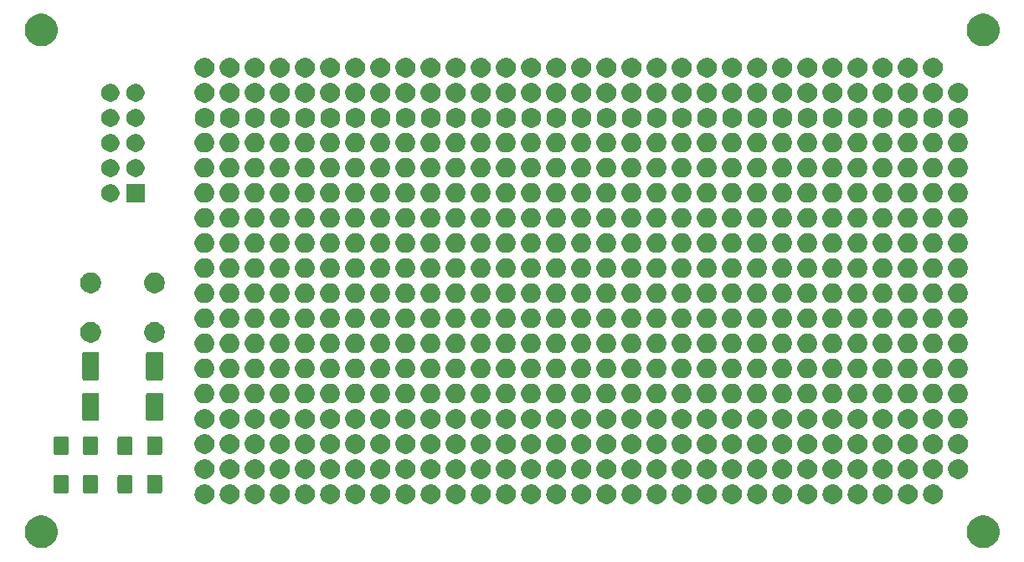
<source format=gbr>
G04 #@! TF.GenerationSoftware,KiCad,Pcbnew,5.1.5-52549c5~84~ubuntu18.04.1*
G04 #@! TF.CreationDate,2020-07-04T19:59:31-04:00*
G04 #@! TF.ProjectId,kosmo_proto_smd,6b6f736d-6f5f-4707-926f-746f5f736d64,rev?*
G04 #@! TF.SameCoordinates,Original*
G04 #@! TF.FileFunction,Soldermask,Top*
G04 #@! TF.FilePolarity,Negative*
%FSLAX46Y46*%
G04 Gerber Fmt 4.6, Leading zero omitted, Abs format (unit mm)*
G04 Created by KiCad (PCBNEW 5.1.5-52549c5~84~ubuntu18.04.1) date 2020-07-04 19:59:31*
%MOMM*%
%LPD*%
G04 APERTURE LIST*
%ADD10C,0.100000*%
G04 APERTURE END LIST*
D10*
G36*
X143885256Y-105071298D02*
G01*
X143991579Y-105092447D01*
X144292042Y-105216903D01*
X144562451Y-105397585D01*
X144792415Y-105627549D01*
X144973097Y-105897958D01*
X145097553Y-106198421D01*
X145161000Y-106517391D01*
X145161000Y-106842609D01*
X145097553Y-107161579D01*
X144973097Y-107462042D01*
X144792415Y-107732451D01*
X144562451Y-107962415D01*
X144292042Y-108143097D01*
X143991579Y-108267553D01*
X143885256Y-108288702D01*
X143672611Y-108331000D01*
X143347389Y-108331000D01*
X143134744Y-108288702D01*
X143028421Y-108267553D01*
X142727958Y-108143097D01*
X142457549Y-107962415D01*
X142227585Y-107732451D01*
X142046903Y-107462042D01*
X141922447Y-107161579D01*
X141859000Y-106842609D01*
X141859000Y-106517391D01*
X141922447Y-106198421D01*
X142046903Y-105897958D01*
X142227585Y-105627549D01*
X142457549Y-105397585D01*
X142727958Y-105216903D01*
X143028421Y-105092447D01*
X143134744Y-105071298D01*
X143347389Y-105029000D01*
X143672611Y-105029000D01*
X143885256Y-105071298D01*
G37*
G36*
X48635256Y-105071298D02*
G01*
X48741579Y-105092447D01*
X49042042Y-105216903D01*
X49312451Y-105397585D01*
X49542415Y-105627549D01*
X49723097Y-105897958D01*
X49847553Y-106198421D01*
X49911000Y-106517391D01*
X49911000Y-106842609D01*
X49847553Y-107161579D01*
X49723097Y-107462042D01*
X49542415Y-107732451D01*
X49312451Y-107962415D01*
X49042042Y-108143097D01*
X48741579Y-108267553D01*
X48635256Y-108288702D01*
X48422611Y-108331000D01*
X48097389Y-108331000D01*
X47884744Y-108288702D01*
X47778421Y-108267553D01*
X47477958Y-108143097D01*
X47207549Y-107962415D01*
X46977585Y-107732451D01*
X46796903Y-107462042D01*
X46672447Y-107161579D01*
X46609000Y-106842609D01*
X46609000Y-106517391D01*
X46672447Y-106198421D01*
X46796903Y-105897958D01*
X46977585Y-105627549D01*
X47207549Y-105397585D01*
X47477958Y-105216903D01*
X47778421Y-105092447D01*
X47884744Y-105071298D01*
X48097389Y-105029000D01*
X48422611Y-105029000D01*
X48635256Y-105071298D01*
G37*
G36*
X138556425Y-101871988D02*
G01*
X138722710Y-101905063D01*
X138905336Y-101980709D01*
X139069694Y-102090530D01*
X139209470Y-102230306D01*
X139319291Y-102394664D01*
X139394937Y-102577290D01*
X139418681Y-102696663D01*
X139431202Y-102759608D01*
X139433500Y-102771164D01*
X139433500Y-102968836D01*
X139394937Y-103162710D01*
X139319291Y-103345336D01*
X139209470Y-103509694D01*
X139069694Y-103649470D01*
X138905336Y-103759291D01*
X138722710Y-103834937D01*
X138556425Y-103868012D01*
X138528837Y-103873500D01*
X138331163Y-103873500D01*
X138303575Y-103868012D01*
X138137290Y-103834937D01*
X137954664Y-103759291D01*
X137790306Y-103649470D01*
X137650530Y-103509694D01*
X137540709Y-103345336D01*
X137465063Y-103162710D01*
X137426500Y-102968836D01*
X137426500Y-102771164D01*
X137428799Y-102759608D01*
X137441319Y-102696663D01*
X137465063Y-102577290D01*
X137540709Y-102394664D01*
X137650530Y-102230306D01*
X137790306Y-102090530D01*
X137954664Y-101980709D01*
X138137290Y-101905063D01*
X138303575Y-101871988D01*
X138331163Y-101866500D01*
X138528837Y-101866500D01*
X138556425Y-101871988D01*
G37*
G36*
X110616425Y-101871988D02*
G01*
X110782710Y-101905063D01*
X110965336Y-101980709D01*
X111129694Y-102090530D01*
X111269470Y-102230306D01*
X111379291Y-102394664D01*
X111454937Y-102577290D01*
X111478681Y-102696663D01*
X111491202Y-102759608D01*
X111493500Y-102771164D01*
X111493500Y-102968836D01*
X111454937Y-103162710D01*
X111379291Y-103345336D01*
X111269470Y-103509694D01*
X111129694Y-103649470D01*
X110965336Y-103759291D01*
X110782710Y-103834937D01*
X110616425Y-103868012D01*
X110588837Y-103873500D01*
X110391163Y-103873500D01*
X110363575Y-103868012D01*
X110197290Y-103834937D01*
X110014664Y-103759291D01*
X109850306Y-103649470D01*
X109710530Y-103509694D01*
X109600709Y-103345336D01*
X109525063Y-103162710D01*
X109486500Y-102968836D01*
X109486500Y-102771164D01*
X109488799Y-102759608D01*
X109501319Y-102696663D01*
X109525063Y-102577290D01*
X109600709Y-102394664D01*
X109710530Y-102230306D01*
X109850306Y-102090530D01*
X110014664Y-101980709D01*
X110197290Y-101905063D01*
X110363575Y-101871988D01*
X110391163Y-101866500D01*
X110588837Y-101866500D01*
X110616425Y-101871988D01*
G37*
G36*
X92836425Y-101871988D02*
G01*
X93002710Y-101905063D01*
X93185336Y-101980709D01*
X93349694Y-102090530D01*
X93489470Y-102230306D01*
X93599291Y-102394664D01*
X93674937Y-102577290D01*
X93698681Y-102696663D01*
X93711202Y-102759608D01*
X93713500Y-102771164D01*
X93713500Y-102968836D01*
X93674937Y-103162710D01*
X93599291Y-103345336D01*
X93489470Y-103509694D01*
X93349694Y-103649470D01*
X93185336Y-103759291D01*
X93002710Y-103834937D01*
X92836425Y-103868012D01*
X92808837Y-103873500D01*
X92611163Y-103873500D01*
X92583575Y-103868012D01*
X92417290Y-103834937D01*
X92234664Y-103759291D01*
X92070306Y-103649470D01*
X91930530Y-103509694D01*
X91820709Y-103345336D01*
X91745063Y-103162710D01*
X91706500Y-102968836D01*
X91706500Y-102771164D01*
X91708799Y-102759608D01*
X91721319Y-102696663D01*
X91745063Y-102577290D01*
X91820709Y-102394664D01*
X91930530Y-102230306D01*
X92070306Y-102090530D01*
X92234664Y-101980709D01*
X92417290Y-101905063D01*
X92583575Y-101871988D01*
X92611163Y-101866500D01*
X92808837Y-101866500D01*
X92836425Y-101871988D01*
G37*
G36*
X87756425Y-101871988D02*
G01*
X87922710Y-101905063D01*
X88105336Y-101980709D01*
X88269694Y-102090530D01*
X88409470Y-102230306D01*
X88519291Y-102394664D01*
X88594937Y-102577290D01*
X88618681Y-102696663D01*
X88631202Y-102759608D01*
X88633500Y-102771164D01*
X88633500Y-102968836D01*
X88594937Y-103162710D01*
X88519291Y-103345336D01*
X88409470Y-103509694D01*
X88269694Y-103649470D01*
X88105336Y-103759291D01*
X87922710Y-103834937D01*
X87756425Y-103868012D01*
X87728837Y-103873500D01*
X87531163Y-103873500D01*
X87503575Y-103868012D01*
X87337290Y-103834937D01*
X87154664Y-103759291D01*
X86990306Y-103649470D01*
X86850530Y-103509694D01*
X86740709Y-103345336D01*
X86665063Y-103162710D01*
X86626500Y-102968836D01*
X86626500Y-102771164D01*
X86628799Y-102759608D01*
X86641319Y-102696663D01*
X86665063Y-102577290D01*
X86740709Y-102394664D01*
X86850530Y-102230306D01*
X86990306Y-102090530D01*
X87154664Y-101980709D01*
X87337290Y-101905063D01*
X87503575Y-101871988D01*
X87531163Y-101866500D01*
X87728837Y-101866500D01*
X87756425Y-101871988D01*
G37*
G36*
X136016425Y-101871988D02*
G01*
X136182710Y-101905063D01*
X136365336Y-101980709D01*
X136529694Y-102090530D01*
X136669470Y-102230306D01*
X136779291Y-102394664D01*
X136854937Y-102577290D01*
X136878681Y-102696663D01*
X136891202Y-102759608D01*
X136893500Y-102771164D01*
X136893500Y-102968836D01*
X136854937Y-103162710D01*
X136779291Y-103345336D01*
X136669470Y-103509694D01*
X136529694Y-103649470D01*
X136365336Y-103759291D01*
X136182710Y-103834937D01*
X136016425Y-103868012D01*
X135988837Y-103873500D01*
X135791163Y-103873500D01*
X135763575Y-103868012D01*
X135597290Y-103834937D01*
X135414664Y-103759291D01*
X135250306Y-103649470D01*
X135110530Y-103509694D01*
X135000709Y-103345336D01*
X134925063Y-103162710D01*
X134886500Y-102968836D01*
X134886500Y-102771164D01*
X134888799Y-102759608D01*
X134901319Y-102696663D01*
X134925063Y-102577290D01*
X135000709Y-102394664D01*
X135110530Y-102230306D01*
X135250306Y-102090530D01*
X135414664Y-101980709D01*
X135597290Y-101905063D01*
X135763575Y-101871988D01*
X135791163Y-101866500D01*
X135988837Y-101866500D01*
X136016425Y-101871988D01*
G37*
G36*
X97916425Y-101871988D02*
G01*
X98082710Y-101905063D01*
X98265336Y-101980709D01*
X98429694Y-102090530D01*
X98569470Y-102230306D01*
X98679291Y-102394664D01*
X98754937Y-102577290D01*
X98778681Y-102696663D01*
X98791202Y-102759608D01*
X98793500Y-102771164D01*
X98793500Y-102968836D01*
X98754937Y-103162710D01*
X98679291Y-103345336D01*
X98569470Y-103509694D01*
X98429694Y-103649470D01*
X98265336Y-103759291D01*
X98082710Y-103834937D01*
X97916425Y-103868012D01*
X97888837Y-103873500D01*
X97691163Y-103873500D01*
X97663575Y-103868012D01*
X97497290Y-103834937D01*
X97314664Y-103759291D01*
X97150306Y-103649470D01*
X97010530Y-103509694D01*
X96900709Y-103345336D01*
X96825063Y-103162710D01*
X96786500Y-102968836D01*
X96786500Y-102771164D01*
X96788799Y-102759608D01*
X96801319Y-102696663D01*
X96825063Y-102577290D01*
X96900709Y-102394664D01*
X97010530Y-102230306D01*
X97150306Y-102090530D01*
X97314664Y-101980709D01*
X97497290Y-101905063D01*
X97663575Y-101871988D01*
X97691163Y-101866500D01*
X97888837Y-101866500D01*
X97916425Y-101871988D01*
G37*
G36*
X100456425Y-101871988D02*
G01*
X100622710Y-101905063D01*
X100805336Y-101980709D01*
X100969694Y-102090530D01*
X101109470Y-102230306D01*
X101219291Y-102394664D01*
X101294937Y-102577290D01*
X101318681Y-102696663D01*
X101331202Y-102759608D01*
X101333500Y-102771164D01*
X101333500Y-102968836D01*
X101294937Y-103162710D01*
X101219291Y-103345336D01*
X101109470Y-103509694D01*
X100969694Y-103649470D01*
X100805336Y-103759291D01*
X100622710Y-103834937D01*
X100456425Y-103868012D01*
X100428837Y-103873500D01*
X100231163Y-103873500D01*
X100203575Y-103868012D01*
X100037290Y-103834937D01*
X99854664Y-103759291D01*
X99690306Y-103649470D01*
X99550530Y-103509694D01*
X99440709Y-103345336D01*
X99365063Y-103162710D01*
X99326500Y-102968836D01*
X99326500Y-102771164D01*
X99328799Y-102759608D01*
X99341319Y-102696663D01*
X99365063Y-102577290D01*
X99440709Y-102394664D01*
X99550530Y-102230306D01*
X99690306Y-102090530D01*
X99854664Y-101980709D01*
X100037290Y-101905063D01*
X100203575Y-101871988D01*
X100231163Y-101866500D01*
X100428837Y-101866500D01*
X100456425Y-101871988D01*
G37*
G36*
X130936425Y-101871988D02*
G01*
X131102710Y-101905063D01*
X131285336Y-101980709D01*
X131449694Y-102090530D01*
X131589470Y-102230306D01*
X131699291Y-102394664D01*
X131774937Y-102577290D01*
X131798681Y-102696663D01*
X131811202Y-102759608D01*
X131813500Y-102771164D01*
X131813500Y-102968836D01*
X131774937Y-103162710D01*
X131699291Y-103345336D01*
X131589470Y-103509694D01*
X131449694Y-103649470D01*
X131285336Y-103759291D01*
X131102710Y-103834937D01*
X130936425Y-103868012D01*
X130908837Y-103873500D01*
X130711163Y-103873500D01*
X130683575Y-103868012D01*
X130517290Y-103834937D01*
X130334664Y-103759291D01*
X130170306Y-103649470D01*
X130030530Y-103509694D01*
X129920709Y-103345336D01*
X129845063Y-103162710D01*
X129806500Y-102968836D01*
X129806500Y-102771164D01*
X129808799Y-102759608D01*
X129821319Y-102696663D01*
X129845063Y-102577290D01*
X129920709Y-102394664D01*
X130030530Y-102230306D01*
X130170306Y-102090530D01*
X130334664Y-101980709D01*
X130517290Y-101905063D01*
X130683575Y-101871988D01*
X130711163Y-101866500D01*
X130908837Y-101866500D01*
X130936425Y-101871988D01*
G37*
G36*
X102996425Y-101871988D02*
G01*
X103162710Y-101905063D01*
X103345336Y-101980709D01*
X103509694Y-102090530D01*
X103649470Y-102230306D01*
X103759291Y-102394664D01*
X103834937Y-102577290D01*
X103858681Y-102696663D01*
X103871202Y-102759608D01*
X103873500Y-102771164D01*
X103873500Y-102968836D01*
X103834937Y-103162710D01*
X103759291Y-103345336D01*
X103649470Y-103509694D01*
X103509694Y-103649470D01*
X103345336Y-103759291D01*
X103162710Y-103834937D01*
X102996425Y-103868012D01*
X102968837Y-103873500D01*
X102771163Y-103873500D01*
X102743575Y-103868012D01*
X102577290Y-103834937D01*
X102394664Y-103759291D01*
X102230306Y-103649470D01*
X102090530Y-103509694D01*
X101980709Y-103345336D01*
X101905063Y-103162710D01*
X101866500Y-102968836D01*
X101866500Y-102771164D01*
X101868799Y-102759608D01*
X101881319Y-102696663D01*
X101905063Y-102577290D01*
X101980709Y-102394664D01*
X102090530Y-102230306D01*
X102230306Y-102090530D01*
X102394664Y-101980709D01*
X102577290Y-101905063D01*
X102743575Y-101871988D01*
X102771163Y-101866500D01*
X102968837Y-101866500D01*
X102996425Y-101871988D01*
G37*
G36*
X95376425Y-101871988D02*
G01*
X95542710Y-101905063D01*
X95725336Y-101980709D01*
X95889694Y-102090530D01*
X96029470Y-102230306D01*
X96139291Y-102394664D01*
X96214937Y-102577290D01*
X96238681Y-102696663D01*
X96251202Y-102759608D01*
X96253500Y-102771164D01*
X96253500Y-102968836D01*
X96214937Y-103162710D01*
X96139291Y-103345336D01*
X96029470Y-103509694D01*
X95889694Y-103649470D01*
X95725336Y-103759291D01*
X95542710Y-103834937D01*
X95376425Y-103868012D01*
X95348837Y-103873500D01*
X95151163Y-103873500D01*
X95123575Y-103868012D01*
X94957290Y-103834937D01*
X94774664Y-103759291D01*
X94610306Y-103649470D01*
X94470530Y-103509694D01*
X94360709Y-103345336D01*
X94285063Y-103162710D01*
X94246500Y-102968836D01*
X94246500Y-102771164D01*
X94248799Y-102759608D01*
X94261319Y-102696663D01*
X94285063Y-102577290D01*
X94360709Y-102394664D01*
X94470530Y-102230306D01*
X94610306Y-102090530D01*
X94774664Y-101980709D01*
X94957290Y-101905063D01*
X95123575Y-101871988D01*
X95151163Y-101866500D01*
X95348837Y-101866500D01*
X95376425Y-101871988D01*
G37*
G36*
X113156425Y-101871988D02*
G01*
X113322710Y-101905063D01*
X113505336Y-101980709D01*
X113669694Y-102090530D01*
X113809470Y-102230306D01*
X113919291Y-102394664D01*
X113994937Y-102577290D01*
X114018681Y-102696663D01*
X114031202Y-102759608D01*
X114033500Y-102771164D01*
X114033500Y-102968836D01*
X113994937Y-103162710D01*
X113919291Y-103345336D01*
X113809470Y-103509694D01*
X113669694Y-103649470D01*
X113505336Y-103759291D01*
X113322710Y-103834937D01*
X113156425Y-103868012D01*
X113128837Y-103873500D01*
X112931163Y-103873500D01*
X112903575Y-103868012D01*
X112737290Y-103834937D01*
X112554664Y-103759291D01*
X112390306Y-103649470D01*
X112250530Y-103509694D01*
X112140709Y-103345336D01*
X112065063Y-103162710D01*
X112026500Y-102968836D01*
X112026500Y-102771164D01*
X112028799Y-102759608D01*
X112041319Y-102696663D01*
X112065063Y-102577290D01*
X112140709Y-102394664D01*
X112250530Y-102230306D01*
X112390306Y-102090530D01*
X112554664Y-101980709D01*
X112737290Y-101905063D01*
X112903575Y-101871988D01*
X112931163Y-101866500D01*
X113128837Y-101866500D01*
X113156425Y-101871988D01*
G37*
G36*
X123316425Y-101871988D02*
G01*
X123482710Y-101905063D01*
X123665336Y-101980709D01*
X123829694Y-102090530D01*
X123969470Y-102230306D01*
X124079291Y-102394664D01*
X124154937Y-102577290D01*
X124178681Y-102696663D01*
X124191202Y-102759608D01*
X124193500Y-102771164D01*
X124193500Y-102968836D01*
X124154937Y-103162710D01*
X124079291Y-103345336D01*
X123969470Y-103509694D01*
X123829694Y-103649470D01*
X123665336Y-103759291D01*
X123482710Y-103834937D01*
X123316425Y-103868012D01*
X123288837Y-103873500D01*
X123091163Y-103873500D01*
X123063575Y-103868012D01*
X122897290Y-103834937D01*
X122714664Y-103759291D01*
X122550306Y-103649470D01*
X122410530Y-103509694D01*
X122300709Y-103345336D01*
X122225063Y-103162710D01*
X122186500Y-102968836D01*
X122186500Y-102771164D01*
X122188799Y-102759608D01*
X122201319Y-102696663D01*
X122225063Y-102577290D01*
X122300709Y-102394664D01*
X122410530Y-102230306D01*
X122550306Y-102090530D01*
X122714664Y-101980709D01*
X122897290Y-101905063D01*
X123063575Y-101871988D01*
X123091163Y-101866500D01*
X123288837Y-101866500D01*
X123316425Y-101871988D01*
G37*
G36*
X120776425Y-101871988D02*
G01*
X120942710Y-101905063D01*
X121125336Y-101980709D01*
X121289694Y-102090530D01*
X121429470Y-102230306D01*
X121539291Y-102394664D01*
X121614937Y-102577290D01*
X121638681Y-102696663D01*
X121651202Y-102759608D01*
X121653500Y-102771164D01*
X121653500Y-102968836D01*
X121614937Y-103162710D01*
X121539291Y-103345336D01*
X121429470Y-103509694D01*
X121289694Y-103649470D01*
X121125336Y-103759291D01*
X120942710Y-103834937D01*
X120776425Y-103868012D01*
X120748837Y-103873500D01*
X120551163Y-103873500D01*
X120523575Y-103868012D01*
X120357290Y-103834937D01*
X120174664Y-103759291D01*
X120010306Y-103649470D01*
X119870530Y-103509694D01*
X119760709Y-103345336D01*
X119685063Y-103162710D01*
X119646500Y-102968836D01*
X119646500Y-102771164D01*
X119648799Y-102759608D01*
X119661319Y-102696663D01*
X119685063Y-102577290D01*
X119760709Y-102394664D01*
X119870530Y-102230306D01*
X120010306Y-102090530D01*
X120174664Y-101980709D01*
X120357290Y-101905063D01*
X120523575Y-101871988D01*
X120551163Y-101866500D01*
X120748837Y-101866500D01*
X120776425Y-101871988D01*
G37*
G36*
X128396425Y-101871988D02*
G01*
X128562710Y-101905063D01*
X128745336Y-101980709D01*
X128909694Y-102090530D01*
X129049470Y-102230306D01*
X129159291Y-102394664D01*
X129234937Y-102577290D01*
X129258681Y-102696663D01*
X129271202Y-102759608D01*
X129273500Y-102771164D01*
X129273500Y-102968836D01*
X129234937Y-103162710D01*
X129159291Y-103345336D01*
X129049470Y-103509694D01*
X128909694Y-103649470D01*
X128745336Y-103759291D01*
X128562710Y-103834937D01*
X128396425Y-103868012D01*
X128368837Y-103873500D01*
X128171163Y-103873500D01*
X128143575Y-103868012D01*
X127977290Y-103834937D01*
X127794664Y-103759291D01*
X127630306Y-103649470D01*
X127490530Y-103509694D01*
X127380709Y-103345336D01*
X127305063Y-103162710D01*
X127266500Y-102968836D01*
X127266500Y-102771164D01*
X127268799Y-102759608D01*
X127281319Y-102696663D01*
X127305063Y-102577290D01*
X127380709Y-102394664D01*
X127490530Y-102230306D01*
X127630306Y-102090530D01*
X127794664Y-101980709D01*
X127977290Y-101905063D01*
X128143575Y-101871988D01*
X128171163Y-101866500D01*
X128368837Y-101866500D01*
X128396425Y-101871988D01*
G37*
G36*
X115696425Y-101871988D02*
G01*
X115862710Y-101905063D01*
X116045336Y-101980709D01*
X116209694Y-102090530D01*
X116349470Y-102230306D01*
X116459291Y-102394664D01*
X116534937Y-102577290D01*
X116558681Y-102696663D01*
X116571202Y-102759608D01*
X116573500Y-102771164D01*
X116573500Y-102968836D01*
X116534937Y-103162710D01*
X116459291Y-103345336D01*
X116349470Y-103509694D01*
X116209694Y-103649470D01*
X116045336Y-103759291D01*
X115862710Y-103834937D01*
X115696425Y-103868012D01*
X115668837Y-103873500D01*
X115471163Y-103873500D01*
X115443575Y-103868012D01*
X115277290Y-103834937D01*
X115094664Y-103759291D01*
X114930306Y-103649470D01*
X114790530Y-103509694D01*
X114680709Y-103345336D01*
X114605063Y-103162710D01*
X114566500Y-102968836D01*
X114566500Y-102771164D01*
X114568799Y-102759608D01*
X114581319Y-102696663D01*
X114605063Y-102577290D01*
X114680709Y-102394664D01*
X114790530Y-102230306D01*
X114930306Y-102090530D01*
X115094664Y-101980709D01*
X115277290Y-101905063D01*
X115443575Y-101871988D01*
X115471163Y-101866500D01*
X115668837Y-101866500D01*
X115696425Y-101871988D01*
G37*
G36*
X72516425Y-101871988D02*
G01*
X72682710Y-101905063D01*
X72865336Y-101980709D01*
X73029694Y-102090530D01*
X73169470Y-102230306D01*
X73279291Y-102394664D01*
X73354937Y-102577290D01*
X73378681Y-102696663D01*
X73391202Y-102759608D01*
X73393500Y-102771164D01*
X73393500Y-102968836D01*
X73354937Y-103162710D01*
X73279291Y-103345336D01*
X73169470Y-103509694D01*
X73029694Y-103649470D01*
X72865336Y-103759291D01*
X72682710Y-103834937D01*
X72516425Y-103868012D01*
X72488837Y-103873500D01*
X72291163Y-103873500D01*
X72263575Y-103868012D01*
X72097290Y-103834937D01*
X71914664Y-103759291D01*
X71750306Y-103649470D01*
X71610530Y-103509694D01*
X71500709Y-103345336D01*
X71425063Y-103162710D01*
X71386500Y-102968836D01*
X71386500Y-102771164D01*
X71388799Y-102759608D01*
X71401319Y-102696663D01*
X71425063Y-102577290D01*
X71500709Y-102394664D01*
X71610530Y-102230306D01*
X71750306Y-102090530D01*
X71914664Y-101980709D01*
X72097290Y-101905063D01*
X72263575Y-101871988D01*
X72291163Y-101866500D01*
X72488837Y-101866500D01*
X72516425Y-101871988D01*
G37*
G36*
X90296425Y-101871988D02*
G01*
X90462710Y-101905063D01*
X90645336Y-101980709D01*
X90809694Y-102090530D01*
X90949470Y-102230306D01*
X91059291Y-102394664D01*
X91134937Y-102577290D01*
X91158681Y-102696663D01*
X91171202Y-102759608D01*
X91173500Y-102771164D01*
X91173500Y-102968836D01*
X91134937Y-103162710D01*
X91059291Y-103345336D01*
X90949470Y-103509694D01*
X90809694Y-103649470D01*
X90645336Y-103759291D01*
X90462710Y-103834937D01*
X90296425Y-103868012D01*
X90268837Y-103873500D01*
X90071163Y-103873500D01*
X90043575Y-103868012D01*
X89877290Y-103834937D01*
X89694664Y-103759291D01*
X89530306Y-103649470D01*
X89390530Y-103509694D01*
X89280709Y-103345336D01*
X89205063Y-103162710D01*
X89166500Y-102968836D01*
X89166500Y-102771164D01*
X89168799Y-102759608D01*
X89181319Y-102696663D01*
X89205063Y-102577290D01*
X89280709Y-102394664D01*
X89390530Y-102230306D01*
X89530306Y-102090530D01*
X89694664Y-101980709D01*
X89877290Y-101905063D01*
X90043575Y-101871988D01*
X90071163Y-101866500D01*
X90268837Y-101866500D01*
X90296425Y-101871988D01*
G37*
G36*
X133476425Y-101871988D02*
G01*
X133642710Y-101905063D01*
X133825336Y-101980709D01*
X133989694Y-102090530D01*
X134129470Y-102230306D01*
X134239291Y-102394664D01*
X134314937Y-102577290D01*
X134338681Y-102696663D01*
X134351202Y-102759608D01*
X134353500Y-102771164D01*
X134353500Y-102968836D01*
X134314937Y-103162710D01*
X134239291Y-103345336D01*
X134129470Y-103509694D01*
X133989694Y-103649470D01*
X133825336Y-103759291D01*
X133642710Y-103834937D01*
X133476425Y-103868012D01*
X133448837Y-103873500D01*
X133251163Y-103873500D01*
X133223575Y-103868012D01*
X133057290Y-103834937D01*
X132874664Y-103759291D01*
X132710306Y-103649470D01*
X132570530Y-103509694D01*
X132460709Y-103345336D01*
X132385063Y-103162710D01*
X132346500Y-102968836D01*
X132346500Y-102771164D01*
X132348799Y-102759608D01*
X132361319Y-102696663D01*
X132385063Y-102577290D01*
X132460709Y-102394664D01*
X132570530Y-102230306D01*
X132710306Y-102090530D01*
X132874664Y-101980709D01*
X133057290Y-101905063D01*
X133223575Y-101871988D01*
X133251163Y-101866500D01*
X133448837Y-101866500D01*
X133476425Y-101871988D01*
G37*
G36*
X64896425Y-101871988D02*
G01*
X65062710Y-101905063D01*
X65245336Y-101980709D01*
X65409694Y-102090530D01*
X65549470Y-102230306D01*
X65659291Y-102394664D01*
X65734937Y-102577290D01*
X65758681Y-102696663D01*
X65771202Y-102759608D01*
X65773500Y-102771164D01*
X65773500Y-102968836D01*
X65734937Y-103162710D01*
X65659291Y-103345336D01*
X65549470Y-103509694D01*
X65409694Y-103649470D01*
X65245336Y-103759291D01*
X65062710Y-103834937D01*
X64896425Y-103868012D01*
X64868837Y-103873500D01*
X64671163Y-103873500D01*
X64643575Y-103868012D01*
X64477290Y-103834937D01*
X64294664Y-103759291D01*
X64130306Y-103649470D01*
X63990530Y-103509694D01*
X63880709Y-103345336D01*
X63805063Y-103162710D01*
X63766500Y-102968836D01*
X63766500Y-102771164D01*
X63768799Y-102759608D01*
X63781319Y-102696663D01*
X63805063Y-102577290D01*
X63880709Y-102394664D01*
X63990530Y-102230306D01*
X64130306Y-102090530D01*
X64294664Y-101980709D01*
X64477290Y-101905063D01*
X64643575Y-101871988D01*
X64671163Y-101866500D01*
X64868837Y-101866500D01*
X64896425Y-101871988D01*
G37*
G36*
X67436425Y-101871988D02*
G01*
X67602710Y-101905063D01*
X67785336Y-101980709D01*
X67949694Y-102090530D01*
X68089470Y-102230306D01*
X68199291Y-102394664D01*
X68274937Y-102577290D01*
X68298681Y-102696663D01*
X68311202Y-102759608D01*
X68313500Y-102771164D01*
X68313500Y-102968836D01*
X68274937Y-103162710D01*
X68199291Y-103345336D01*
X68089470Y-103509694D01*
X67949694Y-103649470D01*
X67785336Y-103759291D01*
X67602710Y-103834937D01*
X67436425Y-103868012D01*
X67408837Y-103873500D01*
X67211163Y-103873500D01*
X67183575Y-103868012D01*
X67017290Y-103834937D01*
X66834664Y-103759291D01*
X66670306Y-103649470D01*
X66530530Y-103509694D01*
X66420709Y-103345336D01*
X66345063Y-103162710D01*
X66306500Y-102968836D01*
X66306500Y-102771164D01*
X66308799Y-102759608D01*
X66321319Y-102696663D01*
X66345063Y-102577290D01*
X66420709Y-102394664D01*
X66530530Y-102230306D01*
X66670306Y-102090530D01*
X66834664Y-101980709D01*
X67017290Y-101905063D01*
X67183575Y-101871988D01*
X67211163Y-101866500D01*
X67408837Y-101866500D01*
X67436425Y-101871988D01*
G37*
G36*
X118236425Y-101871988D02*
G01*
X118402710Y-101905063D01*
X118585336Y-101980709D01*
X118749694Y-102090530D01*
X118889470Y-102230306D01*
X118999291Y-102394664D01*
X119074937Y-102577290D01*
X119098681Y-102696663D01*
X119111202Y-102759608D01*
X119113500Y-102771164D01*
X119113500Y-102968836D01*
X119074937Y-103162710D01*
X118999291Y-103345336D01*
X118889470Y-103509694D01*
X118749694Y-103649470D01*
X118585336Y-103759291D01*
X118402710Y-103834937D01*
X118236425Y-103868012D01*
X118208837Y-103873500D01*
X118011163Y-103873500D01*
X117983575Y-103868012D01*
X117817290Y-103834937D01*
X117634664Y-103759291D01*
X117470306Y-103649470D01*
X117330530Y-103509694D01*
X117220709Y-103345336D01*
X117145063Y-103162710D01*
X117106500Y-102968836D01*
X117106500Y-102771164D01*
X117108799Y-102759608D01*
X117121319Y-102696663D01*
X117145063Y-102577290D01*
X117220709Y-102394664D01*
X117330530Y-102230306D01*
X117470306Y-102090530D01*
X117634664Y-101980709D01*
X117817290Y-101905063D01*
X117983575Y-101871988D01*
X118011163Y-101866500D01*
X118208837Y-101866500D01*
X118236425Y-101871988D01*
G37*
G36*
X69976425Y-101871988D02*
G01*
X70142710Y-101905063D01*
X70325336Y-101980709D01*
X70489694Y-102090530D01*
X70629470Y-102230306D01*
X70739291Y-102394664D01*
X70814937Y-102577290D01*
X70838681Y-102696663D01*
X70851202Y-102759608D01*
X70853500Y-102771164D01*
X70853500Y-102968836D01*
X70814937Y-103162710D01*
X70739291Y-103345336D01*
X70629470Y-103509694D01*
X70489694Y-103649470D01*
X70325336Y-103759291D01*
X70142710Y-103834937D01*
X69976425Y-103868012D01*
X69948837Y-103873500D01*
X69751163Y-103873500D01*
X69723575Y-103868012D01*
X69557290Y-103834937D01*
X69374664Y-103759291D01*
X69210306Y-103649470D01*
X69070530Y-103509694D01*
X68960709Y-103345336D01*
X68885063Y-103162710D01*
X68846500Y-102968836D01*
X68846500Y-102771164D01*
X68848799Y-102759608D01*
X68861319Y-102696663D01*
X68885063Y-102577290D01*
X68960709Y-102394664D01*
X69070530Y-102230306D01*
X69210306Y-102090530D01*
X69374664Y-101980709D01*
X69557290Y-101905063D01*
X69723575Y-101871988D01*
X69751163Y-101866500D01*
X69948837Y-101866500D01*
X69976425Y-101871988D01*
G37*
G36*
X85216425Y-101871988D02*
G01*
X85382710Y-101905063D01*
X85565336Y-101980709D01*
X85729694Y-102090530D01*
X85869470Y-102230306D01*
X85979291Y-102394664D01*
X86054937Y-102577290D01*
X86078681Y-102696663D01*
X86091202Y-102759608D01*
X86093500Y-102771164D01*
X86093500Y-102968836D01*
X86054937Y-103162710D01*
X85979291Y-103345336D01*
X85869470Y-103509694D01*
X85729694Y-103649470D01*
X85565336Y-103759291D01*
X85382710Y-103834937D01*
X85216425Y-103868012D01*
X85188837Y-103873500D01*
X84991163Y-103873500D01*
X84963575Y-103868012D01*
X84797290Y-103834937D01*
X84614664Y-103759291D01*
X84450306Y-103649470D01*
X84310530Y-103509694D01*
X84200709Y-103345336D01*
X84125063Y-103162710D01*
X84086500Y-102968836D01*
X84086500Y-102771164D01*
X84088799Y-102759608D01*
X84101319Y-102696663D01*
X84125063Y-102577290D01*
X84200709Y-102394664D01*
X84310530Y-102230306D01*
X84450306Y-102090530D01*
X84614664Y-101980709D01*
X84797290Y-101905063D01*
X84963575Y-101871988D01*
X84991163Y-101866500D01*
X85188837Y-101866500D01*
X85216425Y-101871988D01*
G37*
G36*
X125856425Y-101871988D02*
G01*
X126022710Y-101905063D01*
X126205336Y-101980709D01*
X126369694Y-102090530D01*
X126509470Y-102230306D01*
X126619291Y-102394664D01*
X126694937Y-102577290D01*
X126718681Y-102696663D01*
X126731202Y-102759608D01*
X126733500Y-102771164D01*
X126733500Y-102968836D01*
X126694937Y-103162710D01*
X126619291Y-103345336D01*
X126509470Y-103509694D01*
X126369694Y-103649470D01*
X126205336Y-103759291D01*
X126022710Y-103834937D01*
X125856425Y-103868012D01*
X125828837Y-103873500D01*
X125631163Y-103873500D01*
X125603575Y-103868012D01*
X125437290Y-103834937D01*
X125254664Y-103759291D01*
X125090306Y-103649470D01*
X124950530Y-103509694D01*
X124840709Y-103345336D01*
X124765063Y-103162710D01*
X124726500Y-102968836D01*
X124726500Y-102771164D01*
X124728799Y-102759608D01*
X124741319Y-102696663D01*
X124765063Y-102577290D01*
X124840709Y-102394664D01*
X124950530Y-102230306D01*
X125090306Y-102090530D01*
X125254664Y-101980709D01*
X125437290Y-101905063D01*
X125603575Y-101871988D01*
X125631163Y-101866500D01*
X125828837Y-101866500D01*
X125856425Y-101871988D01*
G37*
G36*
X80136425Y-101871988D02*
G01*
X80302710Y-101905063D01*
X80485336Y-101980709D01*
X80649694Y-102090530D01*
X80789470Y-102230306D01*
X80899291Y-102394664D01*
X80974937Y-102577290D01*
X80998681Y-102696663D01*
X81011202Y-102759608D01*
X81013500Y-102771164D01*
X81013500Y-102968836D01*
X80974937Y-103162710D01*
X80899291Y-103345336D01*
X80789470Y-103509694D01*
X80649694Y-103649470D01*
X80485336Y-103759291D01*
X80302710Y-103834937D01*
X80136425Y-103868012D01*
X80108837Y-103873500D01*
X79911163Y-103873500D01*
X79883575Y-103868012D01*
X79717290Y-103834937D01*
X79534664Y-103759291D01*
X79370306Y-103649470D01*
X79230530Y-103509694D01*
X79120709Y-103345336D01*
X79045063Y-103162710D01*
X79006500Y-102968836D01*
X79006500Y-102771164D01*
X79008799Y-102759608D01*
X79021319Y-102696663D01*
X79045063Y-102577290D01*
X79120709Y-102394664D01*
X79230530Y-102230306D01*
X79370306Y-102090530D01*
X79534664Y-101980709D01*
X79717290Y-101905063D01*
X79883575Y-101871988D01*
X79911163Y-101866500D01*
X80108837Y-101866500D01*
X80136425Y-101871988D01*
G37*
G36*
X82676425Y-101871988D02*
G01*
X82842710Y-101905063D01*
X83025336Y-101980709D01*
X83189694Y-102090530D01*
X83329470Y-102230306D01*
X83439291Y-102394664D01*
X83514937Y-102577290D01*
X83538681Y-102696663D01*
X83551202Y-102759608D01*
X83553500Y-102771164D01*
X83553500Y-102968836D01*
X83514937Y-103162710D01*
X83439291Y-103345336D01*
X83329470Y-103509694D01*
X83189694Y-103649470D01*
X83025336Y-103759291D01*
X82842710Y-103834937D01*
X82676425Y-103868012D01*
X82648837Y-103873500D01*
X82451163Y-103873500D01*
X82423575Y-103868012D01*
X82257290Y-103834937D01*
X82074664Y-103759291D01*
X81910306Y-103649470D01*
X81770530Y-103509694D01*
X81660709Y-103345336D01*
X81585063Y-103162710D01*
X81546500Y-102968836D01*
X81546500Y-102771164D01*
X81548799Y-102759608D01*
X81561319Y-102696663D01*
X81585063Y-102577290D01*
X81660709Y-102394664D01*
X81770530Y-102230306D01*
X81910306Y-102090530D01*
X82074664Y-101980709D01*
X82257290Y-101905063D01*
X82423575Y-101871988D01*
X82451163Y-101866500D01*
X82648837Y-101866500D01*
X82676425Y-101871988D01*
G37*
G36*
X108076425Y-101871988D02*
G01*
X108242710Y-101905063D01*
X108425336Y-101980709D01*
X108589694Y-102090530D01*
X108729470Y-102230306D01*
X108839291Y-102394664D01*
X108914937Y-102577290D01*
X108938681Y-102696663D01*
X108951202Y-102759608D01*
X108953500Y-102771164D01*
X108953500Y-102968836D01*
X108914937Y-103162710D01*
X108839291Y-103345336D01*
X108729470Y-103509694D01*
X108589694Y-103649470D01*
X108425336Y-103759291D01*
X108242710Y-103834937D01*
X108076425Y-103868012D01*
X108048837Y-103873500D01*
X107851163Y-103873500D01*
X107823575Y-103868012D01*
X107657290Y-103834937D01*
X107474664Y-103759291D01*
X107310306Y-103649470D01*
X107170530Y-103509694D01*
X107060709Y-103345336D01*
X106985063Y-103162710D01*
X106946500Y-102968836D01*
X106946500Y-102771164D01*
X106948799Y-102759608D01*
X106961319Y-102696663D01*
X106985063Y-102577290D01*
X107060709Y-102394664D01*
X107170530Y-102230306D01*
X107310306Y-102090530D01*
X107474664Y-101980709D01*
X107657290Y-101905063D01*
X107823575Y-101871988D01*
X107851163Y-101866500D01*
X108048837Y-101866500D01*
X108076425Y-101871988D01*
G37*
G36*
X75056425Y-101871988D02*
G01*
X75222710Y-101905063D01*
X75405336Y-101980709D01*
X75569694Y-102090530D01*
X75709470Y-102230306D01*
X75819291Y-102394664D01*
X75894937Y-102577290D01*
X75918681Y-102696663D01*
X75931202Y-102759608D01*
X75933500Y-102771164D01*
X75933500Y-102968836D01*
X75894937Y-103162710D01*
X75819291Y-103345336D01*
X75709470Y-103509694D01*
X75569694Y-103649470D01*
X75405336Y-103759291D01*
X75222710Y-103834937D01*
X75056425Y-103868012D01*
X75028837Y-103873500D01*
X74831163Y-103873500D01*
X74803575Y-103868012D01*
X74637290Y-103834937D01*
X74454664Y-103759291D01*
X74290306Y-103649470D01*
X74150530Y-103509694D01*
X74040709Y-103345336D01*
X73965063Y-103162710D01*
X73926500Y-102968836D01*
X73926500Y-102771164D01*
X73928799Y-102759608D01*
X73941319Y-102696663D01*
X73965063Y-102577290D01*
X74040709Y-102394664D01*
X74150530Y-102230306D01*
X74290306Y-102090530D01*
X74454664Y-101980709D01*
X74637290Y-101905063D01*
X74803575Y-101871988D01*
X74831163Y-101866500D01*
X75028837Y-101866500D01*
X75056425Y-101871988D01*
G37*
G36*
X77596425Y-101871988D02*
G01*
X77762710Y-101905063D01*
X77945336Y-101980709D01*
X78109694Y-102090530D01*
X78249470Y-102230306D01*
X78359291Y-102394664D01*
X78434937Y-102577290D01*
X78458681Y-102696663D01*
X78471202Y-102759608D01*
X78473500Y-102771164D01*
X78473500Y-102968836D01*
X78434937Y-103162710D01*
X78359291Y-103345336D01*
X78249470Y-103509694D01*
X78109694Y-103649470D01*
X77945336Y-103759291D01*
X77762710Y-103834937D01*
X77596425Y-103868012D01*
X77568837Y-103873500D01*
X77371163Y-103873500D01*
X77343575Y-103868012D01*
X77177290Y-103834937D01*
X76994664Y-103759291D01*
X76830306Y-103649470D01*
X76690530Y-103509694D01*
X76580709Y-103345336D01*
X76505063Y-103162710D01*
X76466500Y-102968836D01*
X76466500Y-102771164D01*
X76468799Y-102759608D01*
X76481319Y-102696663D01*
X76505063Y-102577290D01*
X76580709Y-102394664D01*
X76690530Y-102230306D01*
X76830306Y-102090530D01*
X76994664Y-101980709D01*
X77177290Y-101905063D01*
X77343575Y-101871988D01*
X77371163Y-101866500D01*
X77568837Y-101866500D01*
X77596425Y-101871988D01*
G37*
G36*
X105536425Y-101871988D02*
G01*
X105702710Y-101905063D01*
X105885336Y-101980709D01*
X106049694Y-102090530D01*
X106189470Y-102230306D01*
X106299291Y-102394664D01*
X106374937Y-102577290D01*
X106398681Y-102696663D01*
X106411202Y-102759608D01*
X106413500Y-102771164D01*
X106413500Y-102968836D01*
X106374937Y-103162710D01*
X106299291Y-103345336D01*
X106189470Y-103509694D01*
X106049694Y-103649470D01*
X105885336Y-103759291D01*
X105702710Y-103834937D01*
X105536425Y-103868012D01*
X105508837Y-103873500D01*
X105311163Y-103873500D01*
X105283575Y-103868012D01*
X105117290Y-103834937D01*
X104934664Y-103759291D01*
X104770306Y-103649470D01*
X104630530Y-103509694D01*
X104520709Y-103345336D01*
X104445063Y-103162710D01*
X104406500Y-102968836D01*
X104406500Y-102771164D01*
X104408799Y-102759608D01*
X104421319Y-102696663D01*
X104445063Y-102577290D01*
X104520709Y-102394664D01*
X104630530Y-102230306D01*
X104770306Y-102090530D01*
X104934664Y-101980709D01*
X105117290Y-101905063D01*
X105283575Y-101871988D01*
X105311163Y-101866500D01*
X105508837Y-101866500D01*
X105536425Y-101871988D01*
G37*
G36*
X60328062Y-100932181D02*
G01*
X60362981Y-100942774D01*
X60395163Y-100959976D01*
X60423373Y-100983127D01*
X60446524Y-101011337D01*
X60463726Y-101043519D01*
X60474319Y-101078438D01*
X60478500Y-101120895D01*
X60478500Y-102587105D01*
X60474319Y-102629562D01*
X60463726Y-102664481D01*
X60446524Y-102696663D01*
X60423373Y-102724873D01*
X60395163Y-102748024D01*
X60362981Y-102765226D01*
X60328062Y-102775819D01*
X60285605Y-102780000D01*
X59144395Y-102780000D01*
X59101938Y-102775819D01*
X59067019Y-102765226D01*
X59034837Y-102748024D01*
X59006627Y-102724873D01*
X58983476Y-102696663D01*
X58966274Y-102664481D01*
X58955681Y-102629562D01*
X58951500Y-102587105D01*
X58951500Y-101120895D01*
X58955681Y-101078438D01*
X58966274Y-101043519D01*
X58983476Y-101011337D01*
X59006627Y-100983127D01*
X59034837Y-100959976D01*
X59067019Y-100942774D01*
X59101938Y-100932181D01*
X59144395Y-100928000D01*
X60285605Y-100928000D01*
X60328062Y-100932181D01*
G37*
G36*
X57353062Y-100932181D02*
G01*
X57387981Y-100942774D01*
X57420163Y-100959976D01*
X57448373Y-100983127D01*
X57471524Y-101011337D01*
X57488726Y-101043519D01*
X57499319Y-101078438D01*
X57503500Y-101120895D01*
X57503500Y-102587105D01*
X57499319Y-102629562D01*
X57488726Y-102664481D01*
X57471524Y-102696663D01*
X57448373Y-102724873D01*
X57420163Y-102748024D01*
X57387981Y-102765226D01*
X57353062Y-102775819D01*
X57310605Y-102780000D01*
X56169395Y-102780000D01*
X56126938Y-102775819D01*
X56092019Y-102765226D01*
X56059837Y-102748024D01*
X56031627Y-102724873D01*
X56008476Y-102696663D01*
X55991274Y-102664481D01*
X55980681Y-102629562D01*
X55976500Y-102587105D01*
X55976500Y-101120895D01*
X55980681Y-101078438D01*
X55991274Y-101043519D01*
X56008476Y-101011337D01*
X56031627Y-100983127D01*
X56059837Y-100959976D01*
X56092019Y-100942774D01*
X56126938Y-100932181D01*
X56169395Y-100928000D01*
X57310605Y-100928000D01*
X57353062Y-100932181D01*
G37*
G36*
X50882062Y-100932181D02*
G01*
X50916981Y-100942774D01*
X50949163Y-100959976D01*
X50977373Y-100983127D01*
X51000524Y-101011337D01*
X51017726Y-101043519D01*
X51028319Y-101078438D01*
X51032500Y-101120895D01*
X51032500Y-102587105D01*
X51028319Y-102629562D01*
X51017726Y-102664481D01*
X51000524Y-102696663D01*
X50977373Y-102724873D01*
X50949163Y-102748024D01*
X50916981Y-102765226D01*
X50882062Y-102775819D01*
X50839605Y-102780000D01*
X49698395Y-102780000D01*
X49655938Y-102775819D01*
X49621019Y-102765226D01*
X49588837Y-102748024D01*
X49560627Y-102724873D01*
X49537476Y-102696663D01*
X49520274Y-102664481D01*
X49509681Y-102629562D01*
X49505500Y-102587105D01*
X49505500Y-101120895D01*
X49509681Y-101078438D01*
X49520274Y-101043519D01*
X49537476Y-101011337D01*
X49560627Y-100983127D01*
X49588837Y-100959976D01*
X49621019Y-100942774D01*
X49655938Y-100932181D01*
X49698395Y-100928000D01*
X50839605Y-100928000D01*
X50882062Y-100932181D01*
G37*
G36*
X53857062Y-100932181D02*
G01*
X53891981Y-100942774D01*
X53924163Y-100959976D01*
X53952373Y-100983127D01*
X53975524Y-101011337D01*
X53992726Y-101043519D01*
X54003319Y-101078438D01*
X54007500Y-101120895D01*
X54007500Y-102587105D01*
X54003319Y-102629562D01*
X53992726Y-102664481D01*
X53975524Y-102696663D01*
X53952373Y-102724873D01*
X53924163Y-102748024D01*
X53891981Y-102765226D01*
X53857062Y-102775819D01*
X53814605Y-102780000D01*
X52673395Y-102780000D01*
X52630938Y-102775819D01*
X52596019Y-102765226D01*
X52563837Y-102748024D01*
X52535627Y-102724873D01*
X52512476Y-102696663D01*
X52495274Y-102664481D01*
X52484681Y-102629562D01*
X52480500Y-102587105D01*
X52480500Y-101120895D01*
X52484681Y-101078438D01*
X52495274Y-101043519D01*
X52512476Y-101011337D01*
X52535627Y-100983127D01*
X52563837Y-100959976D01*
X52596019Y-100942774D01*
X52630938Y-100932181D01*
X52673395Y-100928000D01*
X53814605Y-100928000D01*
X53857062Y-100932181D01*
G37*
G36*
X77596425Y-99331988D02*
G01*
X77762710Y-99365063D01*
X77945336Y-99440709D01*
X78109694Y-99550530D01*
X78249470Y-99690306D01*
X78359291Y-99854664D01*
X78434937Y-100037290D01*
X78473500Y-100231164D01*
X78473500Y-100428836D01*
X78434937Y-100622710D01*
X78359291Y-100805336D01*
X78249470Y-100969694D01*
X78109694Y-101109470D01*
X77945336Y-101219291D01*
X77762710Y-101294937D01*
X77596425Y-101328012D01*
X77568837Y-101333500D01*
X77371163Y-101333500D01*
X77343575Y-101328012D01*
X77177290Y-101294937D01*
X76994664Y-101219291D01*
X76830306Y-101109470D01*
X76690530Y-100969694D01*
X76580709Y-100805336D01*
X76505063Y-100622710D01*
X76466500Y-100428836D01*
X76466500Y-100231164D01*
X76505063Y-100037290D01*
X76580709Y-99854664D01*
X76690530Y-99690306D01*
X76830306Y-99550530D01*
X76994664Y-99440709D01*
X77177290Y-99365063D01*
X77343575Y-99331988D01*
X77371163Y-99326500D01*
X77568837Y-99326500D01*
X77596425Y-99331988D01*
G37*
G36*
X75056425Y-99331988D02*
G01*
X75222710Y-99365063D01*
X75405336Y-99440709D01*
X75569694Y-99550530D01*
X75709470Y-99690306D01*
X75819291Y-99854664D01*
X75894937Y-100037290D01*
X75933500Y-100231164D01*
X75933500Y-100428836D01*
X75894937Y-100622710D01*
X75819291Y-100805336D01*
X75709470Y-100969694D01*
X75569694Y-101109470D01*
X75405336Y-101219291D01*
X75222710Y-101294937D01*
X75056425Y-101328012D01*
X75028837Y-101333500D01*
X74831163Y-101333500D01*
X74803575Y-101328012D01*
X74637290Y-101294937D01*
X74454664Y-101219291D01*
X74290306Y-101109470D01*
X74150530Y-100969694D01*
X74040709Y-100805336D01*
X73965063Y-100622710D01*
X73926500Y-100428836D01*
X73926500Y-100231164D01*
X73965063Y-100037290D01*
X74040709Y-99854664D01*
X74150530Y-99690306D01*
X74290306Y-99550530D01*
X74454664Y-99440709D01*
X74637290Y-99365063D01*
X74803575Y-99331988D01*
X74831163Y-99326500D01*
X75028837Y-99326500D01*
X75056425Y-99331988D01*
G37*
G36*
X80136425Y-99331988D02*
G01*
X80302710Y-99365063D01*
X80485336Y-99440709D01*
X80649694Y-99550530D01*
X80789470Y-99690306D01*
X80899291Y-99854664D01*
X80974937Y-100037290D01*
X81013500Y-100231164D01*
X81013500Y-100428836D01*
X80974937Y-100622710D01*
X80899291Y-100805336D01*
X80789470Y-100969694D01*
X80649694Y-101109470D01*
X80485336Y-101219291D01*
X80302710Y-101294937D01*
X80136425Y-101328012D01*
X80108837Y-101333500D01*
X79911163Y-101333500D01*
X79883575Y-101328012D01*
X79717290Y-101294937D01*
X79534664Y-101219291D01*
X79370306Y-101109470D01*
X79230530Y-100969694D01*
X79120709Y-100805336D01*
X79045063Y-100622710D01*
X79006500Y-100428836D01*
X79006500Y-100231164D01*
X79045063Y-100037290D01*
X79120709Y-99854664D01*
X79230530Y-99690306D01*
X79370306Y-99550530D01*
X79534664Y-99440709D01*
X79717290Y-99365063D01*
X79883575Y-99331988D01*
X79911163Y-99326500D01*
X80108837Y-99326500D01*
X80136425Y-99331988D01*
G37*
G36*
X85216425Y-99331988D02*
G01*
X85382710Y-99365063D01*
X85565336Y-99440709D01*
X85729694Y-99550530D01*
X85869470Y-99690306D01*
X85979291Y-99854664D01*
X86054937Y-100037290D01*
X86093500Y-100231164D01*
X86093500Y-100428836D01*
X86054937Y-100622710D01*
X85979291Y-100805336D01*
X85869470Y-100969694D01*
X85729694Y-101109470D01*
X85565336Y-101219291D01*
X85382710Y-101294937D01*
X85216425Y-101328012D01*
X85188837Y-101333500D01*
X84991163Y-101333500D01*
X84963575Y-101328012D01*
X84797290Y-101294937D01*
X84614664Y-101219291D01*
X84450306Y-101109470D01*
X84310530Y-100969694D01*
X84200709Y-100805336D01*
X84125063Y-100622710D01*
X84086500Y-100428836D01*
X84086500Y-100231164D01*
X84125063Y-100037290D01*
X84200709Y-99854664D01*
X84310530Y-99690306D01*
X84450306Y-99550530D01*
X84614664Y-99440709D01*
X84797290Y-99365063D01*
X84963575Y-99331988D01*
X84991163Y-99326500D01*
X85188837Y-99326500D01*
X85216425Y-99331988D01*
G37*
G36*
X87756425Y-99331988D02*
G01*
X87922710Y-99365063D01*
X88105336Y-99440709D01*
X88269694Y-99550530D01*
X88409470Y-99690306D01*
X88519291Y-99854664D01*
X88594937Y-100037290D01*
X88633500Y-100231164D01*
X88633500Y-100428836D01*
X88594937Y-100622710D01*
X88519291Y-100805336D01*
X88409470Y-100969694D01*
X88269694Y-101109470D01*
X88105336Y-101219291D01*
X87922710Y-101294937D01*
X87756425Y-101328012D01*
X87728837Y-101333500D01*
X87531163Y-101333500D01*
X87503575Y-101328012D01*
X87337290Y-101294937D01*
X87154664Y-101219291D01*
X86990306Y-101109470D01*
X86850530Y-100969694D01*
X86740709Y-100805336D01*
X86665063Y-100622710D01*
X86626500Y-100428836D01*
X86626500Y-100231164D01*
X86665063Y-100037290D01*
X86740709Y-99854664D01*
X86850530Y-99690306D01*
X86990306Y-99550530D01*
X87154664Y-99440709D01*
X87337290Y-99365063D01*
X87503575Y-99331988D01*
X87531163Y-99326500D01*
X87728837Y-99326500D01*
X87756425Y-99331988D01*
G37*
G36*
X118236425Y-99331988D02*
G01*
X118402710Y-99365063D01*
X118585336Y-99440709D01*
X118749694Y-99550530D01*
X118889470Y-99690306D01*
X118999291Y-99854664D01*
X119074937Y-100037290D01*
X119113500Y-100231164D01*
X119113500Y-100428836D01*
X119074937Y-100622710D01*
X118999291Y-100805336D01*
X118889470Y-100969694D01*
X118749694Y-101109470D01*
X118585336Y-101219291D01*
X118402710Y-101294937D01*
X118236425Y-101328012D01*
X118208837Y-101333500D01*
X118011163Y-101333500D01*
X117983575Y-101328012D01*
X117817290Y-101294937D01*
X117634664Y-101219291D01*
X117470306Y-101109470D01*
X117330530Y-100969694D01*
X117220709Y-100805336D01*
X117145063Y-100622710D01*
X117106500Y-100428836D01*
X117106500Y-100231164D01*
X117145063Y-100037290D01*
X117220709Y-99854664D01*
X117330530Y-99690306D01*
X117470306Y-99550530D01*
X117634664Y-99440709D01*
X117817290Y-99365063D01*
X117983575Y-99331988D01*
X118011163Y-99326500D01*
X118208837Y-99326500D01*
X118236425Y-99331988D01*
G37*
G36*
X92836425Y-99331988D02*
G01*
X93002710Y-99365063D01*
X93185336Y-99440709D01*
X93349694Y-99550530D01*
X93489470Y-99690306D01*
X93599291Y-99854664D01*
X93674937Y-100037290D01*
X93713500Y-100231164D01*
X93713500Y-100428836D01*
X93674937Y-100622710D01*
X93599291Y-100805336D01*
X93489470Y-100969694D01*
X93349694Y-101109470D01*
X93185336Y-101219291D01*
X93002710Y-101294937D01*
X92836425Y-101328012D01*
X92808837Y-101333500D01*
X92611163Y-101333500D01*
X92583575Y-101328012D01*
X92417290Y-101294937D01*
X92234664Y-101219291D01*
X92070306Y-101109470D01*
X91930530Y-100969694D01*
X91820709Y-100805336D01*
X91745063Y-100622710D01*
X91706500Y-100428836D01*
X91706500Y-100231164D01*
X91745063Y-100037290D01*
X91820709Y-99854664D01*
X91930530Y-99690306D01*
X92070306Y-99550530D01*
X92234664Y-99440709D01*
X92417290Y-99365063D01*
X92583575Y-99331988D01*
X92611163Y-99326500D01*
X92808837Y-99326500D01*
X92836425Y-99331988D01*
G37*
G36*
X102996425Y-99331988D02*
G01*
X103162710Y-99365063D01*
X103345336Y-99440709D01*
X103509694Y-99550530D01*
X103649470Y-99690306D01*
X103759291Y-99854664D01*
X103834937Y-100037290D01*
X103873500Y-100231164D01*
X103873500Y-100428836D01*
X103834937Y-100622710D01*
X103759291Y-100805336D01*
X103649470Y-100969694D01*
X103509694Y-101109470D01*
X103345336Y-101219291D01*
X103162710Y-101294937D01*
X102996425Y-101328012D01*
X102968837Y-101333500D01*
X102771163Y-101333500D01*
X102743575Y-101328012D01*
X102577290Y-101294937D01*
X102394664Y-101219291D01*
X102230306Y-101109470D01*
X102090530Y-100969694D01*
X101980709Y-100805336D01*
X101905063Y-100622710D01*
X101866500Y-100428836D01*
X101866500Y-100231164D01*
X101905063Y-100037290D01*
X101980709Y-99854664D01*
X102090530Y-99690306D01*
X102230306Y-99550530D01*
X102394664Y-99440709D01*
X102577290Y-99365063D01*
X102743575Y-99331988D01*
X102771163Y-99326500D01*
X102968837Y-99326500D01*
X102996425Y-99331988D01*
G37*
G36*
X95376425Y-99331988D02*
G01*
X95542710Y-99365063D01*
X95725336Y-99440709D01*
X95889694Y-99550530D01*
X96029470Y-99690306D01*
X96139291Y-99854664D01*
X96214937Y-100037290D01*
X96253500Y-100231164D01*
X96253500Y-100428836D01*
X96214937Y-100622710D01*
X96139291Y-100805336D01*
X96029470Y-100969694D01*
X95889694Y-101109470D01*
X95725336Y-101219291D01*
X95542710Y-101294937D01*
X95376425Y-101328012D01*
X95348837Y-101333500D01*
X95151163Y-101333500D01*
X95123575Y-101328012D01*
X94957290Y-101294937D01*
X94774664Y-101219291D01*
X94610306Y-101109470D01*
X94470530Y-100969694D01*
X94360709Y-100805336D01*
X94285063Y-100622710D01*
X94246500Y-100428836D01*
X94246500Y-100231164D01*
X94285063Y-100037290D01*
X94360709Y-99854664D01*
X94470530Y-99690306D01*
X94610306Y-99550530D01*
X94774664Y-99440709D01*
X94957290Y-99365063D01*
X95123575Y-99331988D01*
X95151163Y-99326500D01*
X95348837Y-99326500D01*
X95376425Y-99331988D01*
G37*
G36*
X97916425Y-99331988D02*
G01*
X98082710Y-99365063D01*
X98265336Y-99440709D01*
X98429694Y-99550530D01*
X98569470Y-99690306D01*
X98679291Y-99854664D01*
X98754937Y-100037290D01*
X98793500Y-100231164D01*
X98793500Y-100428836D01*
X98754937Y-100622710D01*
X98679291Y-100805336D01*
X98569470Y-100969694D01*
X98429694Y-101109470D01*
X98265336Y-101219291D01*
X98082710Y-101294937D01*
X97916425Y-101328012D01*
X97888837Y-101333500D01*
X97691163Y-101333500D01*
X97663575Y-101328012D01*
X97497290Y-101294937D01*
X97314664Y-101219291D01*
X97150306Y-101109470D01*
X97010530Y-100969694D01*
X96900709Y-100805336D01*
X96825063Y-100622710D01*
X96786500Y-100428836D01*
X96786500Y-100231164D01*
X96825063Y-100037290D01*
X96900709Y-99854664D01*
X97010530Y-99690306D01*
X97150306Y-99550530D01*
X97314664Y-99440709D01*
X97497290Y-99365063D01*
X97663575Y-99331988D01*
X97691163Y-99326500D01*
X97888837Y-99326500D01*
X97916425Y-99331988D01*
G37*
G36*
X100456425Y-99331988D02*
G01*
X100622710Y-99365063D01*
X100805336Y-99440709D01*
X100969694Y-99550530D01*
X101109470Y-99690306D01*
X101219291Y-99854664D01*
X101294937Y-100037290D01*
X101333500Y-100231164D01*
X101333500Y-100428836D01*
X101294937Y-100622710D01*
X101219291Y-100805336D01*
X101109470Y-100969694D01*
X100969694Y-101109470D01*
X100805336Y-101219291D01*
X100622710Y-101294937D01*
X100456425Y-101328012D01*
X100428837Y-101333500D01*
X100231163Y-101333500D01*
X100203575Y-101328012D01*
X100037290Y-101294937D01*
X99854664Y-101219291D01*
X99690306Y-101109470D01*
X99550530Y-100969694D01*
X99440709Y-100805336D01*
X99365063Y-100622710D01*
X99326500Y-100428836D01*
X99326500Y-100231164D01*
X99365063Y-100037290D01*
X99440709Y-99854664D01*
X99550530Y-99690306D01*
X99690306Y-99550530D01*
X99854664Y-99440709D01*
X100037290Y-99365063D01*
X100203575Y-99331988D01*
X100231163Y-99326500D01*
X100428837Y-99326500D01*
X100456425Y-99331988D01*
G37*
G36*
X115696425Y-99331988D02*
G01*
X115862710Y-99365063D01*
X116045336Y-99440709D01*
X116209694Y-99550530D01*
X116349470Y-99690306D01*
X116459291Y-99854664D01*
X116534937Y-100037290D01*
X116573500Y-100231164D01*
X116573500Y-100428836D01*
X116534937Y-100622710D01*
X116459291Y-100805336D01*
X116349470Y-100969694D01*
X116209694Y-101109470D01*
X116045336Y-101219291D01*
X115862710Y-101294937D01*
X115696425Y-101328012D01*
X115668837Y-101333500D01*
X115471163Y-101333500D01*
X115443575Y-101328012D01*
X115277290Y-101294937D01*
X115094664Y-101219291D01*
X114930306Y-101109470D01*
X114790530Y-100969694D01*
X114680709Y-100805336D01*
X114605063Y-100622710D01*
X114566500Y-100428836D01*
X114566500Y-100231164D01*
X114605063Y-100037290D01*
X114680709Y-99854664D01*
X114790530Y-99690306D01*
X114930306Y-99550530D01*
X115094664Y-99440709D01*
X115277290Y-99365063D01*
X115443575Y-99331988D01*
X115471163Y-99326500D01*
X115668837Y-99326500D01*
X115696425Y-99331988D01*
G37*
G36*
X113156425Y-99331988D02*
G01*
X113322710Y-99365063D01*
X113505336Y-99440709D01*
X113669694Y-99550530D01*
X113809470Y-99690306D01*
X113919291Y-99854664D01*
X113994937Y-100037290D01*
X114033500Y-100231164D01*
X114033500Y-100428836D01*
X113994937Y-100622710D01*
X113919291Y-100805336D01*
X113809470Y-100969694D01*
X113669694Y-101109470D01*
X113505336Y-101219291D01*
X113322710Y-101294937D01*
X113156425Y-101328012D01*
X113128837Y-101333500D01*
X112931163Y-101333500D01*
X112903575Y-101328012D01*
X112737290Y-101294937D01*
X112554664Y-101219291D01*
X112390306Y-101109470D01*
X112250530Y-100969694D01*
X112140709Y-100805336D01*
X112065063Y-100622710D01*
X112026500Y-100428836D01*
X112026500Y-100231164D01*
X112065063Y-100037290D01*
X112140709Y-99854664D01*
X112250530Y-99690306D01*
X112390306Y-99550530D01*
X112554664Y-99440709D01*
X112737290Y-99365063D01*
X112903575Y-99331988D01*
X112931163Y-99326500D01*
X113128837Y-99326500D01*
X113156425Y-99331988D01*
G37*
G36*
X133476425Y-99331988D02*
G01*
X133642710Y-99365063D01*
X133825336Y-99440709D01*
X133989694Y-99550530D01*
X134129470Y-99690306D01*
X134239291Y-99854664D01*
X134314937Y-100037290D01*
X134353500Y-100231164D01*
X134353500Y-100428836D01*
X134314937Y-100622710D01*
X134239291Y-100805336D01*
X134129470Y-100969694D01*
X133989694Y-101109470D01*
X133825336Y-101219291D01*
X133642710Y-101294937D01*
X133476425Y-101328012D01*
X133448837Y-101333500D01*
X133251163Y-101333500D01*
X133223575Y-101328012D01*
X133057290Y-101294937D01*
X132874664Y-101219291D01*
X132710306Y-101109470D01*
X132570530Y-100969694D01*
X132460709Y-100805336D01*
X132385063Y-100622710D01*
X132346500Y-100428836D01*
X132346500Y-100231164D01*
X132385063Y-100037290D01*
X132460709Y-99854664D01*
X132570530Y-99690306D01*
X132710306Y-99550530D01*
X132874664Y-99440709D01*
X133057290Y-99365063D01*
X133223575Y-99331988D01*
X133251163Y-99326500D01*
X133448837Y-99326500D01*
X133476425Y-99331988D01*
G37*
G36*
X125856425Y-99331988D02*
G01*
X126022710Y-99365063D01*
X126205336Y-99440709D01*
X126369694Y-99550530D01*
X126509470Y-99690306D01*
X126619291Y-99854664D01*
X126694937Y-100037290D01*
X126733500Y-100231164D01*
X126733500Y-100428836D01*
X126694937Y-100622710D01*
X126619291Y-100805336D01*
X126509470Y-100969694D01*
X126369694Y-101109470D01*
X126205336Y-101219291D01*
X126022710Y-101294937D01*
X125856425Y-101328012D01*
X125828837Y-101333500D01*
X125631163Y-101333500D01*
X125603575Y-101328012D01*
X125437290Y-101294937D01*
X125254664Y-101219291D01*
X125090306Y-101109470D01*
X124950530Y-100969694D01*
X124840709Y-100805336D01*
X124765063Y-100622710D01*
X124726500Y-100428836D01*
X124726500Y-100231164D01*
X124765063Y-100037290D01*
X124840709Y-99854664D01*
X124950530Y-99690306D01*
X125090306Y-99550530D01*
X125254664Y-99440709D01*
X125437290Y-99365063D01*
X125603575Y-99331988D01*
X125631163Y-99326500D01*
X125828837Y-99326500D01*
X125856425Y-99331988D01*
G37*
G36*
X130936425Y-99331988D02*
G01*
X131102710Y-99365063D01*
X131285336Y-99440709D01*
X131449694Y-99550530D01*
X131589470Y-99690306D01*
X131699291Y-99854664D01*
X131774937Y-100037290D01*
X131813500Y-100231164D01*
X131813500Y-100428836D01*
X131774937Y-100622710D01*
X131699291Y-100805336D01*
X131589470Y-100969694D01*
X131449694Y-101109470D01*
X131285336Y-101219291D01*
X131102710Y-101294937D01*
X130936425Y-101328012D01*
X130908837Y-101333500D01*
X130711163Y-101333500D01*
X130683575Y-101328012D01*
X130517290Y-101294937D01*
X130334664Y-101219291D01*
X130170306Y-101109470D01*
X130030530Y-100969694D01*
X129920709Y-100805336D01*
X129845063Y-100622710D01*
X129806500Y-100428836D01*
X129806500Y-100231164D01*
X129845063Y-100037290D01*
X129920709Y-99854664D01*
X130030530Y-99690306D01*
X130170306Y-99550530D01*
X130334664Y-99440709D01*
X130517290Y-99365063D01*
X130683575Y-99331988D01*
X130711163Y-99326500D01*
X130908837Y-99326500D01*
X130936425Y-99331988D01*
G37*
G36*
X138556425Y-99331988D02*
G01*
X138722710Y-99365063D01*
X138905336Y-99440709D01*
X139069694Y-99550530D01*
X139209470Y-99690306D01*
X139319291Y-99854664D01*
X139394937Y-100037290D01*
X139433500Y-100231164D01*
X139433500Y-100428836D01*
X139394937Y-100622710D01*
X139319291Y-100805336D01*
X139209470Y-100969694D01*
X139069694Y-101109470D01*
X138905336Y-101219291D01*
X138722710Y-101294937D01*
X138556425Y-101328012D01*
X138528837Y-101333500D01*
X138331163Y-101333500D01*
X138303575Y-101328012D01*
X138137290Y-101294937D01*
X137954664Y-101219291D01*
X137790306Y-101109470D01*
X137650530Y-100969694D01*
X137540709Y-100805336D01*
X137465063Y-100622710D01*
X137426500Y-100428836D01*
X137426500Y-100231164D01*
X137465063Y-100037290D01*
X137540709Y-99854664D01*
X137650530Y-99690306D01*
X137790306Y-99550530D01*
X137954664Y-99440709D01*
X138137290Y-99365063D01*
X138303575Y-99331988D01*
X138331163Y-99326500D01*
X138528837Y-99326500D01*
X138556425Y-99331988D01*
G37*
G36*
X82676425Y-99331988D02*
G01*
X82842710Y-99365063D01*
X83025336Y-99440709D01*
X83189694Y-99550530D01*
X83329470Y-99690306D01*
X83439291Y-99854664D01*
X83514937Y-100037290D01*
X83553500Y-100231164D01*
X83553500Y-100428836D01*
X83514937Y-100622710D01*
X83439291Y-100805336D01*
X83329470Y-100969694D01*
X83189694Y-101109470D01*
X83025336Y-101219291D01*
X82842710Y-101294937D01*
X82676425Y-101328012D01*
X82648837Y-101333500D01*
X82451163Y-101333500D01*
X82423575Y-101328012D01*
X82257290Y-101294937D01*
X82074664Y-101219291D01*
X81910306Y-101109470D01*
X81770530Y-100969694D01*
X81660709Y-100805336D01*
X81585063Y-100622710D01*
X81546500Y-100428836D01*
X81546500Y-100231164D01*
X81585063Y-100037290D01*
X81660709Y-99854664D01*
X81770530Y-99690306D01*
X81910306Y-99550530D01*
X82074664Y-99440709D01*
X82257290Y-99365063D01*
X82423575Y-99331988D01*
X82451163Y-99326500D01*
X82648837Y-99326500D01*
X82676425Y-99331988D01*
G37*
G36*
X136016425Y-99331988D02*
G01*
X136182710Y-99365063D01*
X136365336Y-99440709D01*
X136529694Y-99550530D01*
X136669470Y-99690306D01*
X136779291Y-99854664D01*
X136854937Y-100037290D01*
X136893500Y-100231164D01*
X136893500Y-100428836D01*
X136854937Y-100622710D01*
X136779291Y-100805336D01*
X136669470Y-100969694D01*
X136529694Y-101109470D01*
X136365336Y-101219291D01*
X136182710Y-101294937D01*
X136016425Y-101328012D01*
X135988837Y-101333500D01*
X135791163Y-101333500D01*
X135763575Y-101328012D01*
X135597290Y-101294937D01*
X135414664Y-101219291D01*
X135250306Y-101109470D01*
X135110530Y-100969694D01*
X135000709Y-100805336D01*
X134925063Y-100622710D01*
X134886500Y-100428836D01*
X134886500Y-100231164D01*
X134925063Y-100037290D01*
X135000709Y-99854664D01*
X135110530Y-99690306D01*
X135250306Y-99550530D01*
X135414664Y-99440709D01*
X135597290Y-99365063D01*
X135763575Y-99331988D01*
X135791163Y-99326500D01*
X135988837Y-99326500D01*
X136016425Y-99331988D01*
G37*
G36*
X108076425Y-99331988D02*
G01*
X108242710Y-99365063D01*
X108425336Y-99440709D01*
X108589694Y-99550530D01*
X108729470Y-99690306D01*
X108839291Y-99854664D01*
X108914937Y-100037290D01*
X108953500Y-100231164D01*
X108953500Y-100428836D01*
X108914937Y-100622710D01*
X108839291Y-100805336D01*
X108729470Y-100969694D01*
X108589694Y-101109470D01*
X108425336Y-101219291D01*
X108242710Y-101294937D01*
X108076425Y-101328012D01*
X108048837Y-101333500D01*
X107851163Y-101333500D01*
X107823575Y-101328012D01*
X107657290Y-101294937D01*
X107474664Y-101219291D01*
X107310306Y-101109470D01*
X107170530Y-100969694D01*
X107060709Y-100805336D01*
X106985063Y-100622710D01*
X106946500Y-100428836D01*
X106946500Y-100231164D01*
X106985063Y-100037290D01*
X107060709Y-99854664D01*
X107170530Y-99690306D01*
X107310306Y-99550530D01*
X107474664Y-99440709D01*
X107657290Y-99365063D01*
X107823575Y-99331988D01*
X107851163Y-99326500D01*
X108048837Y-99326500D01*
X108076425Y-99331988D01*
G37*
G36*
X141096425Y-99331988D02*
G01*
X141262710Y-99365063D01*
X141445336Y-99440709D01*
X141609694Y-99550530D01*
X141749470Y-99690306D01*
X141859291Y-99854664D01*
X141934937Y-100037290D01*
X141973500Y-100231164D01*
X141973500Y-100428836D01*
X141934937Y-100622710D01*
X141859291Y-100805336D01*
X141749470Y-100969694D01*
X141609694Y-101109470D01*
X141445336Y-101219291D01*
X141262710Y-101294937D01*
X141096425Y-101328012D01*
X141068837Y-101333500D01*
X140871163Y-101333500D01*
X140843575Y-101328012D01*
X140677290Y-101294937D01*
X140494664Y-101219291D01*
X140330306Y-101109470D01*
X140190530Y-100969694D01*
X140080709Y-100805336D01*
X140005063Y-100622710D01*
X139966500Y-100428836D01*
X139966500Y-100231164D01*
X140005063Y-100037290D01*
X140080709Y-99854664D01*
X140190530Y-99690306D01*
X140330306Y-99550530D01*
X140494664Y-99440709D01*
X140677290Y-99365063D01*
X140843575Y-99331988D01*
X140871163Y-99326500D01*
X141068837Y-99326500D01*
X141096425Y-99331988D01*
G37*
G36*
X110616425Y-99331988D02*
G01*
X110782710Y-99365063D01*
X110965336Y-99440709D01*
X111129694Y-99550530D01*
X111269470Y-99690306D01*
X111379291Y-99854664D01*
X111454937Y-100037290D01*
X111493500Y-100231164D01*
X111493500Y-100428836D01*
X111454937Y-100622710D01*
X111379291Y-100805336D01*
X111269470Y-100969694D01*
X111129694Y-101109470D01*
X110965336Y-101219291D01*
X110782710Y-101294937D01*
X110616425Y-101328012D01*
X110588837Y-101333500D01*
X110391163Y-101333500D01*
X110363575Y-101328012D01*
X110197290Y-101294937D01*
X110014664Y-101219291D01*
X109850306Y-101109470D01*
X109710530Y-100969694D01*
X109600709Y-100805336D01*
X109525063Y-100622710D01*
X109486500Y-100428836D01*
X109486500Y-100231164D01*
X109525063Y-100037290D01*
X109600709Y-99854664D01*
X109710530Y-99690306D01*
X109850306Y-99550530D01*
X110014664Y-99440709D01*
X110197290Y-99365063D01*
X110363575Y-99331988D01*
X110391163Y-99326500D01*
X110588837Y-99326500D01*
X110616425Y-99331988D01*
G37*
G36*
X123316425Y-99331988D02*
G01*
X123482710Y-99365063D01*
X123665336Y-99440709D01*
X123829694Y-99550530D01*
X123969470Y-99690306D01*
X124079291Y-99854664D01*
X124154937Y-100037290D01*
X124193500Y-100231164D01*
X124193500Y-100428836D01*
X124154937Y-100622710D01*
X124079291Y-100805336D01*
X123969470Y-100969694D01*
X123829694Y-101109470D01*
X123665336Y-101219291D01*
X123482710Y-101294937D01*
X123316425Y-101328012D01*
X123288837Y-101333500D01*
X123091163Y-101333500D01*
X123063575Y-101328012D01*
X122897290Y-101294937D01*
X122714664Y-101219291D01*
X122550306Y-101109470D01*
X122410530Y-100969694D01*
X122300709Y-100805336D01*
X122225063Y-100622710D01*
X122186500Y-100428836D01*
X122186500Y-100231164D01*
X122225063Y-100037290D01*
X122300709Y-99854664D01*
X122410530Y-99690306D01*
X122550306Y-99550530D01*
X122714664Y-99440709D01*
X122897290Y-99365063D01*
X123063575Y-99331988D01*
X123091163Y-99326500D01*
X123288837Y-99326500D01*
X123316425Y-99331988D01*
G37*
G36*
X105536425Y-99331988D02*
G01*
X105702710Y-99365063D01*
X105885336Y-99440709D01*
X106049694Y-99550530D01*
X106189470Y-99690306D01*
X106299291Y-99854664D01*
X106374937Y-100037290D01*
X106413500Y-100231164D01*
X106413500Y-100428836D01*
X106374937Y-100622710D01*
X106299291Y-100805336D01*
X106189470Y-100969694D01*
X106049694Y-101109470D01*
X105885336Y-101219291D01*
X105702710Y-101294937D01*
X105536425Y-101328012D01*
X105508837Y-101333500D01*
X105311163Y-101333500D01*
X105283575Y-101328012D01*
X105117290Y-101294937D01*
X104934664Y-101219291D01*
X104770306Y-101109470D01*
X104630530Y-100969694D01*
X104520709Y-100805336D01*
X104445063Y-100622710D01*
X104406500Y-100428836D01*
X104406500Y-100231164D01*
X104445063Y-100037290D01*
X104520709Y-99854664D01*
X104630530Y-99690306D01*
X104770306Y-99550530D01*
X104934664Y-99440709D01*
X105117290Y-99365063D01*
X105283575Y-99331988D01*
X105311163Y-99326500D01*
X105508837Y-99326500D01*
X105536425Y-99331988D01*
G37*
G36*
X128396425Y-99331988D02*
G01*
X128562710Y-99365063D01*
X128745336Y-99440709D01*
X128909694Y-99550530D01*
X129049470Y-99690306D01*
X129159291Y-99854664D01*
X129234937Y-100037290D01*
X129273500Y-100231164D01*
X129273500Y-100428836D01*
X129234937Y-100622710D01*
X129159291Y-100805336D01*
X129049470Y-100969694D01*
X128909694Y-101109470D01*
X128745336Y-101219291D01*
X128562710Y-101294937D01*
X128396425Y-101328012D01*
X128368837Y-101333500D01*
X128171163Y-101333500D01*
X128143575Y-101328012D01*
X127977290Y-101294937D01*
X127794664Y-101219291D01*
X127630306Y-101109470D01*
X127490530Y-100969694D01*
X127380709Y-100805336D01*
X127305063Y-100622710D01*
X127266500Y-100428836D01*
X127266500Y-100231164D01*
X127305063Y-100037290D01*
X127380709Y-99854664D01*
X127490530Y-99690306D01*
X127630306Y-99550530D01*
X127794664Y-99440709D01*
X127977290Y-99365063D01*
X128143575Y-99331988D01*
X128171163Y-99326500D01*
X128368837Y-99326500D01*
X128396425Y-99331988D01*
G37*
G36*
X120776425Y-99331988D02*
G01*
X120942710Y-99365063D01*
X121125336Y-99440709D01*
X121289694Y-99550530D01*
X121429470Y-99690306D01*
X121539291Y-99854664D01*
X121614937Y-100037290D01*
X121653500Y-100231164D01*
X121653500Y-100428836D01*
X121614937Y-100622710D01*
X121539291Y-100805336D01*
X121429470Y-100969694D01*
X121289694Y-101109470D01*
X121125336Y-101219291D01*
X120942710Y-101294937D01*
X120776425Y-101328012D01*
X120748837Y-101333500D01*
X120551163Y-101333500D01*
X120523575Y-101328012D01*
X120357290Y-101294937D01*
X120174664Y-101219291D01*
X120010306Y-101109470D01*
X119870530Y-100969694D01*
X119760709Y-100805336D01*
X119685063Y-100622710D01*
X119646500Y-100428836D01*
X119646500Y-100231164D01*
X119685063Y-100037290D01*
X119760709Y-99854664D01*
X119870530Y-99690306D01*
X120010306Y-99550530D01*
X120174664Y-99440709D01*
X120357290Y-99365063D01*
X120523575Y-99331988D01*
X120551163Y-99326500D01*
X120748837Y-99326500D01*
X120776425Y-99331988D01*
G37*
G36*
X90296425Y-99331988D02*
G01*
X90462710Y-99365063D01*
X90645336Y-99440709D01*
X90809694Y-99550530D01*
X90949470Y-99690306D01*
X91059291Y-99854664D01*
X91134937Y-100037290D01*
X91173500Y-100231164D01*
X91173500Y-100428836D01*
X91134937Y-100622710D01*
X91059291Y-100805336D01*
X90949470Y-100969694D01*
X90809694Y-101109470D01*
X90645336Y-101219291D01*
X90462710Y-101294937D01*
X90296425Y-101328012D01*
X90268837Y-101333500D01*
X90071163Y-101333500D01*
X90043575Y-101328012D01*
X89877290Y-101294937D01*
X89694664Y-101219291D01*
X89530306Y-101109470D01*
X89390530Y-100969694D01*
X89280709Y-100805336D01*
X89205063Y-100622710D01*
X89166500Y-100428836D01*
X89166500Y-100231164D01*
X89205063Y-100037290D01*
X89280709Y-99854664D01*
X89390530Y-99690306D01*
X89530306Y-99550530D01*
X89694664Y-99440709D01*
X89877290Y-99365063D01*
X90043575Y-99331988D01*
X90071163Y-99326500D01*
X90268837Y-99326500D01*
X90296425Y-99331988D01*
G37*
G36*
X64896425Y-99331988D02*
G01*
X65062710Y-99365063D01*
X65245336Y-99440709D01*
X65409694Y-99550530D01*
X65549470Y-99690306D01*
X65659291Y-99854664D01*
X65734937Y-100037290D01*
X65773500Y-100231164D01*
X65773500Y-100428836D01*
X65734937Y-100622710D01*
X65659291Y-100805336D01*
X65549470Y-100969694D01*
X65409694Y-101109470D01*
X65245336Y-101219291D01*
X65062710Y-101294937D01*
X64896425Y-101328012D01*
X64868837Y-101333500D01*
X64671163Y-101333500D01*
X64643575Y-101328012D01*
X64477290Y-101294937D01*
X64294664Y-101219291D01*
X64130306Y-101109470D01*
X63990530Y-100969694D01*
X63880709Y-100805336D01*
X63805063Y-100622710D01*
X63766500Y-100428836D01*
X63766500Y-100231164D01*
X63805063Y-100037290D01*
X63880709Y-99854664D01*
X63990530Y-99690306D01*
X64130306Y-99550530D01*
X64294664Y-99440709D01*
X64477290Y-99365063D01*
X64643575Y-99331988D01*
X64671163Y-99326500D01*
X64868837Y-99326500D01*
X64896425Y-99331988D01*
G37*
G36*
X67436425Y-99331988D02*
G01*
X67602710Y-99365063D01*
X67785336Y-99440709D01*
X67949694Y-99550530D01*
X68089470Y-99690306D01*
X68199291Y-99854664D01*
X68274937Y-100037290D01*
X68313500Y-100231164D01*
X68313500Y-100428836D01*
X68274937Y-100622710D01*
X68199291Y-100805336D01*
X68089470Y-100969694D01*
X67949694Y-101109470D01*
X67785336Y-101219291D01*
X67602710Y-101294937D01*
X67436425Y-101328012D01*
X67408837Y-101333500D01*
X67211163Y-101333500D01*
X67183575Y-101328012D01*
X67017290Y-101294937D01*
X66834664Y-101219291D01*
X66670306Y-101109470D01*
X66530530Y-100969694D01*
X66420709Y-100805336D01*
X66345063Y-100622710D01*
X66306500Y-100428836D01*
X66306500Y-100231164D01*
X66345063Y-100037290D01*
X66420709Y-99854664D01*
X66530530Y-99690306D01*
X66670306Y-99550530D01*
X66834664Y-99440709D01*
X67017290Y-99365063D01*
X67183575Y-99331988D01*
X67211163Y-99326500D01*
X67408837Y-99326500D01*
X67436425Y-99331988D01*
G37*
G36*
X69976425Y-99331988D02*
G01*
X70142710Y-99365063D01*
X70325336Y-99440709D01*
X70489694Y-99550530D01*
X70629470Y-99690306D01*
X70739291Y-99854664D01*
X70814937Y-100037290D01*
X70853500Y-100231164D01*
X70853500Y-100428836D01*
X70814937Y-100622710D01*
X70739291Y-100805336D01*
X70629470Y-100969694D01*
X70489694Y-101109470D01*
X70325336Y-101219291D01*
X70142710Y-101294937D01*
X69976425Y-101328012D01*
X69948837Y-101333500D01*
X69751163Y-101333500D01*
X69723575Y-101328012D01*
X69557290Y-101294937D01*
X69374664Y-101219291D01*
X69210306Y-101109470D01*
X69070530Y-100969694D01*
X68960709Y-100805336D01*
X68885063Y-100622710D01*
X68846500Y-100428836D01*
X68846500Y-100231164D01*
X68885063Y-100037290D01*
X68960709Y-99854664D01*
X69070530Y-99690306D01*
X69210306Y-99550530D01*
X69374664Y-99440709D01*
X69557290Y-99365063D01*
X69723575Y-99331988D01*
X69751163Y-99326500D01*
X69948837Y-99326500D01*
X69976425Y-99331988D01*
G37*
G36*
X72516425Y-99331988D02*
G01*
X72682710Y-99365063D01*
X72865336Y-99440709D01*
X73029694Y-99550530D01*
X73169470Y-99690306D01*
X73279291Y-99854664D01*
X73354937Y-100037290D01*
X73393500Y-100231164D01*
X73393500Y-100428836D01*
X73354937Y-100622710D01*
X73279291Y-100805336D01*
X73169470Y-100969694D01*
X73029694Y-101109470D01*
X72865336Y-101219291D01*
X72682710Y-101294937D01*
X72516425Y-101328012D01*
X72488837Y-101333500D01*
X72291163Y-101333500D01*
X72263575Y-101328012D01*
X72097290Y-101294937D01*
X71914664Y-101219291D01*
X71750306Y-101109470D01*
X71610530Y-100969694D01*
X71500709Y-100805336D01*
X71425063Y-100622710D01*
X71386500Y-100428836D01*
X71386500Y-100231164D01*
X71425063Y-100037290D01*
X71500709Y-99854664D01*
X71610530Y-99690306D01*
X71750306Y-99550530D01*
X71914664Y-99440709D01*
X72097290Y-99365063D01*
X72263575Y-99331988D01*
X72291163Y-99326500D01*
X72488837Y-99326500D01*
X72516425Y-99331988D01*
G37*
G36*
X50882062Y-97046181D02*
G01*
X50916981Y-97056774D01*
X50949163Y-97073976D01*
X50977373Y-97097127D01*
X51000524Y-97125337D01*
X51017726Y-97157519D01*
X51028319Y-97192438D01*
X51032500Y-97234895D01*
X51032500Y-98701105D01*
X51028319Y-98743562D01*
X51017726Y-98778481D01*
X51000524Y-98810663D01*
X50977373Y-98838873D01*
X50949163Y-98862024D01*
X50916981Y-98879226D01*
X50882062Y-98889819D01*
X50839605Y-98894000D01*
X49698395Y-98894000D01*
X49655938Y-98889819D01*
X49621019Y-98879226D01*
X49588837Y-98862024D01*
X49560627Y-98838873D01*
X49537476Y-98810663D01*
X49520274Y-98778481D01*
X49509681Y-98743562D01*
X49505500Y-98701105D01*
X49505500Y-97234895D01*
X49509681Y-97192438D01*
X49520274Y-97157519D01*
X49537476Y-97125337D01*
X49560627Y-97097127D01*
X49588837Y-97073976D01*
X49621019Y-97056774D01*
X49655938Y-97046181D01*
X49698395Y-97042000D01*
X50839605Y-97042000D01*
X50882062Y-97046181D01*
G37*
G36*
X53857062Y-97046181D02*
G01*
X53891981Y-97056774D01*
X53924163Y-97073976D01*
X53952373Y-97097127D01*
X53975524Y-97125337D01*
X53992726Y-97157519D01*
X54003319Y-97192438D01*
X54007500Y-97234895D01*
X54007500Y-98701105D01*
X54003319Y-98743562D01*
X53992726Y-98778481D01*
X53975524Y-98810663D01*
X53952373Y-98838873D01*
X53924163Y-98862024D01*
X53891981Y-98879226D01*
X53857062Y-98889819D01*
X53814605Y-98894000D01*
X52673395Y-98894000D01*
X52630938Y-98889819D01*
X52596019Y-98879226D01*
X52563837Y-98862024D01*
X52535627Y-98838873D01*
X52512476Y-98810663D01*
X52495274Y-98778481D01*
X52484681Y-98743562D01*
X52480500Y-98701105D01*
X52480500Y-97234895D01*
X52484681Y-97192438D01*
X52495274Y-97157519D01*
X52512476Y-97125337D01*
X52535627Y-97097127D01*
X52563837Y-97073976D01*
X52596019Y-97056774D01*
X52630938Y-97046181D01*
X52673395Y-97042000D01*
X53814605Y-97042000D01*
X53857062Y-97046181D01*
G37*
G36*
X60328062Y-97046181D02*
G01*
X60362981Y-97056774D01*
X60395163Y-97073976D01*
X60423373Y-97097127D01*
X60446524Y-97125337D01*
X60463726Y-97157519D01*
X60474319Y-97192438D01*
X60478500Y-97234895D01*
X60478500Y-98701105D01*
X60474319Y-98743562D01*
X60463726Y-98778481D01*
X60446524Y-98810663D01*
X60423373Y-98838873D01*
X60395163Y-98862024D01*
X60362981Y-98879226D01*
X60328062Y-98889819D01*
X60285605Y-98894000D01*
X59144395Y-98894000D01*
X59101938Y-98889819D01*
X59067019Y-98879226D01*
X59034837Y-98862024D01*
X59006627Y-98838873D01*
X58983476Y-98810663D01*
X58966274Y-98778481D01*
X58955681Y-98743562D01*
X58951500Y-98701105D01*
X58951500Y-97234895D01*
X58955681Y-97192438D01*
X58966274Y-97157519D01*
X58983476Y-97125337D01*
X59006627Y-97097127D01*
X59034837Y-97073976D01*
X59067019Y-97056774D01*
X59101938Y-97046181D01*
X59144395Y-97042000D01*
X60285605Y-97042000D01*
X60328062Y-97046181D01*
G37*
G36*
X57353062Y-97046181D02*
G01*
X57387981Y-97056774D01*
X57420163Y-97073976D01*
X57448373Y-97097127D01*
X57471524Y-97125337D01*
X57488726Y-97157519D01*
X57499319Y-97192438D01*
X57503500Y-97234895D01*
X57503500Y-98701105D01*
X57499319Y-98743562D01*
X57488726Y-98778481D01*
X57471524Y-98810663D01*
X57448373Y-98838873D01*
X57420163Y-98862024D01*
X57387981Y-98879226D01*
X57353062Y-98889819D01*
X57310605Y-98894000D01*
X56169395Y-98894000D01*
X56126938Y-98889819D01*
X56092019Y-98879226D01*
X56059837Y-98862024D01*
X56031627Y-98838873D01*
X56008476Y-98810663D01*
X55991274Y-98778481D01*
X55980681Y-98743562D01*
X55976500Y-98701105D01*
X55976500Y-97234895D01*
X55980681Y-97192438D01*
X55991274Y-97157519D01*
X56008476Y-97125337D01*
X56031627Y-97097127D01*
X56059837Y-97073976D01*
X56092019Y-97056774D01*
X56126938Y-97046181D01*
X56169395Y-97042000D01*
X57310605Y-97042000D01*
X57353062Y-97046181D01*
G37*
G36*
X110616425Y-96791988D02*
G01*
X110782710Y-96825063D01*
X110965336Y-96900709D01*
X111129694Y-97010530D01*
X111269470Y-97150306D01*
X111379291Y-97314664D01*
X111454937Y-97497290D01*
X111493500Y-97691164D01*
X111493500Y-97888836D01*
X111454937Y-98082710D01*
X111379291Y-98265336D01*
X111269470Y-98429694D01*
X111129694Y-98569470D01*
X110965336Y-98679291D01*
X110782710Y-98754937D01*
X110616425Y-98788012D01*
X110588837Y-98793500D01*
X110391163Y-98793500D01*
X110363575Y-98788012D01*
X110197290Y-98754937D01*
X110014664Y-98679291D01*
X109850306Y-98569470D01*
X109710530Y-98429694D01*
X109600709Y-98265336D01*
X109525063Y-98082710D01*
X109486500Y-97888836D01*
X109486500Y-97691164D01*
X109525063Y-97497290D01*
X109600709Y-97314664D01*
X109710530Y-97150306D01*
X109850306Y-97010530D01*
X110014664Y-96900709D01*
X110197290Y-96825063D01*
X110363575Y-96791988D01*
X110391163Y-96786500D01*
X110588837Y-96786500D01*
X110616425Y-96791988D01*
G37*
G36*
X108076425Y-96791988D02*
G01*
X108242710Y-96825063D01*
X108425336Y-96900709D01*
X108589694Y-97010530D01*
X108729470Y-97150306D01*
X108839291Y-97314664D01*
X108914937Y-97497290D01*
X108953500Y-97691164D01*
X108953500Y-97888836D01*
X108914937Y-98082710D01*
X108839291Y-98265336D01*
X108729470Y-98429694D01*
X108589694Y-98569470D01*
X108425336Y-98679291D01*
X108242710Y-98754937D01*
X108076425Y-98788012D01*
X108048837Y-98793500D01*
X107851163Y-98793500D01*
X107823575Y-98788012D01*
X107657290Y-98754937D01*
X107474664Y-98679291D01*
X107310306Y-98569470D01*
X107170530Y-98429694D01*
X107060709Y-98265336D01*
X106985063Y-98082710D01*
X106946500Y-97888836D01*
X106946500Y-97691164D01*
X106985063Y-97497290D01*
X107060709Y-97314664D01*
X107170530Y-97150306D01*
X107310306Y-97010530D01*
X107474664Y-96900709D01*
X107657290Y-96825063D01*
X107823575Y-96791988D01*
X107851163Y-96786500D01*
X108048837Y-96786500D01*
X108076425Y-96791988D01*
G37*
G36*
X80136425Y-96791988D02*
G01*
X80302710Y-96825063D01*
X80485336Y-96900709D01*
X80649694Y-97010530D01*
X80789470Y-97150306D01*
X80899291Y-97314664D01*
X80974937Y-97497290D01*
X81013500Y-97691164D01*
X81013500Y-97888836D01*
X80974937Y-98082710D01*
X80899291Y-98265336D01*
X80789470Y-98429694D01*
X80649694Y-98569470D01*
X80485336Y-98679291D01*
X80302710Y-98754937D01*
X80136425Y-98788012D01*
X80108837Y-98793500D01*
X79911163Y-98793500D01*
X79883575Y-98788012D01*
X79717290Y-98754937D01*
X79534664Y-98679291D01*
X79370306Y-98569470D01*
X79230530Y-98429694D01*
X79120709Y-98265336D01*
X79045063Y-98082710D01*
X79006500Y-97888836D01*
X79006500Y-97691164D01*
X79045063Y-97497290D01*
X79120709Y-97314664D01*
X79230530Y-97150306D01*
X79370306Y-97010530D01*
X79534664Y-96900709D01*
X79717290Y-96825063D01*
X79883575Y-96791988D01*
X79911163Y-96786500D01*
X80108837Y-96786500D01*
X80136425Y-96791988D01*
G37*
G36*
X85216425Y-96791988D02*
G01*
X85382710Y-96825063D01*
X85565336Y-96900709D01*
X85729694Y-97010530D01*
X85869470Y-97150306D01*
X85979291Y-97314664D01*
X86054937Y-97497290D01*
X86093500Y-97691164D01*
X86093500Y-97888836D01*
X86054937Y-98082710D01*
X85979291Y-98265336D01*
X85869470Y-98429694D01*
X85729694Y-98569470D01*
X85565336Y-98679291D01*
X85382710Y-98754937D01*
X85216425Y-98788012D01*
X85188837Y-98793500D01*
X84991163Y-98793500D01*
X84963575Y-98788012D01*
X84797290Y-98754937D01*
X84614664Y-98679291D01*
X84450306Y-98569470D01*
X84310530Y-98429694D01*
X84200709Y-98265336D01*
X84125063Y-98082710D01*
X84086500Y-97888836D01*
X84086500Y-97691164D01*
X84125063Y-97497290D01*
X84200709Y-97314664D01*
X84310530Y-97150306D01*
X84450306Y-97010530D01*
X84614664Y-96900709D01*
X84797290Y-96825063D01*
X84963575Y-96791988D01*
X84991163Y-96786500D01*
X85188837Y-96786500D01*
X85216425Y-96791988D01*
G37*
G36*
X87756425Y-96791988D02*
G01*
X87922710Y-96825063D01*
X88105336Y-96900709D01*
X88269694Y-97010530D01*
X88409470Y-97150306D01*
X88519291Y-97314664D01*
X88594937Y-97497290D01*
X88633500Y-97691164D01*
X88633500Y-97888836D01*
X88594937Y-98082710D01*
X88519291Y-98265336D01*
X88409470Y-98429694D01*
X88269694Y-98569470D01*
X88105336Y-98679291D01*
X87922710Y-98754937D01*
X87756425Y-98788012D01*
X87728837Y-98793500D01*
X87531163Y-98793500D01*
X87503575Y-98788012D01*
X87337290Y-98754937D01*
X87154664Y-98679291D01*
X86990306Y-98569470D01*
X86850530Y-98429694D01*
X86740709Y-98265336D01*
X86665063Y-98082710D01*
X86626500Y-97888836D01*
X86626500Y-97691164D01*
X86665063Y-97497290D01*
X86740709Y-97314664D01*
X86850530Y-97150306D01*
X86990306Y-97010530D01*
X87154664Y-96900709D01*
X87337290Y-96825063D01*
X87503575Y-96791988D01*
X87531163Y-96786500D01*
X87728837Y-96786500D01*
X87756425Y-96791988D01*
G37*
G36*
X123316425Y-96791988D02*
G01*
X123482710Y-96825063D01*
X123665336Y-96900709D01*
X123829694Y-97010530D01*
X123969470Y-97150306D01*
X124079291Y-97314664D01*
X124154937Y-97497290D01*
X124193500Y-97691164D01*
X124193500Y-97888836D01*
X124154937Y-98082710D01*
X124079291Y-98265336D01*
X123969470Y-98429694D01*
X123829694Y-98569470D01*
X123665336Y-98679291D01*
X123482710Y-98754937D01*
X123316425Y-98788012D01*
X123288837Y-98793500D01*
X123091163Y-98793500D01*
X123063575Y-98788012D01*
X122897290Y-98754937D01*
X122714664Y-98679291D01*
X122550306Y-98569470D01*
X122410530Y-98429694D01*
X122300709Y-98265336D01*
X122225063Y-98082710D01*
X122186500Y-97888836D01*
X122186500Y-97691164D01*
X122225063Y-97497290D01*
X122300709Y-97314664D01*
X122410530Y-97150306D01*
X122550306Y-97010530D01*
X122714664Y-96900709D01*
X122897290Y-96825063D01*
X123063575Y-96791988D01*
X123091163Y-96786500D01*
X123288837Y-96786500D01*
X123316425Y-96791988D01*
G37*
G36*
X75056425Y-96791988D02*
G01*
X75222710Y-96825063D01*
X75405336Y-96900709D01*
X75569694Y-97010530D01*
X75709470Y-97150306D01*
X75819291Y-97314664D01*
X75894937Y-97497290D01*
X75933500Y-97691164D01*
X75933500Y-97888836D01*
X75894937Y-98082710D01*
X75819291Y-98265336D01*
X75709470Y-98429694D01*
X75569694Y-98569470D01*
X75405336Y-98679291D01*
X75222710Y-98754937D01*
X75056425Y-98788012D01*
X75028837Y-98793500D01*
X74831163Y-98793500D01*
X74803575Y-98788012D01*
X74637290Y-98754937D01*
X74454664Y-98679291D01*
X74290306Y-98569470D01*
X74150530Y-98429694D01*
X74040709Y-98265336D01*
X73965063Y-98082710D01*
X73926500Y-97888836D01*
X73926500Y-97691164D01*
X73965063Y-97497290D01*
X74040709Y-97314664D01*
X74150530Y-97150306D01*
X74290306Y-97010530D01*
X74454664Y-96900709D01*
X74637290Y-96825063D01*
X74803575Y-96791988D01*
X74831163Y-96786500D01*
X75028837Y-96786500D01*
X75056425Y-96791988D01*
G37*
G36*
X92836425Y-96791988D02*
G01*
X93002710Y-96825063D01*
X93185336Y-96900709D01*
X93349694Y-97010530D01*
X93489470Y-97150306D01*
X93599291Y-97314664D01*
X93674937Y-97497290D01*
X93713500Y-97691164D01*
X93713500Y-97888836D01*
X93674937Y-98082710D01*
X93599291Y-98265336D01*
X93489470Y-98429694D01*
X93349694Y-98569470D01*
X93185336Y-98679291D01*
X93002710Y-98754937D01*
X92836425Y-98788012D01*
X92808837Y-98793500D01*
X92611163Y-98793500D01*
X92583575Y-98788012D01*
X92417290Y-98754937D01*
X92234664Y-98679291D01*
X92070306Y-98569470D01*
X91930530Y-98429694D01*
X91820709Y-98265336D01*
X91745063Y-98082710D01*
X91706500Y-97888836D01*
X91706500Y-97691164D01*
X91745063Y-97497290D01*
X91820709Y-97314664D01*
X91930530Y-97150306D01*
X92070306Y-97010530D01*
X92234664Y-96900709D01*
X92417290Y-96825063D01*
X92583575Y-96791988D01*
X92611163Y-96786500D01*
X92808837Y-96786500D01*
X92836425Y-96791988D01*
G37*
G36*
X64896425Y-96791988D02*
G01*
X65062710Y-96825063D01*
X65245336Y-96900709D01*
X65409694Y-97010530D01*
X65549470Y-97150306D01*
X65659291Y-97314664D01*
X65734937Y-97497290D01*
X65773500Y-97691164D01*
X65773500Y-97888836D01*
X65734937Y-98082710D01*
X65659291Y-98265336D01*
X65549470Y-98429694D01*
X65409694Y-98569470D01*
X65245336Y-98679291D01*
X65062710Y-98754937D01*
X64896425Y-98788012D01*
X64868837Y-98793500D01*
X64671163Y-98793500D01*
X64643575Y-98788012D01*
X64477290Y-98754937D01*
X64294664Y-98679291D01*
X64130306Y-98569470D01*
X63990530Y-98429694D01*
X63880709Y-98265336D01*
X63805063Y-98082710D01*
X63766500Y-97888836D01*
X63766500Y-97691164D01*
X63805063Y-97497290D01*
X63880709Y-97314664D01*
X63990530Y-97150306D01*
X64130306Y-97010530D01*
X64294664Y-96900709D01*
X64477290Y-96825063D01*
X64643575Y-96791988D01*
X64671163Y-96786500D01*
X64868837Y-96786500D01*
X64896425Y-96791988D01*
G37*
G36*
X67436425Y-96791988D02*
G01*
X67602710Y-96825063D01*
X67785336Y-96900709D01*
X67949694Y-97010530D01*
X68089470Y-97150306D01*
X68199291Y-97314664D01*
X68274937Y-97497290D01*
X68313500Y-97691164D01*
X68313500Y-97888836D01*
X68274937Y-98082710D01*
X68199291Y-98265336D01*
X68089470Y-98429694D01*
X67949694Y-98569470D01*
X67785336Y-98679291D01*
X67602710Y-98754937D01*
X67436425Y-98788012D01*
X67408837Y-98793500D01*
X67211163Y-98793500D01*
X67183575Y-98788012D01*
X67017290Y-98754937D01*
X66834664Y-98679291D01*
X66670306Y-98569470D01*
X66530530Y-98429694D01*
X66420709Y-98265336D01*
X66345063Y-98082710D01*
X66306500Y-97888836D01*
X66306500Y-97691164D01*
X66345063Y-97497290D01*
X66420709Y-97314664D01*
X66530530Y-97150306D01*
X66670306Y-97010530D01*
X66834664Y-96900709D01*
X67017290Y-96825063D01*
X67183575Y-96791988D01*
X67211163Y-96786500D01*
X67408837Y-96786500D01*
X67436425Y-96791988D01*
G37*
G36*
X141096425Y-96791988D02*
G01*
X141262710Y-96825063D01*
X141445336Y-96900709D01*
X141609694Y-97010530D01*
X141749470Y-97150306D01*
X141859291Y-97314664D01*
X141934937Y-97497290D01*
X141973500Y-97691164D01*
X141973500Y-97888836D01*
X141934937Y-98082710D01*
X141859291Y-98265336D01*
X141749470Y-98429694D01*
X141609694Y-98569470D01*
X141445336Y-98679291D01*
X141262710Y-98754937D01*
X141096425Y-98788012D01*
X141068837Y-98793500D01*
X140871163Y-98793500D01*
X140843575Y-98788012D01*
X140677290Y-98754937D01*
X140494664Y-98679291D01*
X140330306Y-98569470D01*
X140190530Y-98429694D01*
X140080709Y-98265336D01*
X140005063Y-98082710D01*
X139966500Y-97888836D01*
X139966500Y-97691164D01*
X140005063Y-97497290D01*
X140080709Y-97314664D01*
X140190530Y-97150306D01*
X140330306Y-97010530D01*
X140494664Y-96900709D01*
X140677290Y-96825063D01*
X140843575Y-96791988D01*
X140871163Y-96786500D01*
X141068837Y-96786500D01*
X141096425Y-96791988D01*
G37*
G36*
X69976425Y-96791988D02*
G01*
X70142710Y-96825063D01*
X70325336Y-96900709D01*
X70489694Y-97010530D01*
X70629470Y-97150306D01*
X70739291Y-97314664D01*
X70814937Y-97497290D01*
X70853500Y-97691164D01*
X70853500Y-97888836D01*
X70814937Y-98082710D01*
X70739291Y-98265336D01*
X70629470Y-98429694D01*
X70489694Y-98569470D01*
X70325336Y-98679291D01*
X70142710Y-98754937D01*
X69976425Y-98788012D01*
X69948837Y-98793500D01*
X69751163Y-98793500D01*
X69723575Y-98788012D01*
X69557290Y-98754937D01*
X69374664Y-98679291D01*
X69210306Y-98569470D01*
X69070530Y-98429694D01*
X68960709Y-98265336D01*
X68885063Y-98082710D01*
X68846500Y-97888836D01*
X68846500Y-97691164D01*
X68885063Y-97497290D01*
X68960709Y-97314664D01*
X69070530Y-97150306D01*
X69210306Y-97010530D01*
X69374664Y-96900709D01*
X69557290Y-96825063D01*
X69723575Y-96791988D01*
X69751163Y-96786500D01*
X69948837Y-96786500D01*
X69976425Y-96791988D01*
G37*
G36*
X72516425Y-96791988D02*
G01*
X72682710Y-96825063D01*
X72865336Y-96900709D01*
X73029694Y-97010530D01*
X73169470Y-97150306D01*
X73279291Y-97314664D01*
X73354937Y-97497290D01*
X73393500Y-97691164D01*
X73393500Y-97888836D01*
X73354937Y-98082710D01*
X73279291Y-98265336D01*
X73169470Y-98429694D01*
X73029694Y-98569470D01*
X72865336Y-98679291D01*
X72682710Y-98754937D01*
X72516425Y-98788012D01*
X72488837Y-98793500D01*
X72291163Y-98793500D01*
X72263575Y-98788012D01*
X72097290Y-98754937D01*
X71914664Y-98679291D01*
X71750306Y-98569470D01*
X71610530Y-98429694D01*
X71500709Y-98265336D01*
X71425063Y-98082710D01*
X71386500Y-97888836D01*
X71386500Y-97691164D01*
X71425063Y-97497290D01*
X71500709Y-97314664D01*
X71610530Y-97150306D01*
X71750306Y-97010530D01*
X71914664Y-96900709D01*
X72097290Y-96825063D01*
X72263575Y-96791988D01*
X72291163Y-96786500D01*
X72488837Y-96786500D01*
X72516425Y-96791988D01*
G37*
G36*
X90296425Y-96791988D02*
G01*
X90462710Y-96825063D01*
X90645336Y-96900709D01*
X90809694Y-97010530D01*
X90949470Y-97150306D01*
X91059291Y-97314664D01*
X91134937Y-97497290D01*
X91173500Y-97691164D01*
X91173500Y-97888836D01*
X91134937Y-98082710D01*
X91059291Y-98265336D01*
X90949470Y-98429694D01*
X90809694Y-98569470D01*
X90645336Y-98679291D01*
X90462710Y-98754937D01*
X90296425Y-98788012D01*
X90268837Y-98793500D01*
X90071163Y-98793500D01*
X90043575Y-98788012D01*
X89877290Y-98754937D01*
X89694664Y-98679291D01*
X89530306Y-98569470D01*
X89390530Y-98429694D01*
X89280709Y-98265336D01*
X89205063Y-98082710D01*
X89166500Y-97888836D01*
X89166500Y-97691164D01*
X89205063Y-97497290D01*
X89280709Y-97314664D01*
X89390530Y-97150306D01*
X89530306Y-97010530D01*
X89694664Y-96900709D01*
X89877290Y-96825063D01*
X90043575Y-96791988D01*
X90071163Y-96786500D01*
X90268837Y-96786500D01*
X90296425Y-96791988D01*
G37*
G36*
X97916425Y-96791988D02*
G01*
X98082710Y-96825063D01*
X98265336Y-96900709D01*
X98429694Y-97010530D01*
X98569470Y-97150306D01*
X98679291Y-97314664D01*
X98754937Y-97497290D01*
X98793500Y-97691164D01*
X98793500Y-97888836D01*
X98754937Y-98082710D01*
X98679291Y-98265336D01*
X98569470Y-98429694D01*
X98429694Y-98569470D01*
X98265336Y-98679291D01*
X98082710Y-98754937D01*
X97916425Y-98788012D01*
X97888837Y-98793500D01*
X97691163Y-98793500D01*
X97663575Y-98788012D01*
X97497290Y-98754937D01*
X97314664Y-98679291D01*
X97150306Y-98569470D01*
X97010530Y-98429694D01*
X96900709Y-98265336D01*
X96825063Y-98082710D01*
X96786500Y-97888836D01*
X96786500Y-97691164D01*
X96825063Y-97497290D01*
X96900709Y-97314664D01*
X97010530Y-97150306D01*
X97150306Y-97010530D01*
X97314664Y-96900709D01*
X97497290Y-96825063D01*
X97663575Y-96791988D01*
X97691163Y-96786500D01*
X97888837Y-96786500D01*
X97916425Y-96791988D01*
G37*
G36*
X133476425Y-96791988D02*
G01*
X133642710Y-96825063D01*
X133825336Y-96900709D01*
X133989694Y-97010530D01*
X134129470Y-97150306D01*
X134239291Y-97314664D01*
X134314937Y-97497290D01*
X134353500Y-97691164D01*
X134353500Y-97888836D01*
X134314937Y-98082710D01*
X134239291Y-98265336D01*
X134129470Y-98429694D01*
X133989694Y-98569470D01*
X133825336Y-98679291D01*
X133642710Y-98754937D01*
X133476425Y-98788012D01*
X133448837Y-98793500D01*
X133251163Y-98793500D01*
X133223575Y-98788012D01*
X133057290Y-98754937D01*
X132874664Y-98679291D01*
X132710306Y-98569470D01*
X132570530Y-98429694D01*
X132460709Y-98265336D01*
X132385063Y-98082710D01*
X132346500Y-97888836D01*
X132346500Y-97691164D01*
X132385063Y-97497290D01*
X132460709Y-97314664D01*
X132570530Y-97150306D01*
X132710306Y-97010530D01*
X132874664Y-96900709D01*
X133057290Y-96825063D01*
X133223575Y-96791988D01*
X133251163Y-96786500D01*
X133448837Y-96786500D01*
X133476425Y-96791988D01*
G37*
G36*
X113156425Y-96791988D02*
G01*
X113322710Y-96825063D01*
X113505336Y-96900709D01*
X113669694Y-97010530D01*
X113809470Y-97150306D01*
X113919291Y-97314664D01*
X113994937Y-97497290D01*
X114033500Y-97691164D01*
X114033500Y-97888836D01*
X113994937Y-98082710D01*
X113919291Y-98265336D01*
X113809470Y-98429694D01*
X113669694Y-98569470D01*
X113505336Y-98679291D01*
X113322710Y-98754937D01*
X113156425Y-98788012D01*
X113128837Y-98793500D01*
X112931163Y-98793500D01*
X112903575Y-98788012D01*
X112737290Y-98754937D01*
X112554664Y-98679291D01*
X112390306Y-98569470D01*
X112250530Y-98429694D01*
X112140709Y-98265336D01*
X112065063Y-98082710D01*
X112026500Y-97888836D01*
X112026500Y-97691164D01*
X112065063Y-97497290D01*
X112140709Y-97314664D01*
X112250530Y-97150306D01*
X112390306Y-97010530D01*
X112554664Y-96900709D01*
X112737290Y-96825063D01*
X112903575Y-96791988D01*
X112931163Y-96786500D01*
X113128837Y-96786500D01*
X113156425Y-96791988D01*
G37*
G36*
X120776425Y-96791988D02*
G01*
X120942710Y-96825063D01*
X121125336Y-96900709D01*
X121289694Y-97010530D01*
X121429470Y-97150306D01*
X121539291Y-97314664D01*
X121614937Y-97497290D01*
X121653500Y-97691164D01*
X121653500Y-97888836D01*
X121614937Y-98082710D01*
X121539291Y-98265336D01*
X121429470Y-98429694D01*
X121289694Y-98569470D01*
X121125336Y-98679291D01*
X120942710Y-98754937D01*
X120776425Y-98788012D01*
X120748837Y-98793500D01*
X120551163Y-98793500D01*
X120523575Y-98788012D01*
X120357290Y-98754937D01*
X120174664Y-98679291D01*
X120010306Y-98569470D01*
X119870530Y-98429694D01*
X119760709Y-98265336D01*
X119685063Y-98082710D01*
X119646500Y-97888836D01*
X119646500Y-97691164D01*
X119685063Y-97497290D01*
X119760709Y-97314664D01*
X119870530Y-97150306D01*
X120010306Y-97010530D01*
X120174664Y-96900709D01*
X120357290Y-96825063D01*
X120523575Y-96791988D01*
X120551163Y-96786500D01*
X120748837Y-96786500D01*
X120776425Y-96791988D01*
G37*
G36*
X125856425Y-96791988D02*
G01*
X126022710Y-96825063D01*
X126205336Y-96900709D01*
X126369694Y-97010530D01*
X126509470Y-97150306D01*
X126619291Y-97314664D01*
X126694937Y-97497290D01*
X126733500Y-97691164D01*
X126733500Y-97888836D01*
X126694937Y-98082710D01*
X126619291Y-98265336D01*
X126509470Y-98429694D01*
X126369694Y-98569470D01*
X126205336Y-98679291D01*
X126022710Y-98754937D01*
X125856425Y-98788012D01*
X125828837Y-98793500D01*
X125631163Y-98793500D01*
X125603575Y-98788012D01*
X125437290Y-98754937D01*
X125254664Y-98679291D01*
X125090306Y-98569470D01*
X124950530Y-98429694D01*
X124840709Y-98265336D01*
X124765063Y-98082710D01*
X124726500Y-97888836D01*
X124726500Y-97691164D01*
X124765063Y-97497290D01*
X124840709Y-97314664D01*
X124950530Y-97150306D01*
X125090306Y-97010530D01*
X125254664Y-96900709D01*
X125437290Y-96825063D01*
X125603575Y-96791988D01*
X125631163Y-96786500D01*
X125828837Y-96786500D01*
X125856425Y-96791988D01*
G37*
G36*
X128396425Y-96791988D02*
G01*
X128562710Y-96825063D01*
X128745336Y-96900709D01*
X128909694Y-97010530D01*
X129049470Y-97150306D01*
X129159291Y-97314664D01*
X129234937Y-97497290D01*
X129273500Y-97691164D01*
X129273500Y-97888836D01*
X129234937Y-98082710D01*
X129159291Y-98265336D01*
X129049470Y-98429694D01*
X128909694Y-98569470D01*
X128745336Y-98679291D01*
X128562710Y-98754937D01*
X128396425Y-98788012D01*
X128368837Y-98793500D01*
X128171163Y-98793500D01*
X128143575Y-98788012D01*
X127977290Y-98754937D01*
X127794664Y-98679291D01*
X127630306Y-98569470D01*
X127490530Y-98429694D01*
X127380709Y-98265336D01*
X127305063Y-98082710D01*
X127266500Y-97888836D01*
X127266500Y-97691164D01*
X127305063Y-97497290D01*
X127380709Y-97314664D01*
X127490530Y-97150306D01*
X127630306Y-97010530D01*
X127794664Y-96900709D01*
X127977290Y-96825063D01*
X128143575Y-96791988D01*
X128171163Y-96786500D01*
X128368837Y-96786500D01*
X128396425Y-96791988D01*
G37*
G36*
X130936425Y-96791988D02*
G01*
X131102710Y-96825063D01*
X131285336Y-96900709D01*
X131449694Y-97010530D01*
X131589470Y-97150306D01*
X131699291Y-97314664D01*
X131774937Y-97497290D01*
X131813500Y-97691164D01*
X131813500Y-97888836D01*
X131774937Y-98082710D01*
X131699291Y-98265336D01*
X131589470Y-98429694D01*
X131449694Y-98569470D01*
X131285336Y-98679291D01*
X131102710Y-98754937D01*
X130936425Y-98788012D01*
X130908837Y-98793500D01*
X130711163Y-98793500D01*
X130683575Y-98788012D01*
X130517290Y-98754937D01*
X130334664Y-98679291D01*
X130170306Y-98569470D01*
X130030530Y-98429694D01*
X129920709Y-98265336D01*
X129845063Y-98082710D01*
X129806500Y-97888836D01*
X129806500Y-97691164D01*
X129845063Y-97497290D01*
X129920709Y-97314664D01*
X130030530Y-97150306D01*
X130170306Y-97010530D01*
X130334664Y-96900709D01*
X130517290Y-96825063D01*
X130683575Y-96791988D01*
X130711163Y-96786500D01*
X130908837Y-96786500D01*
X130936425Y-96791988D01*
G37*
G36*
X105536425Y-96791988D02*
G01*
X105702710Y-96825063D01*
X105885336Y-96900709D01*
X106049694Y-97010530D01*
X106189470Y-97150306D01*
X106299291Y-97314664D01*
X106374937Y-97497290D01*
X106413500Y-97691164D01*
X106413500Y-97888836D01*
X106374937Y-98082710D01*
X106299291Y-98265336D01*
X106189470Y-98429694D01*
X106049694Y-98569470D01*
X105885336Y-98679291D01*
X105702710Y-98754937D01*
X105536425Y-98788012D01*
X105508837Y-98793500D01*
X105311163Y-98793500D01*
X105283575Y-98788012D01*
X105117290Y-98754937D01*
X104934664Y-98679291D01*
X104770306Y-98569470D01*
X104630530Y-98429694D01*
X104520709Y-98265336D01*
X104445063Y-98082710D01*
X104406500Y-97888836D01*
X104406500Y-97691164D01*
X104445063Y-97497290D01*
X104520709Y-97314664D01*
X104630530Y-97150306D01*
X104770306Y-97010530D01*
X104934664Y-96900709D01*
X105117290Y-96825063D01*
X105283575Y-96791988D01*
X105311163Y-96786500D01*
X105508837Y-96786500D01*
X105536425Y-96791988D01*
G37*
G36*
X100456425Y-96791988D02*
G01*
X100622710Y-96825063D01*
X100805336Y-96900709D01*
X100969694Y-97010530D01*
X101109470Y-97150306D01*
X101219291Y-97314664D01*
X101294937Y-97497290D01*
X101333500Y-97691164D01*
X101333500Y-97888836D01*
X101294937Y-98082710D01*
X101219291Y-98265336D01*
X101109470Y-98429694D01*
X100969694Y-98569470D01*
X100805336Y-98679291D01*
X100622710Y-98754937D01*
X100456425Y-98788012D01*
X100428837Y-98793500D01*
X100231163Y-98793500D01*
X100203575Y-98788012D01*
X100037290Y-98754937D01*
X99854664Y-98679291D01*
X99690306Y-98569470D01*
X99550530Y-98429694D01*
X99440709Y-98265336D01*
X99365063Y-98082710D01*
X99326500Y-97888836D01*
X99326500Y-97691164D01*
X99365063Y-97497290D01*
X99440709Y-97314664D01*
X99550530Y-97150306D01*
X99690306Y-97010530D01*
X99854664Y-96900709D01*
X100037290Y-96825063D01*
X100203575Y-96791988D01*
X100231163Y-96786500D01*
X100428837Y-96786500D01*
X100456425Y-96791988D01*
G37*
G36*
X77596425Y-96791988D02*
G01*
X77762710Y-96825063D01*
X77945336Y-96900709D01*
X78109694Y-97010530D01*
X78249470Y-97150306D01*
X78359291Y-97314664D01*
X78434937Y-97497290D01*
X78473500Y-97691164D01*
X78473500Y-97888836D01*
X78434937Y-98082710D01*
X78359291Y-98265336D01*
X78249470Y-98429694D01*
X78109694Y-98569470D01*
X77945336Y-98679291D01*
X77762710Y-98754937D01*
X77596425Y-98788012D01*
X77568837Y-98793500D01*
X77371163Y-98793500D01*
X77343575Y-98788012D01*
X77177290Y-98754937D01*
X76994664Y-98679291D01*
X76830306Y-98569470D01*
X76690530Y-98429694D01*
X76580709Y-98265336D01*
X76505063Y-98082710D01*
X76466500Y-97888836D01*
X76466500Y-97691164D01*
X76505063Y-97497290D01*
X76580709Y-97314664D01*
X76690530Y-97150306D01*
X76830306Y-97010530D01*
X76994664Y-96900709D01*
X77177290Y-96825063D01*
X77343575Y-96791988D01*
X77371163Y-96786500D01*
X77568837Y-96786500D01*
X77596425Y-96791988D01*
G37*
G36*
X136016425Y-96791988D02*
G01*
X136182710Y-96825063D01*
X136365336Y-96900709D01*
X136529694Y-97010530D01*
X136669470Y-97150306D01*
X136779291Y-97314664D01*
X136854937Y-97497290D01*
X136893500Y-97691164D01*
X136893500Y-97888836D01*
X136854937Y-98082710D01*
X136779291Y-98265336D01*
X136669470Y-98429694D01*
X136529694Y-98569470D01*
X136365336Y-98679291D01*
X136182710Y-98754937D01*
X136016425Y-98788012D01*
X135988837Y-98793500D01*
X135791163Y-98793500D01*
X135763575Y-98788012D01*
X135597290Y-98754937D01*
X135414664Y-98679291D01*
X135250306Y-98569470D01*
X135110530Y-98429694D01*
X135000709Y-98265336D01*
X134925063Y-98082710D01*
X134886500Y-97888836D01*
X134886500Y-97691164D01*
X134925063Y-97497290D01*
X135000709Y-97314664D01*
X135110530Y-97150306D01*
X135250306Y-97010530D01*
X135414664Y-96900709D01*
X135597290Y-96825063D01*
X135763575Y-96791988D01*
X135791163Y-96786500D01*
X135988837Y-96786500D01*
X136016425Y-96791988D01*
G37*
G36*
X118236425Y-96791988D02*
G01*
X118402710Y-96825063D01*
X118585336Y-96900709D01*
X118749694Y-97010530D01*
X118889470Y-97150306D01*
X118999291Y-97314664D01*
X119074937Y-97497290D01*
X119113500Y-97691164D01*
X119113500Y-97888836D01*
X119074937Y-98082710D01*
X118999291Y-98265336D01*
X118889470Y-98429694D01*
X118749694Y-98569470D01*
X118585336Y-98679291D01*
X118402710Y-98754937D01*
X118236425Y-98788012D01*
X118208837Y-98793500D01*
X118011163Y-98793500D01*
X117983575Y-98788012D01*
X117817290Y-98754937D01*
X117634664Y-98679291D01*
X117470306Y-98569470D01*
X117330530Y-98429694D01*
X117220709Y-98265336D01*
X117145063Y-98082710D01*
X117106500Y-97888836D01*
X117106500Y-97691164D01*
X117145063Y-97497290D01*
X117220709Y-97314664D01*
X117330530Y-97150306D01*
X117470306Y-97010530D01*
X117634664Y-96900709D01*
X117817290Y-96825063D01*
X117983575Y-96791988D01*
X118011163Y-96786500D01*
X118208837Y-96786500D01*
X118236425Y-96791988D01*
G37*
G36*
X138556425Y-96791988D02*
G01*
X138722710Y-96825063D01*
X138905336Y-96900709D01*
X139069694Y-97010530D01*
X139209470Y-97150306D01*
X139319291Y-97314664D01*
X139394937Y-97497290D01*
X139433500Y-97691164D01*
X139433500Y-97888836D01*
X139394937Y-98082710D01*
X139319291Y-98265336D01*
X139209470Y-98429694D01*
X139069694Y-98569470D01*
X138905336Y-98679291D01*
X138722710Y-98754937D01*
X138556425Y-98788012D01*
X138528837Y-98793500D01*
X138331163Y-98793500D01*
X138303575Y-98788012D01*
X138137290Y-98754937D01*
X137954664Y-98679291D01*
X137790306Y-98569470D01*
X137650530Y-98429694D01*
X137540709Y-98265336D01*
X137465063Y-98082710D01*
X137426500Y-97888836D01*
X137426500Y-97691164D01*
X137465063Y-97497290D01*
X137540709Y-97314664D01*
X137650530Y-97150306D01*
X137790306Y-97010530D01*
X137954664Y-96900709D01*
X138137290Y-96825063D01*
X138303575Y-96791988D01*
X138331163Y-96786500D01*
X138528837Y-96786500D01*
X138556425Y-96791988D01*
G37*
G36*
X102996425Y-96791988D02*
G01*
X103162710Y-96825063D01*
X103345336Y-96900709D01*
X103509694Y-97010530D01*
X103649470Y-97150306D01*
X103759291Y-97314664D01*
X103834937Y-97497290D01*
X103873500Y-97691164D01*
X103873500Y-97888836D01*
X103834937Y-98082710D01*
X103759291Y-98265336D01*
X103649470Y-98429694D01*
X103509694Y-98569470D01*
X103345336Y-98679291D01*
X103162710Y-98754937D01*
X102996425Y-98788012D01*
X102968837Y-98793500D01*
X102771163Y-98793500D01*
X102743575Y-98788012D01*
X102577290Y-98754937D01*
X102394664Y-98679291D01*
X102230306Y-98569470D01*
X102090530Y-98429694D01*
X101980709Y-98265336D01*
X101905063Y-98082710D01*
X101866500Y-97888836D01*
X101866500Y-97691164D01*
X101905063Y-97497290D01*
X101980709Y-97314664D01*
X102090530Y-97150306D01*
X102230306Y-97010530D01*
X102394664Y-96900709D01*
X102577290Y-96825063D01*
X102743575Y-96791988D01*
X102771163Y-96786500D01*
X102968837Y-96786500D01*
X102996425Y-96791988D01*
G37*
G36*
X95376425Y-96791988D02*
G01*
X95542710Y-96825063D01*
X95725336Y-96900709D01*
X95889694Y-97010530D01*
X96029470Y-97150306D01*
X96139291Y-97314664D01*
X96214937Y-97497290D01*
X96253500Y-97691164D01*
X96253500Y-97888836D01*
X96214937Y-98082710D01*
X96139291Y-98265336D01*
X96029470Y-98429694D01*
X95889694Y-98569470D01*
X95725336Y-98679291D01*
X95542710Y-98754937D01*
X95376425Y-98788012D01*
X95348837Y-98793500D01*
X95151163Y-98793500D01*
X95123575Y-98788012D01*
X94957290Y-98754937D01*
X94774664Y-98679291D01*
X94610306Y-98569470D01*
X94470530Y-98429694D01*
X94360709Y-98265336D01*
X94285063Y-98082710D01*
X94246500Y-97888836D01*
X94246500Y-97691164D01*
X94285063Y-97497290D01*
X94360709Y-97314664D01*
X94470530Y-97150306D01*
X94610306Y-97010530D01*
X94774664Y-96900709D01*
X94957290Y-96825063D01*
X95123575Y-96791988D01*
X95151163Y-96786500D01*
X95348837Y-96786500D01*
X95376425Y-96791988D01*
G37*
G36*
X115696425Y-96791988D02*
G01*
X115862710Y-96825063D01*
X116045336Y-96900709D01*
X116209694Y-97010530D01*
X116349470Y-97150306D01*
X116459291Y-97314664D01*
X116534937Y-97497290D01*
X116573500Y-97691164D01*
X116573500Y-97888836D01*
X116534937Y-98082710D01*
X116459291Y-98265336D01*
X116349470Y-98429694D01*
X116209694Y-98569470D01*
X116045336Y-98679291D01*
X115862710Y-98754937D01*
X115696425Y-98788012D01*
X115668837Y-98793500D01*
X115471163Y-98793500D01*
X115443575Y-98788012D01*
X115277290Y-98754937D01*
X115094664Y-98679291D01*
X114930306Y-98569470D01*
X114790530Y-98429694D01*
X114680709Y-98265336D01*
X114605063Y-98082710D01*
X114566500Y-97888836D01*
X114566500Y-97691164D01*
X114605063Y-97497290D01*
X114680709Y-97314664D01*
X114790530Y-97150306D01*
X114930306Y-97010530D01*
X115094664Y-96900709D01*
X115277290Y-96825063D01*
X115443575Y-96791988D01*
X115471163Y-96786500D01*
X115668837Y-96786500D01*
X115696425Y-96791988D01*
G37*
G36*
X82676425Y-96791988D02*
G01*
X82842710Y-96825063D01*
X83025336Y-96900709D01*
X83189694Y-97010530D01*
X83329470Y-97150306D01*
X83439291Y-97314664D01*
X83514937Y-97497290D01*
X83553500Y-97691164D01*
X83553500Y-97888836D01*
X83514937Y-98082710D01*
X83439291Y-98265336D01*
X83329470Y-98429694D01*
X83189694Y-98569470D01*
X83025336Y-98679291D01*
X82842710Y-98754937D01*
X82676425Y-98788012D01*
X82648837Y-98793500D01*
X82451163Y-98793500D01*
X82423575Y-98788012D01*
X82257290Y-98754937D01*
X82074664Y-98679291D01*
X81910306Y-98569470D01*
X81770530Y-98429694D01*
X81660709Y-98265336D01*
X81585063Y-98082710D01*
X81546500Y-97888836D01*
X81546500Y-97691164D01*
X81585063Y-97497290D01*
X81660709Y-97314664D01*
X81770530Y-97150306D01*
X81910306Y-97010530D01*
X82074664Y-96900709D01*
X82257290Y-96825063D01*
X82423575Y-96791988D01*
X82451163Y-96786500D01*
X82648837Y-96786500D01*
X82676425Y-96791988D01*
G37*
G36*
X87756425Y-94251988D02*
G01*
X87922710Y-94285063D01*
X88105336Y-94360709D01*
X88269694Y-94470530D01*
X88409470Y-94610306D01*
X88519291Y-94774664D01*
X88594937Y-94957290D01*
X88628012Y-95123575D01*
X88633500Y-95151163D01*
X88633500Y-95348837D01*
X88628012Y-95376425D01*
X88594937Y-95542710D01*
X88519291Y-95725336D01*
X88409470Y-95889694D01*
X88269694Y-96029470D01*
X88105336Y-96139291D01*
X87922710Y-96214937D01*
X87756425Y-96248012D01*
X87728837Y-96253500D01*
X87531163Y-96253500D01*
X87503575Y-96248012D01*
X87337290Y-96214937D01*
X87154664Y-96139291D01*
X86990306Y-96029470D01*
X86850530Y-95889694D01*
X86740709Y-95725336D01*
X86665063Y-95542710D01*
X86631988Y-95376425D01*
X86626500Y-95348837D01*
X86626500Y-95151163D01*
X86631988Y-95123575D01*
X86665063Y-94957290D01*
X86740709Y-94774664D01*
X86850530Y-94610306D01*
X86990306Y-94470530D01*
X87154664Y-94360709D01*
X87337290Y-94285063D01*
X87503575Y-94251988D01*
X87531163Y-94246500D01*
X87728837Y-94246500D01*
X87756425Y-94251988D01*
G37*
G36*
X90296425Y-94251988D02*
G01*
X90462710Y-94285063D01*
X90645336Y-94360709D01*
X90809694Y-94470530D01*
X90949470Y-94610306D01*
X91059291Y-94774664D01*
X91134937Y-94957290D01*
X91168012Y-95123575D01*
X91173500Y-95151163D01*
X91173500Y-95348837D01*
X91168012Y-95376425D01*
X91134937Y-95542710D01*
X91059291Y-95725336D01*
X90949470Y-95889694D01*
X90809694Y-96029470D01*
X90645336Y-96139291D01*
X90462710Y-96214937D01*
X90296425Y-96248012D01*
X90268837Y-96253500D01*
X90071163Y-96253500D01*
X90043575Y-96248012D01*
X89877290Y-96214937D01*
X89694664Y-96139291D01*
X89530306Y-96029470D01*
X89390530Y-95889694D01*
X89280709Y-95725336D01*
X89205063Y-95542710D01*
X89171988Y-95376425D01*
X89166500Y-95348837D01*
X89166500Y-95151163D01*
X89171988Y-95123575D01*
X89205063Y-94957290D01*
X89280709Y-94774664D01*
X89390530Y-94610306D01*
X89530306Y-94470530D01*
X89694664Y-94360709D01*
X89877290Y-94285063D01*
X90043575Y-94251988D01*
X90071163Y-94246500D01*
X90268837Y-94246500D01*
X90296425Y-94251988D01*
G37*
G36*
X82676425Y-94251988D02*
G01*
X82842710Y-94285063D01*
X83025336Y-94360709D01*
X83189694Y-94470530D01*
X83329470Y-94610306D01*
X83439291Y-94774664D01*
X83514937Y-94957290D01*
X83548012Y-95123575D01*
X83553500Y-95151163D01*
X83553500Y-95348837D01*
X83548012Y-95376425D01*
X83514937Y-95542710D01*
X83439291Y-95725336D01*
X83329470Y-95889694D01*
X83189694Y-96029470D01*
X83025336Y-96139291D01*
X82842710Y-96214937D01*
X82676425Y-96248012D01*
X82648837Y-96253500D01*
X82451163Y-96253500D01*
X82423575Y-96248012D01*
X82257290Y-96214937D01*
X82074664Y-96139291D01*
X81910306Y-96029470D01*
X81770530Y-95889694D01*
X81660709Y-95725336D01*
X81585063Y-95542710D01*
X81551988Y-95376425D01*
X81546500Y-95348837D01*
X81546500Y-95151163D01*
X81551988Y-95123575D01*
X81585063Y-94957290D01*
X81660709Y-94774664D01*
X81770530Y-94610306D01*
X81910306Y-94470530D01*
X82074664Y-94360709D01*
X82257290Y-94285063D01*
X82423575Y-94251988D01*
X82451163Y-94246500D01*
X82648837Y-94246500D01*
X82676425Y-94251988D01*
G37*
G36*
X92836425Y-94251988D02*
G01*
X93002710Y-94285063D01*
X93185336Y-94360709D01*
X93349694Y-94470530D01*
X93489470Y-94610306D01*
X93599291Y-94774664D01*
X93674937Y-94957290D01*
X93708012Y-95123575D01*
X93713500Y-95151163D01*
X93713500Y-95348837D01*
X93708012Y-95376425D01*
X93674937Y-95542710D01*
X93599291Y-95725336D01*
X93489470Y-95889694D01*
X93349694Y-96029470D01*
X93185336Y-96139291D01*
X93002710Y-96214937D01*
X92836425Y-96248012D01*
X92808837Y-96253500D01*
X92611163Y-96253500D01*
X92583575Y-96248012D01*
X92417290Y-96214937D01*
X92234664Y-96139291D01*
X92070306Y-96029470D01*
X91930530Y-95889694D01*
X91820709Y-95725336D01*
X91745063Y-95542710D01*
X91711988Y-95376425D01*
X91706500Y-95348837D01*
X91706500Y-95151163D01*
X91711988Y-95123575D01*
X91745063Y-94957290D01*
X91820709Y-94774664D01*
X91930530Y-94610306D01*
X92070306Y-94470530D01*
X92234664Y-94360709D01*
X92417290Y-94285063D01*
X92583575Y-94251988D01*
X92611163Y-94246500D01*
X92808837Y-94246500D01*
X92836425Y-94251988D01*
G37*
G36*
X85216425Y-94251988D02*
G01*
X85382710Y-94285063D01*
X85565336Y-94360709D01*
X85729694Y-94470530D01*
X85869470Y-94610306D01*
X85979291Y-94774664D01*
X86054937Y-94957290D01*
X86088012Y-95123575D01*
X86093500Y-95151163D01*
X86093500Y-95348837D01*
X86088012Y-95376425D01*
X86054937Y-95542710D01*
X85979291Y-95725336D01*
X85869470Y-95889694D01*
X85729694Y-96029470D01*
X85565336Y-96139291D01*
X85382710Y-96214937D01*
X85216425Y-96248012D01*
X85188837Y-96253500D01*
X84991163Y-96253500D01*
X84963575Y-96248012D01*
X84797290Y-96214937D01*
X84614664Y-96139291D01*
X84450306Y-96029470D01*
X84310530Y-95889694D01*
X84200709Y-95725336D01*
X84125063Y-95542710D01*
X84091988Y-95376425D01*
X84086500Y-95348837D01*
X84086500Y-95151163D01*
X84091988Y-95123575D01*
X84125063Y-94957290D01*
X84200709Y-94774664D01*
X84310530Y-94610306D01*
X84450306Y-94470530D01*
X84614664Y-94360709D01*
X84797290Y-94285063D01*
X84963575Y-94251988D01*
X84991163Y-94246500D01*
X85188837Y-94246500D01*
X85216425Y-94251988D01*
G37*
G36*
X97916425Y-94251988D02*
G01*
X98082710Y-94285063D01*
X98265336Y-94360709D01*
X98429694Y-94470530D01*
X98569470Y-94610306D01*
X98679291Y-94774664D01*
X98754937Y-94957290D01*
X98788012Y-95123575D01*
X98793500Y-95151163D01*
X98793500Y-95348837D01*
X98788012Y-95376425D01*
X98754937Y-95542710D01*
X98679291Y-95725336D01*
X98569470Y-95889694D01*
X98429694Y-96029470D01*
X98265336Y-96139291D01*
X98082710Y-96214937D01*
X97916425Y-96248012D01*
X97888837Y-96253500D01*
X97691163Y-96253500D01*
X97663575Y-96248012D01*
X97497290Y-96214937D01*
X97314664Y-96139291D01*
X97150306Y-96029470D01*
X97010530Y-95889694D01*
X96900709Y-95725336D01*
X96825063Y-95542710D01*
X96791988Y-95376425D01*
X96786500Y-95348837D01*
X96786500Y-95151163D01*
X96791988Y-95123575D01*
X96825063Y-94957290D01*
X96900709Y-94774664D01*
X97010530Y-94610306D01*
X97150306Y-94470530D01*
X97314664Y-94360709D01*
X97497290Y-94285063D01*
X97663575Y-94251988D01*
X97691163Y-94246500D01*
X97888837Y-94246500D01*
X97916425Y-94251988D01*
G37*
G36*
X100456425Y-94251988D02*
G01*
X100622710Y-94285063D01*
X100805336Y-94360709D01*
X100969694Y-94470530D01*
X101109470Y-94610306D01*
X101219291Y-94774664D01*
X101294937Y-94957290D01*
X101328012Y-95123575D01*
X101333500Y-95151163D01*
X101333500Y-95348837D01*
X101328012Y-95376425D01*
X101294937Y-95542710D01*
X101219291Y-95725336D01*
X101109470Y-95889694D01*
X100969694Y-96029470D01*
X100805336Y-96139291D01*
X100622710Y-96214937D01*
X100456425Y-96248012D01*
X100428837Y-96253500D01*
X100231163Y-96253500D01*
X100203575Y-96248012D01*
X100037290Y-96214937D01*
X99854664Y-96139291D01*
X99690306Y-96029470D01*
X99550530Y-95889694D01*
X99440709Y-95725336D01*
X99365063Y-95542710D01*
X99331988Y-95376425D01*
X99326500Y-95348837D01*
X99326500Y-95151163D01*
X99331988Y-95123575D01*
X99365063Y-94957290D01*
X99440709Y-94774664D01*
X99550530Y-94610306D01*
X99690306Y-94470530D01*
X99854664Y-94360709D01*
X100037290Y-94285063D01*
X100203575Y-94251988D01*
X100231163Y-94246500D01*
X100428837Y-94246500D01*
X100456425Y-94251988D01*
G37*
G36*
X95376425Y-94251988D02*
G01*
X95542710Y-94285063D01*
X95725336Y-94360709D01*
X95889694Y-94470530D01*
X96029470Y-94610306D01*
X96139291Y-94774664D01*
X96214937Y-94957290D01*
X96248012Y-95123575D01*
X96253500Y-95151163D01*
X96253500Y-95348837D01*
X96248012Y-95376425D01*
X96214937Y-95542710D01*
X96139291Y-95725336D01*
X96029470Y-95889694D01*
X95889694Y-96029470D01*
X95725336Y-96139291D01*
X95542710Y-96214937D01*
X95376425Y-96248012D01*
X95348837Y-96253500D01*
X95151163Y-96253500D01*
X95123575Y-96248012D01*
X94957290Y-96214937D01*
X94774664Y-96139291D01*
X94610306Y-96029470D01*
X94470530Y-95889694D01*
X94360709Y-95725336D01*
X94285063Y-95542710D01*
X94251988Y-95376425D01*
X94246500Y-95348837D01*
X94246500Y-95151163D01*
X94251988Y-95123575D01*
X94285063Y-94957290D01*
X94360709Y-94774664D01*
X94470530Y-94610306D01*
X94610306Y-94470530D01*
X94774664Y-94360709D01*
X94957290Y-94285063D01*
X95123575Y-94251988D01*
X95151163Y-94246500D01*
X95348837Y-94246500D01*
X95376425Y-94251988D01*
G37*
G36*
X136016425Y-94251988D02*
G01*
X136182710Y-94285063D01*
X136365336Y-94360709D01*
X136529694Y-94470530D01*
X136669470Y-94610306D01*
X136779291Y-94774664D01*
X136854937Y-94957290D01*
X136888012Y-95123575D01*
X136893500Y-95151163D01*
X136893500Y-95348837D01*
X136888012Y-95376425D01*
X136854937Y-95542710D01*
X136779291Y-95725336D01*
X136669470Y-95889694D01*
X136529694Y-96029470D01*
X136365336Y-96139291D01*
X136182710Y-96214937D01*
X136016425Y-96248012D01*
X135988837Y-96253500D01*
X135791163Y-96253500D01*
X135763575Y-96248012D01*
X135597290Y-96214937D01*
X135414664Y-96139291D01*
X135250306Y-96029470D01*
X135110530Y-95889694D01*
X135000709Y-95725336D01*
X134925063Y-95542710D01*
X134891988Y-95376425D01*
X134886500Y-95348837D01*
X134886500Y-95151163D01*
X134891988Y-95123575D01*
X134925063Y-94957290D01*
X135000709Y-94774664D01*
X135110530Y-94610306D01*
X135250306Y-94470530D01*
X135414664Y-94360709D01*
X135597290Y-94285063D01*
X135763575Y-94251988D01*
X135791163Y-94246500D01*
X135988837Y-94246500D01*
X136016425Y-94251988D01*
G37*
G36*
X120776425Y-94251988D02*
G01*
X120942710Y-94285063D01*
X121125336Y-94360709D01*
X121289694Y-94470530D01*
X121429470Y-94610306D01*
X121539291Y-94774664D01*
X121614937Y-94957290D01*
X121648012Y-95123575D01*
X121653500Y-95151163D01*
X121653500Y-95348837D01*
X121648012Y-95376425D01*
X121614937Y-95542710D01*
X121539291Y-95725336D01*
X121429470Y-95889694D01*
X121289694Y-96029470D01*
X121125336Y-96139291D01*
X120942710Y-96214937D01*
X120776425Y-96248012D01*
X120748837Y-96253500D01*
X120551163Y-96253500D01*
X120523575Y-96248012D01*
X120357290Y-96214937D01*
X120174664Y-96139291D01*
X120010306Y-96029470D01*
X119870530Y-95889694D01*
X119760709Y-95725336D01*
X119685063Y-95542710D01*
X119651988Y-95376425D01*
X119646500Y-95348837D01*
X119646500Y-95151163D01*
X119651988Y-95123575D01*
X119685063Y-94957290D01*
X119760709Y-94774664D01*
X119870530Y-94610306D01*
X120010306Y-94470530D01*
X120174664Y-94360709D01*
X120357290Y-94285063D01*
X120523575Y-94251988D01*
X120551163Y-94246500D01*
X120748837Y-94246500D01*
X120776425Y-94251988D01*
G37*
G36*
X118236425Y-94251988D02*
G01*
X118402710Y-94285063D01*
X118585336Y-94360709D01*
X118749694Y-94470530D01*
X118889470Y-94610306D01*
X118999291Y-94774664D01*
X119074937Y-94957290D01*
X119108012Y-95123575D01*
X119113500Y-95151163D01*
X119113500Y-95348837D01*
X119108012Y-95376425D01*
X119074937Y-95542710D01*
X118999291Y-95725336D01*
X118889470Y-95889694D01*
X118749694Y-96029470D01*
X118585336Y-96139291D01*
X118402710Y-96214937D01*
X118236425Y-96248012D01*
X118208837Y-96253500D01*
X118011163Y-96253500D01*
X117983575Y-96248012D01*
X117817290Y-96214937D01*
X117634664Y-96139291D01*
X117470306Y-96029470D01*
X117330530Y-95889694D01*
X117220709Y-95725336D01*
X117145063Y-95542710D01*
X117111988Y-95376425D01*
X117106500Y-95348837D01*
X117106500Y-95151163D01*
X117111988Y-95123575D01*
X117145063Y-94957290D01*
X117220709Y-94774664D01*
X117330530Y-94610306D01*
X117470306Y-94470530D01*
X117634664Y-94360709D01*
X117817290Y-94285063D01*
X117983575Y-94251988D01*
X118011163Y-94246500D01*
X118208837Y-94246500D01*
X118236425Y-94251988D01*
G37*
G36*
X105536425Y-94251988D02*
G01*
X105702710Y-94285063D01*
X105885336Y-94360709D01*
X106049694Y-94470530D01*
X106189470Y-94610306D01*
X106299291Y-94774664D01*
X106374937Y-94957290D01*
X106408012Y-95123575D01*
X106413500Y-95151163D01*
X106413500Y-95348837D01*
X106408012Y-95376425D01*
X106374937Y-95542710D01*
X106299291Y-95725336D01*
X106189470Y-95889694D01*
X106049694Y-96029470D01*
X105885336Y-96139291D01*
X105702710Y-96214937D01*
X105536425Y-96248012D01*
X105508837Y-96253500D01*
X105311163Y-96253500D01*
X105283575Y-96248012D01*
X105117290Y-96214937D01*
X104934664Y-96139291D01*
X104770306Y-96029470D01*
X104630530Y-95889694D01*
X104520709Y-95725336D01*
X104445063Y-95542710D01*
X104411988Y-95376425D01*
X104406500Y-95348837D01*
X104406500Y-95151163D01*
X104411988Y-95123575D01*
X104445063Y-94957290D01*
X104520709Y-94774664D01*
X104630530Y-94610306D01*
X104770306Y-94470530D01*
X104934664Y-94360709D01*
X105117290Y-94285063D01*
X105283575Y-94251988D01*
X105311163Y-94246500D01*
X105508837Y-94246500D01*
X105536425Y-94251988D01*
G37*
G36*
X128396425Y-94251988D02*
G01*
X128562710Y-94285063D01*
X128745336Y-94360709D01*
X128909694Y-94470530D01*
X129049470Y-94610306D01*
X129159291Y-94774664D01*
X129234937Y-94957290D01*
X129268012Y-95123575D01*
X129273500Y-95151163D01*
X129273500Y-95348837D01*
X129268012Y-95376425D01*
X129234937Y-95542710D01*
X129159291Y-95725336D01*
X129049470Y-95889694D01*
X128909694Y-96029470D01*
X128745336Y-96139291D01*
X128562710Y-96214937D01*
X128396425Y-96248012D01*
X128368837Y-96253500D01*
X128171163Y-96253500D01*
X128143575Y-96248012D01*
X127977290Y-96214937D01*
X127794664Y-96139291D01*
X127630306Y-96029470D01*
X127490530Y-95889694D01*
X127380709Y-95725336D01*
X127305063Y-95542710D01*
X127271988Y-95376425D01*
X127266500Y-95348837D01*
X127266500Y-95151163D01*
X127271988Y-95123575D01*
X127305063Y-94957290D01*
X127380709Y-94774664D01*
X127490530Y-94610306D01*
X127630306Y-94470530D01*
X127794664Y-94360709D01*
X127977290Y-94285063D01*
X128143575Y-94251988D01*
X128171163Y-94246500D01*
X128368837Y-94246500D01*
X128396425Y-94251988D01*
G37*
G36*
X108076425Y-94251988D02*
G01*
X108242710Y-94285063D01*
X108425336Y-94360709D01*
X108589694Y-94470530D01*
X108729470Y-94610306D01*
X108839291Y-94774664D01*
X108914937Y-94957290D01*
X108948012Y-95123575D01*
X108953500Y-95151163D01*
X108953500Y-95348837D01*
X108948012Y-95376425D01*
X108914937Y-95542710D01*
X108839291Y-95725336D01*
X108729470Y-95889694D01*
X108589694Y-96029470D01*
X108425336Y-96139291D01*
X108242710Y-96214937D01*
X108076425Y-96248012D01*
X108048837Y-96253500D01*
X107851163Y-96253500D01*
X107823575Y-96248012D01*
X107657290Y-96214937D01*
X107474664Y-96139291D01*
X107310306Y-96029470D01*
X107170530Y-95889694D01*
X107060709Y-95725336D01*
X106985063Y-95542710D01*
X106951988Y-95376425D01*
X106946500Y-95348837D01*
X106946500Y-95151163D01*
X106951988Y-95123575D01*
X106985063Y-94957290D01*
X107060709Y-94774664D01*
X107170530Y-94610306D01*
X107310306Y-94470530D01*
X107474664Y-94360709D01*
X107657290Y-94285063D01*
X107823575Y-94251988D01*
X107851163Y-94246500D01*
X108048837Y-94246500D01*
X108076425Y-94251988D01*
G37*
G36*
X130936425Y-94251988D02*
G01*
X131102710Y-94285063D01*
X131285336Y-94360709D01*
X131449694Y-94470530D01*
X131589470Y-94610306D01*
X131699291Y-94774664D01*
X131774937Y-94957290D01*
X131808012Y-95123575D01*
X131813500Y-95151163D01*
X131813500Y-95348837D01*
X131808012Y-95376425D01*
X131774937Y-95542710D01*
X131699291Y-95725336D01*
X131589470Y-95889694D01*
X131449694Y-96029470D01*
X131285336Y-96139291D01*
X131102710Y-96214937D01*
X130936425Y-96248012D01*
X130908837Y-96253500D01*
X130711163Y-96253500D01*
X130683575Y-96248012D01*
X130517290Y-96214937D01*
X130334664Y-96139291D01*
X130170306Y-96029470D01*
X130030530Y-95889694D01*
X129920709Y-95725336D01*
X129845063Y-95542710D01*
X129811988Y-95376425D01*
X129806500Y-95348837D01*
X129806500Y-95151163D01*
X129811988Y-95123575D01*
X129845063Y-94957290D01*
X129920709Y-94774664D01*
X130030530Y-94610306D01*
X130170306Y-94470530D01*
X130334664Y-94360709D01*
X130517290Y-94285063D01*
X130683575Y-94251988D01*
X130711163Y-94246500D01*
X130908837Y-94246500D01*
X130936425Y-94251988D01*
G37*
G36*
X133476425Y-94251988D02*
G01*
X133642710Y-94285063D01*
X133825336Y-94360709D01*
X133989694Y-94470530D01*
X134129470Y-94610306D01*
X134239291Y-94774664D01*
X134314937Y-94957290D01*
X134348012Y-95123575D01*
X134353500Y-95151163D01*
X134353500Y-95348837D01*
X134348012Y-95376425D01*
X134314937Y-95542710D01*
X134239291Y-95725336D01*
X134129470Y-95889694D01*
X133989694Y-96029470D01*
X133825336Y-96139291D01*
X133642710Y-96214937D01*
X133476425Y-96248012D01*
X133448837Y-96253500D01*
X133251163Y-96253500D01*
X133223575Y-96248012D01*
X133057290Y-96214937D01*
X132874664Y-96139291D01*
X132710306Y-96029470D01*
X132570530Y-95889694D01*
X132460709Y-95725336D01*
X132385063Y-95542710D01*
X132351988Y-95376425D01*
X132346500Y-95348837D01*
X132346500Y-95151163D01*
X132351988Y-95123575D01*
X132385063Y-94957290D01*
X132460709Y-94774664D01*
X132570530Y-94610306D01*
X132710306Y-94470530D01*
X132874664Y-94360709D01*
X133057290Y-94285063D01*
X133223575Y-94251988D01*
X133251163Y-94246500D01*
X133448837Y-94246500D01*
X133476425Y-94251988D01*
G37*
G36*
X80136425Y-94251988D02*
G01*
X80302710Y-94285063D01*
X80485336Y-94360709D01*
X80649694Y-94470530D01*
X80789470Y-94610306D01*
X80899291Y-94774664D01*
X80974937Y-94957290D01*
X81008012Y-95123575D01*
X81013500Y-95151163D01*
X81013500Y-95348837D01*
X81008012Y-95376425D01*
X80974937Y-95542710D01*
X80899291Y-95725336D01*
X80789470Y-95889694D01*
X80649694Y-96029470D01*
X80485336Y-96139291D01*
X80302710Y-96214937D01*
X80136425Y-96248012D01*
X80108837Y-96253500D01*
X79911163Y-96253500D01*
X79883575Y-96248012D01*
X79717290Y-96214937D01*
X79534664Y-96139291D01*
X79370306Y-96029470D01*
X79230530Y-95889694D01*
X79120709Y-95725336D01*
X79045063Y-95542710D01*
X79011988Y-95376425D01*
X79006500Y-95348837D01*
X79006500Y-95151163D01*
X79011988Y-95123575D01*
X79045063Y-94957290D01*
X79120709Y-94774664D01*
X79230530Y-94610306D01*
X79370306Y-94470530D01*
X79534664Y-94360709D01*
X79717290Y-94285063D01*
X79883575Y-94251988D01*
X79911163Y-94246500D01*
X80108837Y-94246500D01*
X80136425Y-94251988D01*
G37*
G36*
X123316425Y-94251988D02*
G01*
X123482710Y-94285063D01*
X123665336Y-94360709D01*
X123829694Y-94470530D01*
X123969470Y-94610306D01*
X124079291Y-94774664D01*
X124154937Y-94957290D01*
X124188012Y-95123575D01*
X124193500Y-95151163D01*
X124193500Y-95348837D01*
X124188012Y-95376425D01*
X124154937Y-95542710D01*
X124079291Y-95725336D01*
X123969470Y-95889694D01*
X123829694Y-96029470D01*
X123665336Y-96139291D01*
X123482710Y-96214937D01*
X123316425Y-96248012D01*
X123288837Y-96253500D01*
X123091163Y-96253500D01*
X123063575Y-96248012D01*
X122897290Y-96214937D01*
X122714664Y-96139291D01*
X122550306Y-96029470D01*
X122410530Y-95889694D01*
X122300709Y-95725336D01*
X122225063Y-95542710D01*
X122191988Y-95376425D01*
X122186500Y-95348837D01*
X122186500Y-95151163D01*
X122191988Y-95123575D01*
X122225063Y-94957290D01*
X122300709Y-94774664D01*
X122410530Y-94610306D01*
X122550306Y-94470530D01*
X122714664Y-94360709D01*
X122897290Y-94285063D01*
X123063575Y-94251988D01*
X123091163Y-94246500D01*
X123288837Y-94246500D01*
X123316425Y-94251988D01*
G37*
G36*
X110616425Y-94251988D02*
G01*
X110782710Y-94285063D01*
X110965336Y-94360709D01*
X111129694Y-94470530D01*
X111269470Y-94610306D01*
X111379291Y-94774664D01*
X111454937Y-94957290D01*
X111488012Y-95123575D01*
X111493500Y-95151163D01*
X111493500Y-95348837D01*
X111488012Y-95376425D01*
X111454937Y-95542710D01*
X111379291Y-95725336D01*
X111269470Y-95889694D01*
X111129694Y-96029470D01*
X110965336Y-96139291D01*
X110782710Y-96214937D01*
X110616425Y-96248012D01*
X110588837Y-96253500D01*
X110391163Y-96253500D01*
X110363575Y-96248012D01*
X110197290Y-96214937D01*
X110014664Y-96139291D01*
X109850306Y-96029470D01*
X109710530Y-95889694D01*
X109600709Y-95725336D01*
X109525063Y-95542710D01*
X109491988Y-95376425D01*
X109486500Y-95348837D01*
X109486500Y-95151163D01*
X109491988Y-95123575D01*
X109525063Y-94957290D01*
X109600709Y-94774664D01*
X109710530Y-94610306D01*
X109850306Y-94470530D01*
X110014664Y-94360709D01*
X110197290Y-94285063D01*
X110363575Y-94251988D01*
X110391163Y-94246500D01*
X110588837Y-94246500D01*
X110616425Y-94251988D01*
G37*
G36*
X125856425Y-94251988D02*
G01*
X126022710Y-94285063D01*
X126205336Y-94360709D01*
X126369694Y-94470530D01*
X126509470Y-94610306D01*
X126619291Y-94774664D01*
X126694937Y-94957290D01*
X126728012Y-95123575D01*
X126733500Y-95151163D01*
X126733500Y-95348837D01*
X126728012Y-95376425D01*
X126694937Y-95542710D01*
X126619291Y-95725336D01*
X126509470Y-95889694D01*
X126369694Y-96029470D01*
X126205336Y-96139291D01*
X126022710Y-96214937D01*
X125856425Y-96248012D01*
X125828837Y-96253500D01*
X125631163Y-96253500D01*
X125603575Y-96248012D01*
X125437290Y-96214937D01*
X125254664Y-96139291D01*
X125090306Y-96029470D01*
X124950530Y-95889694D01*
X124840709Y-95725336D01*
X124765063Y-95542710D01*
X124731988Y-95376425D01*
X124726500Y-95348837D01*
X124726500Y-95151163D01*
X124731988Y-95123575D01*
X124765063Y-94957290D01*
X124840709Y-94774664D01*
X124950530Y-94610306D01*
X125090306Y-94470530D01*
X125254664Y-94360709D01*
X125437290Y-94285063D01*
X125603575Y-94251988D01*
X125631163Y-94246500D01*
X125828837Y-94246500D01*
X125856425Y-94251988D01*
G37*
G36*
X138556425Y-94251988D02*
G01*
X138722710Y-94285063D01*
X138905336Y-94360709D01*
X139069694Y-94470530D01*
X139209470Y-94610306D01*
X139319291Y-94774664D01*
X139394937Y-94957290D01*
X139428012Y-95123575D01*
X139433500Y-95151163D01*
X139433500Y-95348837D01*
X139428012Y-95376425D01*
X139394937Y-95542710D01*
X139319291Y-95725336D01*
X139209470Y-95889694D01*
X139069694Y-96029470D01*
X138905336Y-96139291D01*
X138722710Y-96214937D01*
X138556425Y-96248012D01*
X138528837Y-96253500D01*
X138331163Y-96253500D01*
X138303575Y-96248012D01*
X138137290Y-96214937D01*
X137954664Y-96139291D01*
X137790306Y-96029470D01*
X137650530Y-95889694D01*
X137540709Y-95725336D01*
X137465063Y-95542710D01*
X137431988Y-95376425D01*
X137426500Y-95348837D01*
X137426500Y-95151163D01*
X137431988Y-95123575D01*
X137465063Y-94957290D01*
X137540709Y-94774664D01*
X137650530Y-94610306D01*
X137790306Y-94470530D01*
X137954664Y-94360709D01*
X138137290Y-94285063D01*
X138303575Y-94251988D01*
X138331163Y-94246500D01*
X138528837Y-94246500D01*
X138556425Y-94251988D01*
G37*
G36*
X115696425Y-94251988D02*
G01*
X115862710Y-94285063D01*
X116045336Y-94360709D01*
X116209694Y-94470530D01*
X116349470Y-94610306D01*
X116459291Y-94774664D01*
X116534937Y-94957290D01*
X116568012Y-95123575D01*
X116573500Y-95151163D01*
X116573500Y-95348837D01*
X116568012Y-95376425D01*
X116534937Y-95542710D01*
X116459291Y-95725336D01*
X116349470Y-95889694D01*
X116209694Y-96029470D01*
X116045336Y-96139291D01*
X115862710Y-96214937D01*
X115696425Y-96248012D01*
X115668837Y-96253500D01*
X115471163Y-96253500D01*
X115443575Y-96248012D01*
X115277290Y-96214937D01*
X115094664Y-96139291D01*
X114930306Y-96029470D01*
X114790530Y-95889694D01*
X114680709Y-95725336D01*
X114605063Y-95542710D01*
X114571988Y-95376425D01*
X114566500Y-95348837D01*
X114566500Y-95151163D01*
X114571988Y-95123575D01*
X114605063Y-94957290D01*
X114680709Y-94774664D01*
X114790530Y-94610306D01*
X114930306Y-94470530D01*
X115094664Y-94360709D01*
X115277290Y-94285063D01*
X115443575Y-94251988D01*
X115471163Y-94246500D01*
X115668837Y-94246500D01*
X115696425Y-94251988D01*
G37*
G36*
X113156425Y-94251988D02*
G01*
X113322710Y-94285063D01*
X113505336Y-94360709D01*
X113669694Y-94470530D01*
X113809470Y-94610306D01*
X113919291Y-94774664D01*
X113994937Y-94957290D01*
X114028012Y-95123575D01*
X114033500Y-95151163D01*
X114033500Y-95348837D01*
X114028012Y-95376425D01*
X113994937Y-95542710D01*
X113919291Y-95725336D01*
X113809470Y-95889694D01*
X113669694Y-96029470D01*
X113505336Y-96139291D01*
X113322710Y-96214937D01*
X113156425Y-96248012D01*
X113128837Y-96253500D01*
X112931163Y-96253500D01*
X112903575Y-96248012D01*
X112737290Y-96214937D01*
X112554664Y-96139291D01*
X112390306Y-96029470D01*
X112250530Y-95889694D01*
X112140709Y-95725336D01*
X112065063Y-95542710D01*
X112031988Y-95376425D01*
X112026500Y-95348837D01*
X112026500Y-95151163D01*
X112031988Y-95123575D01*
X112065063Y-94957290D01*
X112140709Y-94774664D01*
X112250530Y-94610306D01*
X112390306Y-94470530D01*
X112554664Y-94360709D01*
X112737290Y-94285063D01*
X112903575Y-94251988D01*
X112931163Y-94246500D01*
X113128837Y-94246500D01*
X113156425Y-94251988D01*
G37*
G36*
X102996425Y-94251988D02*
G01*
X103162710Y-94285063D01*
X103345336Y-94360709D01*
X103509694Y-94470530D01*
X103649470Y-94610306D01*
X103759291Y-94774664D01*
X103834937Y-94957290D01*
X103868012Y-95123575D01*
X103873500Y-95151163D01*
X103873500Y-95348837D01*
X103868012Y-95376425D01*
X103834937Y-95542710D01*
X103759291Y-95725336D01*
X103649470Y-95889694D01*
X103509694Y-96029470D01*
X103345336Y-96139291D01*
X103162710Y-96214937D01*
X102996425Y-96248012D01*
X102968837Y-96253500D01*
X102771163Y-96253500D01*
X102743575Y-96248012D01*
X102577290Y-96214937D01*
X102394664Y-96139291D01*
X102230306Y-96029470D01*
X102090530Y-95889694D01*
X101980709Y-95725336D01*
X101905063Y-95542710D01*
X101871988Y-95376425D01*
X101866500Y-95348837D01*
X101866500Y-95151163D01*
X101871988Y-95123575D01*
X101905063Y-94957290D01*
X101980709Y-94774664D01*
X102090530Y-94610306D01*
X102230306Y-94470530D01*
X102394664Y-94360709D01*
X102577290Y-94285063D01*
X102743575Y-94251988D01*
X102771163Y-94246500D01*
X102968837Y-94246500D01*
X102996425Y-94251988D01*
G37*
G36*
X64896425Y-94251988D02*
G01*
X65062710Y-94285063D01*
X65245336Y-94360709D01*
X65409694Y-94470530D01*
X65549470Y-94610306D01*
X65659291Y-94774664D01*
X65734937Y-94957290D01*
X65768012Y-95123575D01*
X65773500Y-95151163D01*
X65773500Y-95348837D01*
X65768012Y-95376425D01*
X65734937Y-95542710D01*
X65659291Y-95725336D01*
X65549470Y-95889694D01*
X65409694Y-96029470D01*
X65245336Y-96139291D01*
X65062710Y-96214937D01*
X64896425Y-96248012D01*
X64868837Y-96253500D01*
X64671163Y-96253500D01*
X64643575Y-96248012D01*
X64477290Y-96214937D01*
X64294664Y-96139291D01*
X64130306Y-96029470D01*
X63990530Y-95889694D01*
X63880709Y-95725336D01*
X63805063Y-95542710D01*
X63771988Y-95376425D01*
X63766500Y-95348837D01*
X63766500Y-95151163D01*
X63771988Y-95123575D01*
X63805063Y-94957290D01*
X63880709Y-94774664D01*
X63990530Y-94610306D01*
X64130306Y-94470530D01*
X64294664Y-94360709D01*
X64477290Y-94285063D01*
X64643575Y-94251988D01*
X64671163Y-94246500D01*
X64868837Y-94246500D01*
X64896425Y-94251988D01*
G37*
G36*
X67436425Y-94251988D02*
G01*
X67602710Y-94285063D01*
X67785336Y-94360709D01*
X67949694Y-94470530D01*
X68089470Y-94610306D01*
X68199291Y-94774664D01*
X68274937Y-94957290D01*
X68308012Y-95123575D01*
X68313500Y-95151163D01*
X68313500Y-95348837D01*
X68308012Y-95376425D01*
X68274937Y-95542710D01*
X68199291Y-95725336D01*
X68089470Y-95889694D01*
X67949694Y-96029470D01*
X67785336Y-96139291D01*
X67602710Y-96214937D01*
X67436425Y-96248012D01*
X67408837Y-96253500D01*
X67211163Y-96253500D01*
X67183575Y-96248012D01*
X67017290Y-96214937D01*
X66834664Y-96139291D01*
X66670306Y-96029470D01*
X66530530Y-95889694D01*
X66420709Y-95725336D01*
X66345063Y-95542710D01*
X66311988Y-95376425D01*
X66306500Y-95348837D01*
X66306500Y-95151163D01*
X66311988Y-95123575D01*
X66345063Y-94957290D01*
X66420709Y-94774664D01*
X66530530Y-94610306D01*
X66670306Y-94470530D01*
X66834664Y-94360709D01*
X67017290Y-94285063D01*
X67183575Y-94251988D01*
X67211163Y-94246500D01*
X67408837Y-94246500D01*
X67436425Y-94251988D01*
G37*
G36*
X69976425Y-94251988D02*
G01*
X70142710Y-94285063D01*
X70325336Y-94360709D01*
X70489694Y-94470530D01*
X70629470Y-94610306D01*
X70739291Y-94774664D01*
X70814937Y-94957290D01*
X70848012Y-95123575D01*
X70853500Y-95151163D01*
X70853500Y-95348837D01*
X70848012Y-95376425D01*
X70814937Y-95542710D01*
X70739291Y-95725336D01*
X70629470Y-95889694D01*
X70489694Y-96029470D01*
X70325336Y-96139291D01*
X70142710Y-96214937D01*
X69976425Y-96248012D01*
X69948837Y-96253500D01*
X69751163Y-96253500D01*
X69723575Y-96248012D01*
X69557290Y-96214937D01*
X69374664Y-96139291D01*
X69210306Y-96029470D01*
X69070530Y-95889694D01*
X68960709Y-95725336D01*
X68885063Y-95542710D01*
X68851988Y-95376425D01*
X68846500Y-95348837D01*
X68846500Y-95151163D01*
X68851988Y-95123575D01*
X68885063Y-94957290D01*
X68960709Y-94774664D01*
X69070530Y-94610306D01*
X69210306Y-94470530D01*
X69374664Y-94360709D01*
X69557290Y-94285063D01*
X69723575Y-94251988D01*
X69751163Y-94246500D01*
X69948837Y-94246500D01*
X69976425Y-94251988D01*
G37*
G36*
X72516425Y-94251988D02*
G01*
X72682710Y-94285063D01*
X72865336Y-94360709D01*
X73029694Y-94470530D01*
X73169470Y-94610306D01*
X73279291Y-94774664D01*
X73354937Y-94957290D01*
X73388012Y-95123575D01*
X73393500Y-95151163D01*
X73393500Y-95348837D01*
X73388012Y-95376425D01*
X73354937Y-95542710D01*
X73279291Y-95725336D01*
X73169470Y-95889694D01*
X73029694Y-96029470D01*
X72865336Y-96139291D01*
X72682710Y-96214937D01*
X72516425Y-96248012D01*
X72488837Y-96253500D01*
X72291163Y-96253500D01*
X72263575Y-96248012D01*
X72097290Y-96214937D01*
X71914664Y-96139291D01*
X71750306Y-96029470D01*
X71610530Y-95889694D01*
X71500709Y-95725336D01*
X71425063Y-95542710D01*
X71391988Y-95376425D01*
X71386500Y-95348837D01*
X71386500Y-95151163D01*
X71391988Y-95123575D01*
X71425063Y-94957290D01*
X71500709Y-94774664D01*
X71610530Y-94610306D01*
X71750306Y-94470530D01*
X71914664Y-94360709D01*
X72097290Y-94285063D01*
X72263575Y-94251988D01*
X72291163Y-94246500D01*
X72488837Y-94246500D01*
X72516425Y-94251988D01*
G37*
G36*
X75056425Y-94251988D02*
G01*
X75222710Y-94285063D01*
X75405336Y-94360709D01*
X75569694Y-94470530D01*
X75709470Y-94610306D01*
X75819291Y-94774664D01*
X75894937Y-94957290D01*
X75928012Y-95123575D01*
X75933500Y-95151163D01*
X75933500Y-95348837D01*
X75928012Y-95376425D01*
X75894937Y-95542710D01*
X75819291Y-95725336D01*
X75709470Y-95889694D01*
X75569694Y-96029470D01*
X75405336Y-96139291D01*
X75222710Y-96214937D01*
X75056425Y-96248012D01*
X75028837Y-96253500D01*
X74831163Y-96253500D01*
X74803575Y-96248012D01*
X74637290Y-96214937D01*
X74454664Y-96139291D01*
X74290306Y-96029470D01*
X74150530Y-95889694D01*
X74040709Y-95725336D01*
X73965063Y-95542710D01*
X73931988Y-95376425D01*
X73926500Y-95348837D01*
X73926500Y-95151163D01*
X73931988Y-95123575D01*
X73965063Y-94957290D01*
X74040709Y-94774664D01*
X74150530Y-94610306D01*
X74290306Y-94470530D01*
X74454664Y-94360709D01*
X74637290Y-94285063D01*
X74803575Y-94251988D01*
X74831163Y-94246500D01*
X75028837Y-94246500D01*
X75056425Y-94251988D01*
G37*
G36*
X77596425Y-94251988D02*
G01*
X77762710Y-94285063D01*
X77945336Y-94360709D01*
X78109694Y-94470530D01*
X78249470Y-94610306D01*
X78359291Y-94774664D01*
X78434937Y-94957290D01*
X78468012Y-95123575D01*
X78473500Y-95151163D01*
X78473500Y-95348837D01*
X78468012Y-95376425D01*
X78434937Y-95542710D01*
X78359291Y-95725336D01*
X78249470Y-95889694D01*
X78109694Y-96029470D01*
X77945336Y-96139291D01*
X77762710Y-96214937D01*
X77596425Y-96248012D01*
X77568837Y-96253500D01*
X77371163Y-96253500D01*
X77343575Y-96248012D01*
X77177290Y-96214937D01*
X76994664Y-96139291D01*
X76830306Y-96029470D01*
X76690530Y-95889694D01*
X76580709Y-95725336D01*
X76505063Y-95542710D01*
X76471988Y-95376425D01*
X76466500Y-95348837D01*
X76466500Y-95151163D01*
X76471988Y-95123575D01*
X76505063Y-94957290D01*
X76580709Y-94774664D01*
X76690530Y-94610306D01*
X76830306Y-94470530D01*
X76994664Y-94360709D01*
X77177290Y-94285063D01*
X77343575Y-94251988D01*
X77371163Y-94246500D01*
X77568837Y-94246500D01*
X77596425Y-94251988D01*
G37*
G36*
X141083725Y-94226588D02*
G01*
X141250010Y-94259663D01*
X141432636Y-94335309D01*
X141596994Y-94445130D01*
X141736770Y-94584906D01*
X141846591Y-94749264D01*
X141922237Y-94931890D01*
X141955312Y-95098175D01*
X141960800Y-95125763D01*
X141960800Y-95323437D01*
X141955748Y-95348836D01*
X141922237Y-95517310D01*
X141846591Y-95699936D01*
X141736770Y-95864294D01*
X141596994Y-96004070D01*
X141432636Y-96113891D01*
X141250010Y-96189537D01*
X141083725Y-96222612D01*
X141056137Y-96228100D01*
X140858463Y-96228100D01*
X140830875Y-96222612D01*
X140664590Y-96189537D01*
X140481964Y-96113891D01*
X140317606Y-96004070D01*
X140177830Y-95864294D01*
X140068009Y-95699936D01*
X139992363Y-95517310D01*
X139958852Y-95348836D01*
X139953800Y-95323437D01*
X139953800Y-95125763D01*
X139959288Y-95098175D01*
X139992363Y-94931890D01*
X140068009Y-94749264D01*
X140177830Y-94584906D01*
X140317606Y-94445130D01*
X140481964Y-94335309D01*
X140664590Y-94259663D01*
X140830875Y-94226588D01*
X140858463Y-94221100D01*
X141056137Y-94221100D01*
X141083725Y-94226588D01*
G37*
G36*
X60420997Y-92596051D02*
G01*
X60454652Y-92606261D01*
X60485665Y-92622838D01*
X60512851Y-92645149D01*
X60535162Y-92672335D01*
X60551739Y-92703348D01*
X60561949Y-92737003D01*
X60566000Y-92778138D01*
X60566000Y-95282862D01*
X60561949Y-95323997D01*
X60551739Y-95357652D01*
X60535162Y-95388665D01*
X60512851Y-95415851D01*
X60485665Y-95438162D01*
X60454652Y-95454739D01*
X60420997Y-95464949D01*
X60379862Y-95469000D01*
X59050138Y-95469000D01*
X59009003Y-95464949D01*
X58975348Y-95454739D01*
X58944335Y-95438162D01*
X58917149Y-95415851D01*
X58894838Y-95388665D01*
X58878261Y-95357652D01*
X58868051Y-95323997D01*
X58864000Y-95282862D01*
X58864000Y-92778138D01*
X58868051Y-92737003D01*
X58878261Y-92703348D01*
X58894838Y-92672335D01*
X58917149Y-92645149D01*
X58944335Y-92622838D01*
X58975348Y-92606261D01*
X59009003Y-92596051D01*
X59050138Y-92592000D01*
X60379862Y-92592000D01*
X60420997Y-92596051D01*
G37*
G36*
X53974997Y-92596051D02*
G01*
X54008652Y-92606261D01*
X54039665Y-92622838D01*
X54066851Y-92645149D01*
X54089162Y-92672335D01*
X54105739Y-92703348D01*
X54115949Y-92737003D01*
X54120000Y-92778138D01*
X54120000Y-95282862D01*
X54115949Y-95323997D01*
X54105739Y-95357652D01*
X54089162Y-95388665D01*
X54066851Y-95415851D01*
X54039665Y-95438162D01*
X54008652Y-95454739D01*
X53974997Y-95464949D01*
X53933862Y-95469000D01*
X52604138Y-95469000D01*
X52563003Y-95464949D01*
X52529348Y-95454739D01*
X52498335Y-95438162D01*
X52471149Y-95415851D01*
X52448838Y-95388665D01*
X52432261Y-95357652D01*
X52422051Y-95323997D01*
X52418000Y-95282862D01*
X52418000Y-92778138D01*
X52422051Y-92737003D01*
X52432261Y-92703348D01*
X52448838Y-92672335D01*
X52471149Y-92645149D01*
X52498335Y-92622838D01*
X52529348Y-92606261D01*
X52563003Y-92596051D01*
X52604138Y-92592000D01*
X53933862Y-92592000D01*
X53974997Y-92596051D01*
G37*
G36*
X105523725Y-91686588D02*
G01*
X105690010Y-91719663D01*
X105872636Y-91795309D01*
X106036994Y-91905130D01*
X106176770Y-92044906D01*
X106286591Y-92209264D01*
X106362237Y-92391890D01*
X106400800Y-92585764D01*
X106400800Y-92783436D01*
X106362237Y-92977310D01*
X106286591Y-93159936D01*
X106176770Y-93324294D01*
X106036994Y-93464070D01*
X105872636Y-93573891D01*
X105690010Y-93649537D01*
X105523725Y-93682612D01*
X105496137Y-93688100D01*
X105298463Y-93688100D01*
X105270875Y-93682612D01*
X105104590Y-93649537D01*
X104921964Y-93573891D01*
X104757606Y-93464070D01*
X104617830Y-93324294D01*
X104508009Y-93159936D01*
X104432363Y-92977310D01*
X104393800Y-92783436D01*
X104393800Y-92585764D01*
X104432363Y-92391890D01*
X104508009Y-92209264D01*
X104617830Y-92044906D01*
X104757606Y-91905130D01*
X104921964Y-91795309D01*
X105104590Y-91719663D01*
X105270875Y-91686588D01*
X105298463Y-91681100D01*
X105496137Y-91681100D01*
X105523725Y-91686588D01*
G37*
G36*
X138543725Y-91686588D02*
G01*
X138710010Y-91719663D01*
X138892636Y-91795309D01*
X139056994Y-91905130D01*
X139196770Y-92044906D01*
X139306591Y-92209264D01*
X139382237Y-92391890D01*
X139420800Y-92585764D01*
X139420800Y-92783436D01*
X139382237Y-92977310D01*
X139306591Y-93159936D01*
X139196770Y-93324294D01*
X139056994Y-93464070D01*
X138892636Y-93573891D01*
X138710010Y-93649537D01*
X138543725Y-93682612D01*
X138516137Y-93688100D01*
X138318463Y-93688100D01*
X138290875Y-93682612D01*
X138124590Y-93649537D01*
X137941964Y-93573891D01*
X137777606Y-93464070D01*
X137637830Y-93324294D01*
X137528009Y-93159936D01*
X137452363Y-92977310D01*
X137413800Y-92783436D01*
X137413800Y-92585764D01*
X137452363Y-92391890D01*
X137528009Y-92209264D01*
X137637830Y-92044906D01*
X137777606Y-91905130D01*
X137941964Y-91795309D01*
X138124590Y-91719663D01*
X138290875Y-91686588D01*
X138318463Y-91681100D01*
X138516137Y-91681100D01*
X138543725Y-91686588D01*
G37*
G36*
X130923725Y-91686588D02*
G01*
X131090010Y-91719663D01*
X131272636Y-91795309D01*
X131436994Y-91905130D01*
X131576770Y-92044906D01*
X131686591Y-92209264D01*
X131762237Y-92391890D01*
X131800800Y-92585764D01*
X131800800Y-92783436D01*
X131762237Y-92977310D01*
X131686591Y-93159936D01*
X131576770Y-93324294D01*
X131436994Y-93464070D01*
X131272636Y-93573891D01*
X131090010Y-93649537D01*
X130923725Y-93682612D01*
X130896137Y-93688100D01*
X130698463Y-93688100D01*
X130670875Y-93682612D01*
X130504590Y-93649537D01*
X130321964Y-93573891D01*
X130157606Y-93464070D01*
X130017830Y-93324294D01*
X129908009Y-93159936D01*
X129832363Y-92977310D01*
X129793800Y-92783436D01*
X129793800Y-92585764D01*
X129832363Y-92391890D01*
X129908009Y-92209264D01*
X130017830Y-92044906D01*
X130157606Y-91905130D01*
X130321964Y-91795309D01*
X130504590Y-91719663D01*
X130670875Y-91686588D01*
X130698463Y-91681100D01*
X130896137Y-91681100D01*
X130923725Y-91686588D01*
G37*
G36*
X128383725Y-91686588D02*
G01*
X128550010Y-91719663D01*
X128732636Y-91795309D01*
X128896994Y-91905130D01*
X129036770Y-92044906D01*
X129146591Y-92209264D01*
X129222237Y-92391890D01*
X129260800Y-92585764D01*
X129260800Y-92783436D01*
X129222237Y-92977310D01*
X129146591Y-93159936D01*
X129036770Y-93324294D01*
X128896994Y-93464070D01*
X128732636Y-93573891D01*
X128550010Y-93649537D01*
X128383725Y-93682612D01*
X128356137Y-93688100D01*
X128158463Y-93688100D01*
X128130875Y-93682612D01*
X127964590Y-93649537D01*
X127781964Y-93573891D01*
X127617606Y-93464070D01*
X127477830Y-93324294D01*
X127368009Y-93159936D01*
X127292363Y-92977310D01*
X127253800Y-92783436D01*
X127253800Y-92585764D01*
X127292363Y-92391890D01*
X127368009Y-92209264D01*
X127477830Y-92044906D01*
X127617606Y-91905130D01*
X127781964Y-91795309D01*
X127964590Y-91719663D01*
X128130875Y-91686588D01*
X128158463Y-91681100D01*
X128356137Y-91681100D01*
X128383725Y-91686588D01*
G37*
G36*
X136003725Y-91686588D02*
G01*
X136170010Y-91719663D01*
X136352636Y-91795309D01*
X136516994Y-91905130D01*
X136656770Y-92044906D01*
X136766591Y-92209264D01*
X136842237Y-92391890D01*
X136880800Y-92585764D01*
X136880800Y-92783436D01*
X136842237Y-92977310D01*
X136766591Y-93159936D01*
X136656770Y-93324294D01*
X136516994Y-93464070D01*
X136352636Y-93573891D01*
X136170010Y-93649537D01*
X136003725Y-93682612D01*
X135976137Y-93688100D01*
X135778463Y-93688100D01*
X135750875Y-93682612D01*
X135584590Y-93649537D01*
X135401964Y-93573891D01*
X135237606Y-93464070D01*
X135097830Y-93324294D01*
X134988009Y-93159936D01*
X134912363Y-92977310D01*
X134873800Y-92783436D01*
X134873800Y-92585764D01*
X134912363Y-92391890D01*
X134988009Y-92209264D01*
X135097830Y-92044906D01*
X135237606Y-91905130D01*
X135401964Y-91795309D01*
X135584590Y-91719663D01*
X135750875Y-91686588D01*
X135778463Y-91681100D01*
X135976137Y-91681100D01*
X136003725Y-91686588D01*
G37*
G36*
X125843725Y-91686588D02*
G01*
X126010010Y-91719663D01*
X126192636Y-91795309D01*
X126356994Y-91905130D01*
X126496770Y-92044906D01*
X126606591Y-92209264D01*
X126682237Y-92391890D01*
X126720800Y-92585764D01*
X126720800Y-92783436D01*
X126682237Y-92977310D01*
X126606591Y-93159936D01*
X126496770Y-93324294D01*
X126356994Y-93464070D01*
X126192636Y-93573891D01*
X126010010Y-93649537D01*
X125843725Y-93682612D01*
X125816137Y-93688100D01*
X125618463Y-93688100D01*
X125590875Y-93682612D01*
X125424590Y-93649537D01*
X125241964Y-93573891D01*
X125077606Y-93464070D01*
X124937830Y-93324294D01*
X124828009Y-93159936D01*
X124752363Y-92977310D01*
X124713800Y-92783436D01*
X124713800Y-92585764D01*
X124752363Y-92391890D01*
X124828009Y-92209264D01*
X124937830Y-92044906D01*
X125077606Y-91905130D01*
X125241964Y-91795309D01*
X125424590Y-91719663D01*
X125590875Y-91686588D01*
X125618463Y-91681100D01*
X125816137Y-91681100D01*
X125843725Y-91686588D01*
G37*
G36*
X123303725Y-91686588D02*
G01*
X123470010Y-91719663D01*
X123652636Y-91795309D01*
X123816994Y-91905130D01*
X123956770Y-92044906D01*
X124066591Y-92209264D01*
X124142237Y-92391890D01*
X124180800Y-92585764D01*
X124180800Y-92783436D01*
X124142237Y-92977310D01*
X124066591Y-93159936D01*
X123956770Y-93324294D01*
X123816994Y-93464070D01*
X123652636Y-93573891D01*
X123470010Y-93649537D01*
X123303725Y-93682612D01*
X123276137Y-93688100D01*
X123078463Y-93688100D01*
X123050875Y-93682612D01*
X122884590Y-93649537D01*
X122701964Y-93573891D01*
X122537606Y-93464070D01*
X122397830Y-93324294D01*
X122288009Y-93159936D01*
X122212363Y-92977310D01*
X122173800Y-92783436D01*
X122173800Y-92585764D01*
X122212363Y-92391890D01*
X122288009Y-92209264D01*
X122397830Y-92044906D01*
X122537606Y-91905130D01*
X122701964Y-91795309D01*
X122884590Y-91719663D01*
X123050875Y-91686588D01*
X123078463Y-91681100D01*
X123276137Y-91681100D01*
X123303725Y-91686588D01*
G37*
G36*
X115683725Y-91686588D02*
G01*
X115850010Y-91719663D01*
X116032636Y-91795309D01*
X116196994Y-91905130D01*
X116336770Y-92044906D01*
X116446591Y-92209264D01*
X116522237Y-92391890D01*
X116560800Y-92585764D01*
X116560800Y-92783436D01*
X116522237Y-92977310D01*
X116446591Y-93159936D01*
X116336770Y-93324294D01*
X116196994Y-93464070D01*
X116032636Y-93573891D01*
X115850010Y-93649537D01*
X115683725Y-93682612D01*
X115656137Y-93688100D01*
X115458463Y-93688100D01*
X115430875Y-93682612D01*
X115264590Y-93649537D01*
X115081964Y-93573891D01*
X114917606Y-93464070D01*
X114777830Y-93324294D01*
X114668009Y-93159936D01*
X114592363Y-92977310D01*
X114553800Y-92783436D01*
X114553800Y-92585764D01*
X114592363Y-92391890D01*
X114668009Y-92209264D01*
X114777830Y-92044906D01*
X114917606Y-91905130D01*
X115081964Y-91795309D01*
X115264590Y-91719663D01*
X115430875Y-91686588D01*
X115458463Y-91681100D01*
X115656137Y-91681100D01*
X115683725Y-91686588D01*
G37*
G36*
X108063725Y-91686588D02*
G01*
X108230010Y-91719663D01*
X108412636Y-91795309D01*
X108576994Y-91905130D01*
X108716770Y-92044906D01*
X108826591Y-92209264D01*
X108902237Y-92391890D01*
X108940800Y-92585764D01*
X108940800Y-92783436D01*
X108902237Y-92977310D01*
X108826591Y-93159936D01*
X108716770Y-93324294D01*
X108576994Y-93464070D01*
X108412636Y-93573891D01*
X108230010Y-93649537D01*
X108063725Y-93682612D01*
X108036137Y-93688100D01*
X107838463Y-93688100D01*
X107810875Y-93682612D01*
X107644590Y-93649537D01*
X107461964Y-93573891D01*
X107297606Y-93464070D01*
X107157830Y-93324294D01*
X107048009Y-93159936D01*
X106972363Y-92977310D01*
X106933800Y-92783436D01*
X106933800Y-92585764D01*
X106972363Y-92391890D01*
X107048009Y-92209264D01*
X107157830Y-92044906D01*
X107297606Y-91905130D01*
X107461964Y-91795309D01*
X107644590Y-91719663D01*
X107810875Y-91686588D01*
X107838463Y-91681100D01*
X108036137Y-91681100D01*
X108063725Y-91686588D01*
G37*
G36*
X133463725Y-91686588D02*
G01*
X133630010Y-91719663D01*
X133812636Y-91795309D01*
X133976994Y-91905130D01*
X134116770Y-92044906D01*
X134226591Y-92209264D01*
X134302237Y-92391890D01*
X134340800Y-92585764D01*
X134340800Y-92783436D01*
X134302237Y-92977310D01*
X134226591Y-93159936D01*
X134116770Y-93324294D01*
X133976994Y-93464070D01*
X133812636Y-93573891D01*
X133630010Y-93649537D01*
X133463725Y-93682612D01*
X133436137Y-93688100D01*
X133238463Y-93688100D01*
X133210875Y-93682612D01*
X133044590Y-93649537D01*
X132861964Y-93573891D01*
X132697606Y-93464070D01*
X132557830Y-93324294D01*
X132448009Y-93159936D01*
X132372363Y-92977310D01*
X132333800Y-92783436D01*
X132333800Y-92585764D01*
X132372363Y-92391890D01*
X132448009Y-92209264D01*
X132557830Y-92044906D01*
X132697606Y-91905130D01*
X132861964Y-91795309D01*
X133044590Y-91719663D01*
X133210875Y-91686588D01*
X133238463Y-91681100D01*
X133436137Y-91681100D01*
X133463725Y-91686588D01*
G37*
G36*
X113143725Y-91686588D02*
G01*
X113310010Y-91719663D01*
X113492636Y-91795309D01*
X113656994Y-91905130D01*
X113796770Y-92044906D01*
X113906591Y-92209264D01*
X113982237Y-92391890D01*
X114020800Y-92585764D01*
X114020800Y-92783436D01*
X113982237Y-92977310D01*
X113906591Y-93159936D01*
X113796770Y-93324294D01*
X113656994Y-93464070D01*
X113492636Y-93573891D01*
X113310010Y-93649537D01*
X113143725Y-93682612D01*
X113116137Y-93688100D01*
X112918463Y-93688100D01*
X112890875Y-93682612D01*
X112724590Y-93649537D01*
X112541964Y-93573891D01*
X112377606Y-93464070D01*
X112237830Y-93324294D01*
X112128009Y-93159936D01*
X112052363Y-92977310D01*
X112013800Y-92783436D01*
X112013800Y-92585764D01*
X112052363Y-92391890D01*
X112128009Y-92209264D01*
X112237830Y-92044906D01*
X112377606Y-91905130D01*
X112541964Y-91795309D01*
X112724590Y-91719663D01*
X112890875Y-91686588D01*
X112918463Y-91681100D01*
X113116137Y-91681100D01*
X113143725Y-91686588D01*
G37*
G36*
X118223725Y-91686588D02*
G01*
X118390010Y-91719663D01*
X118572636Y-91795309D01*
X118736994Y-91905130D01*
X118876770Y-92044906D01*
X118986591Y-92209264D01*
X119062237Y-92391890D01*
X119100800Y-92585764D01*
X119100800Y-92783436D01*
X119062237Y-92977310D01*
X118986591Y-93159936D01*
X118876770Y-93324294D01*
X118736994Y-93464070D01*
X118572636Y-93573891D01*
X118390010Y-93649537D01*
X118223725Y-93682612D01*
X118196137Y-93688100D01*
X117998463Y-93688100D01*
X117970875Y-93682612D01*
X117804590Y-93649537D01*
X117621964Y-93573891D01*
X117457606Y-93464070D01*
X117317830Y-93324294D01*
X117208009Y-93159936D01*
X117132363Y-92977310D01*
X117093800Y-92783436D01*
X117093800Y-92585764D01*
X117132363Y-92391890D01*
X117208009Y-92209264D01*
X117317830Y-92044906D01*
X117457606Y-91905130D01*
X117621964Y-91795309D01*
X117804590Y-91719663D01*
X117970875Y-91686588D01*
X117998463Y-91681100D01*
X118196137Y-91681100D01*
X118223725Y-91686588D01*
G37*
G36*
X110603725Y-91686588D02*
G01*
X110770010Y-91719663D01*
X110952636Y-91795309D01*
X111116994Y-91905130D01*
X111256770Y-92044906D01*
X111366591Y-92209264D01*
X111442237Y-92391890D01*
X111480800Y-92585764D01*
X111480800Y-92783436D01*
X111442237Y-92977310D01*
X111366591Y-93159936D01*
X111256770Y-93324294D01*
X111116994Y-93464070D01*
X110952636Y-93573891D01*
X110770010Y-93649537D01*
X110603725Y-93682612D01*
X110576137Y-93688100D01*
X110378463Y-93688100D01*
X110350875Y-93682612D01*
X110184590Y-93649537D01*
X110001964Y-93573891D01*
X109837606Y-93464070D01*
X109697830Y-93324294D01*
X109588009Y-93159936D01*
X109512363Y-92977310D01*
X109473800Y-92783436D01*
X109473800Y-92585764D01*
X109512363Y-92391890D01*
X109588009Y-92209264D01*
X109697830Y-92044906D01*
X109837606Y-91905130D01*
X110001964Y-91795309D01*
X110184590Y-91719663D01*
X110350875Y-91686588D01*
X110378463Y-91681100D01*
X110576137Y-91681100D01*
X110603725Y-91686588D01*
G37*
G36*
X120763725Y-91686588D02*
G01*
X120930010Y-91719663D01*
X121112636Y-91795309D01*
X121276994Y-91905130D01*
X121416770Y-92044906D01*
X121526591Y-92209264D01*
X121602237Y-92391890D01*
X121640800Y-92585764D01*
X121640800Y-92783436D01*
X121602237Y-92977310D01*
X121526591Y-93159936D01*
X121416770Y-93324294D01*
X121276994Y-93464070D01*
X121112636Y-93573891D01*
X120930010Y-93649537D01*
X120763725Y-93682612D01*
X120736137Y-93688100D01*
X120538463Y-93688100D01*
X120510875Y-93682612D01*
X120344590Y-93649537D01*
X120161964Y-93573891D01*
X119997606Y-93464070D01*
X119857830Y-93324294D01*
X119748009Y-93159936D01*
X119672363Y-92977310D01*
X119633800Y-92783436D01*
X119633800Y-92585764D01*
X119672363Y-92391890D01*
X119748009Y-92209264D01*
X119857830Y-92044906D01*
X119997606Y-91905130D01*
X120161964Y-91795309D01*
X120344590Y-91719663D01*
X120510875Y-91686588D01*
X120538463Y-91681100D01*
X120736137Y-91681100D01*
X120763725Y-91686588D01*
G37*
G36*
X92823725Y-91686588D02*
G01*
X92990010Y-91719663D01*
X93172636Y-91795309D01*
X93336994Y-91905130D01*
X93476770Y-92044906D01*
X93586591Y-92209264D01*
X93662237Y-92391890D01*
X93700800Y-92585764D01*
X93700800Y-92783436D01*
X93662237Y-92977310D01*
X93586591Y-93159936D01*
X93476770Y-93324294D01*
X93336994Y-93464070D01*
X93172636Y-93573891D01*
X92990010Y-93649537D01*
X92823725Y-93682612D01*
X92796137Y-93688100D01*
X92598463Y-93688100D01*
X92570875Y-93682612D01*
X92404590Y-93649537D01*
X92221964Y-93573891D01*
X92057606Y-93464070D01*
X91917830Y-93324294D01*
X91808009Y-93159936D01*
X91732363Y-92977310D01*
X91693800Y-92783436D01*
X91693800Y-92585764D01*
X91732363Y-92391890D01*
X91808009Y-92209264D01*
X91917830Y-92044906D01*
X92057606Y-91905130D01*
X92221964Y-91795309D01*
X92404590Y-91719663D01*
X92570875Y-91686588D01*
X92598463Y-91681100D01*
X92796137Y-91681100D01*
X92823725Y-91686588D01*
G37*
G36*
X100443725Y-91686588D02*
G01*
X100610010Y-91719663D01*
X100792636Y-91795309D01*
X100956994Y-91905130D01*
X101096770Y-92044906D01*
X101206591Y-92209264D01*
X101282237Y-92391890D01*
X101320800Y-92585764D01*
X101320800Y-92783436D01*
X101282237Y-92977310D01*
X101206591Y-93159936D01*
X101096770Y-93324294D01*
X100956994Y-93464070D01*
X100792636Y-93573891D01*
X100610010Y-93649537D01*
X100443725Y-93682612D01*
X100416137Y-93688100D01*
X100218463Y-93688100D01*
X100190875Y-93682612D01*
X100024590Y-93649537D01*
X99841964Y-93573891D01*
X99677606Y-93464070D01*
X99537830Y-93324294D01*
X99428009Y-93159936D01*
X99352363Y-92977310D01*
X99313800Y-92783436D01*
X99313800Y-92585764D01*
X99352363Y-92391890D01*
X99428009Y-92209264D01*
X99537830Y-92044906D01*
X99677606Y-91905130D01*
X99841964Y-91795309D01*
X100024590Y-91719663D01*
X100190875Y-91686588D01*
X100218463Y-91681100D01*
X100416137Y-91681100D01*
X100443725Y-91686588D01*
G37*
G36*
X141083725Y-91686588D02*
G01*
X141250010Y-91719663D01*
X141432636Y-91795309D01*
X141596994Y-91905130D01*
X141736770Y-92044906D01*
X141846591Y-92209264D01*
X141922237Y-92391890D01*
X141960800Y-92585764D01*
X141960800Y-92783436D01*
X141922237Y-92977310D01*
X141846591Y-93159936D01*
X141736770Y-93324294D01*
X141596994Y-93464070D01*
X141432636Y-93573891D01*
X141250010Y-93649537D01*
X141083725Y-93682612D01*
X141056137Y-93688100D01*
X140858463Y-93688100D01*
X140830875Y-93682612D01*
X140664590Y-93649537D01*
X140481964Y-93573891D01*
X140317606Y-93464070D01*
X140177830Y-93324294D01*
X140068009Y-93159936D01*
X139992363Y-92977310D01*
X139953800Y-92783436D01*
X139953800Y-92585764D01*
X139992363Y-92391890D01*
X140068009Y-92209264D01*
X140177830Y-92044906D01*
X140317606Y-91905130D01*
X140481964Y-91795309D01*
X140664590Y-91719663D01*
X140830875Y-91686588D01*
X140858463Y-91681100D01*
X141056137Y-91681100D01*
X141083725Y-91686588D01*
G37*
G36*
X102983725Y-91686588D02*
G01*
X103150010Y-91719663D01*
X103332636Y-91795309D01*
X103496994Y-91905130D01*
X103636770Y-92044906D01*
X103746591Y-92209264D01*
X103822237Y-92391890D01*
X103860800Y-92585764D01*
X103860800Y-92783436D01*
X103822237Y-92977310D01*
X103746591Y-93159936D01*
X103636770Y-93324294D01*
X103496994Y-93464070D01*
X103332636Y-93573891D01*
X103150010Y-93649537D01*
X102983725Y-93682612D01*
X102956137Y-93688100D01*
X102758463Y-93688100D01*
X102730875Y-93682612D01*
X102564590Y-93649537D01*
X102381964Y-93573891D01*
X102217606Y-93464070D01*
X102077830Y-93324294D01*
X101968009Y-93159936D01*
X101892363Y-92977310D01*
X101853800Y-92783436D01*
X101853800Y-92585764D01*
X101892363Y-92391890D01*
X101968009Y-92209264D01*
X102077830Y-92044906D01*
X102217606Y-91905130D01*
X102381964Y-91795309D01*
X102564590Y-91719663D01*
X102730875Y-91686588D01*
X102758463Y-91681100D01*
X102956137Y-91681100D01*
X102983725Y-91686588D01*
G37*
G36*
X75043725Y-91686588D02*
G01*
X75210010Y-91719663D01*
X75392636Y-91795309D01*
X75556994Y-91905130D01*
X75696770Y-92044906D01*
X75806591Y-92209264D01*
X75882237Y-92391890D01*
X75920800Y-92585764D01*
X75920800Y-92783436D01*
X75882237Y-92977310D01*
X75806591Y-93159936D01*
X75696770Y-93324294D01*
X75556994Y-93464070D01*
X75392636Y-93573891D01*
X75210010Y-93649537D01*
X75043725Y-93682612D01*
X75016137Y-93688100D01*
X74818463Y-93688100D01*
X74790875Y-93682612D01*
X74624590Y-93649537D01*
X74441964Y-93573891D01*
X74277606Y-93464070D01*
X74137830Y-93324294D01*
X74028009Y-93159936D01*
X73952363Y-92977310D01*
X73913800Y-92783436D01*
X73913800Y-92585764D01*
X73952363Y-92391890D01*
X74028009Y-92209264D01*
X74137830Y-92044906D01*
X74277606Y-91905130D01*
X74441964Y-91795309D01*
X74624590Y-91719663D01*
X74790875Y-91686588D01*
X74818463Y-91681100D01*
X75016137Y-91681100D01*
X75043725Y-91686588D01*
G37*
G36*
X72503725Y-91686588D02*
G01*
X72670010Y-91719663D01*
X72852636Y-91795309D01*
X73016994Y-91905130D01*
X73156770Y-92044906D01*
X73266591Y-92209264D01*
X73342237Y-92391890D01*
X73380800Y-92585764D01*
X73380800Y-92783436D01*
X73342237Y-92977310D01*
X73266591Y-93159936D01*
X73156770Y-93324294D01*
X73016994Y-93464070D01*
X72852636Y-93573891D01*
X72670010Y-93649537D01*
X72503725Y-93682612D01*
X72476137Y-93688100D01*
X72278463Y-93688100D01*
X72250875Y-93682612D01*
X72084590Y-93649537D01*
X71901964Y-93573891D01*
X71737606Y-93464070D01*
X71597830Y-93324294D01*
X71488009Y-93159936D01*
X71412363Y-92977310D01*
X71373800Y-92783436D01*
X71373800Y-92585764D01*
X71412363Y-92391890D01*
X71488009Y-92209264D01*
X71597830Y-92044906D01*
X71737606Y-91905130D01*
X71901964Y-91795309D01*
X72084590Y-91719663D01*
X72250875Y-91686588D01*
X72278463Y-91681100D01*
X72476137Y-91681100D01*
X72503725Y-91686588D01*
G37*
G36*
X69963725Y-91686588D02*
G01*
X70130010Y-91719663D01*
X70312636Y-91795309D01*
X70476994Y-91905130D01*
X70616770Y-92044906D01*
X70726591Y-92209264D01*
X70802237Y-92391890D01*
X70840800Y-92585764D01*
X70840800Y-92783436D01*
X70802237Y-92977310D01*
X70726591Y-93159936D01*
X70616770Y-93324294D01*
X70476994Y-93464070D01*
X70312636Y-93573891D01*
X70130010Y-93649537D01*
X69963725Y-93682612D01*
X69936137Y-93688100D01*
X69738463Y-93688100D01*
X69710875Y-93682612D01*
X69544590Y-93649537D01*
X69361964Y-93573891D01*
X69197606Y-93464070D01*
X69057830Y-93324294D01*
X68948009Y-93159936D01*
X68872363Y-92977310D01*
X68833800Y-92783436D01*
X68833800Y-92585764D01*
X68872363Y-92391890D01*
X68948009Y-92209264D01*
X69057830Y-92044906D01*
X69197606Y-91905130D01*
X69361964Y-91795309D01*
X69544590Y-91719663D01*
X69710875Y-91686588D01*
X69738463Y-91681100D01*
X69936137Y-91681100D01*
X69963725Y-91686588D01*
G37*
G36*
X67423725Y-91686588D02*
G01*
X67590010Y-91719663D01*
X67772636Y-91795309D01*
X67936994Y-91905130D01*
X68076770Y-92044906D01*
X68186591Y-92209264D01*
X68262237Y-92391890D01*
X68300800Y-92585764D01*
X68300800Y-92783436D01*
X68262237Y-92977310D01*
X68186591Y-93159936D01*
X68076770Y-93324294D01*
X67936994Y-93464070D01*
X67772636Y-93573891D01*
X67590010Y-93649537D01*
X67423725Y-93682612D01*
X67396137Y-93688100D01*
X67198463Y-93688100D01*
X67170875Y-93682612D01*
X67004590Y-93649537D01*
X66821964Y-93573891D01*
X66657606Y-93464070D01*
X66517830Y-93324294D01*
X66408009Y-93159936D01*
X66332363Y-92977310D01*
X66293800Y-92783436D01*
X66293800Y-92585764D01*
X66332363Y-92391890D01*
X66408009Y-92209264D01*
X66517830Y-92044906D01*
X66657606Y-91905130D01*
X66821964Y-91795309D01*
X67004590Y-91719663D01*
X67170875Y-91686588D01*
X67198463Y-91681100D01*
X67396137Y-91681100D01*
X67423725Y-91686588D01*
G37*
G36*
X97903725Y-91686588D02*
G01*
X98070010Y-91719663D01*
X98252636Y-91795309D01*
X98416994Y-91905130D01*
X98556770Y-92044906D01*
X98666591Y-92209264D01*
X98742237Y-92391890D01*
X98780800Y-92585764D01*
X98780800Y-92783436D01*
X98742237Y-92977310D01*
X98666591Y-93159936D01*
X98556770Y-93324294D01*
X98416994Y-93464070D01*
X98252636Y-93573891D01*
X98070010Y-93649537D01*
X97903725Y-93682612D01*
X97876137Y-93688100D01*
X97678463Y-93688100D01*
X97650875Y-93682612D01*
X97484590Y-93649537D01*
X97301964Y-93573891D01*
X97137606Y-93464070D01*
X96997830Y-93324294D01*
X96888009Y-93159936D01*
X96812363Y-92977310D01*
X96773800Y-92783436D01*
X96773800Y-92585764D01*
X96812363Y-92391890D01*
X96888009Y-92209264D01*
X96997830Y-92044906D01*
X97137606Y-91905130D01*
X97301964Y-91795309D01*
X97484590Y-91719663D01*
X97650875Y-91686588D01*
X97678463Y-91681100D01*
X97876137Y-91681100D01*
X97903725Y-91686588D01*
G37*
G36*
X64883725Y-91686588D02*
G01*
X65050010Y-91719663D01*
X65232636Y-91795309D01*
X65396994Y-91905130D01*
X65536770Y-92044906D01*
X65646591Y-92209264D01*
X65722237Y-92391890D01*
X65760800Y-92585764D01*
X65760800Y-92783436D01*
X65722237Y-92977310D01*
X65646591Y-93159936D01*
X65536770Y-93324294D01*
X65396994Y-93464070D01*
X65232636Y-93573891D01*
X65050010Y-93649537D01*
X64883725Y-93682612D01*
X64856137Y-93688100D01*
X64658463Y-93688100D01*
X64630875Y-93682612D01*
X64464590Y-93649537D01*
X64281964Y-93573891D01*
X64117606Y-93464070D01*
X63977830Y-93324294D01*
X63868009Y-93159936D01*
X63792363Y-92977310D01*
X63753800Y-92783436D01*
X63753800Y-92585764D01*
X63792363Y-92391890D01*
X63868009Y-92209264D01*
X63977830Y-92044906D01*
X64117606Y-91905130D01*
X64281964Y-91795309D01*
X64464590Y-91719663D01*
X64630875Y-91686588D01*
X64658463Y-91681100D01*
X64856137Y-91681100D01*
X64883725Y-91686588D01*
G37*
G36*
X87743725Y-91686588D02*
G01*
X87910010Y-91719663D01*
X88092636Y-91795309D01*
X88256994Y-91905130D01*
X88396770Y-92044906D01*
X88506591Y-92209264D01*
X88582237Y-92391890D01*
X88620800Y-92585764D01*
X88620800Y-92783436D01*
X88582237Y-92977310D01*
X88506591Y-93159936D01*
X88396770Y-93324294D01*
X88256994Y-93464070D01*
X88092636Y-93573891D01*
X87910010Y-93649537D01*
X87743725Y-93682612D01*
X87716137Y-93688100D01*
X87518463Y-93688100D01*
X87490875Y-93682612D01*
X87324590Y-93649537D01*
X87141964Y-93573891D01*
X86977606Y-93464070D01*
X86837830Y-93324294D01*
X86728009Y-93159936D01*
X86652363Y-92977310D01*
X86613800Y-92783436D01*
X86613800Y-92585764D01*
X86652363Y-92391890D01*
X86728009Y-92209264D01*
X86837830Y-92044906D01*
X86977606Y-91905130D01*
X87141964Y-91795309D01*
X87324590Y-91719663D01*
X87490875Y-91686588D01*
X87518463Y-91681100D01*
X87716137Y-91681100D01*
X87743725Y-91686588D01*
G37*
G36*
X77583725Y-91686588D02*
G01*
X77750010Y-91719663D01*
X77932636Y-91795309D01*
X78096994Y-91905130D01*
X78236770Y-92044906D01*
X78346591Y-92209264D01*
X78422237Y-92391890D01*
X78460800Y-92585764D01*
X78460800Y-92783436D01*
X78422237Y-92977310D01*
X78346591Y-93159936D01*
X78236770Y-93324294D01*
X78096994Y-93464070D01*
X77932636Y-93573891D01*
X77750010Y-93649537D01*
X77583725Y-93682612D01*
X77556137Y-93688100D01*
X77358463Y-93688100D01*
X77330875Y-93682612D01*
X77164590Y-93649537D01*
X76981964Y-93573891D01*
X76817606Y-93464070D01*
X76677830Y-93324294D01*
X76568009Y-93159936D01*
X76492363Y-92977310D01*
X76453800Y-92783436D01*
X76453800Y-92585764D01*
X76492363Y-92391890D01*
X76568009Y-92209264D01*
X76677830Y-92044906D01*
X76817606Y-91905130D01*
X76981964Y-91795309D01*
X77164590Y-91719663D01*
X77330875Y-91686588D01*
X77358463Y-91681100D01*
X77556137Y-91681100D01*
X77583725Y-91686588D01*
G37*
G36*
X80123725Y-91686588D02*
G01*
X80290010Y-91719663D01*
X80472636Y-91795309D01*
X80636994Y-91905130D01*
X80776770Y-92044906D01*
X80886591Y-92209264D01*
X80962237Y-92391890D01*
X81000800Y-92585764D01*
X81000800Y-92783436D01*
X80962237Y-92977310D01*
X80886591Y-93159936D01*
X80776770Y-93324294D01*
X80636994Y-93464070D01*
X80472636Y-93573891D01*
X80290010Y-93649537D01*
X80123725Y-93682612D01*
X80096137Y-93688100D01*
X79898463Y-93688100D01*
X79870875Y-93682612D01*
X79704590Y-93649537D01*
X79521964Y-93573891D01*
X79357606Y-93464070D01*
X79217830Y-93324294D01*
X79108009Y-93159936D01*
X79032363Y-92977310D01*
X78993800Y-92783436D01*
X78993800Y-92585764D01*
X79032363Y-92391890D01*
X79108009Y-92209264D01*
X79217830Y-92044906D01*
X79357606Y-91905130D01*
X79521964Y-91795309D01*
X79704590Y-91719663D01*
X79870875Y-91686588D01*
X79898463Y-91681100D01*
X80096137Y-91681100D01*
X80123725Y-91686588D01*
G37*
G36*
X82663725Y-91686588D02*
G01*
X82830010Y-91719663D01*
X83012636Y-91795309D01*
X83176994Y-91905130D01*
X83316770Y-92044906D01*
X83426591Y-92209264D01*
X83502237Y-92391890D01*
X83540800Y-92585764D01*
X83540800Y-92783436D01*
X83502237Y-92977310D01*
X83426591Y-93159936D01*
X83316770Y-93324294D01*
X83176994Y-93464070D01*
X83012636Y-93573891D01*
X82830010Y-93649537D01*
X82663725Y-93682612D01*
X82636137Y-93688100D01*
X82438463Y-93688100D01*
X82410875Y-93682612D01*
X82244590Y-93649537D01*
X82061964Y-93573891D01*
X81897606Y-93464070D01*
X81757830Y-93324294D01*
X81648009Y-93159936D01*
X81572363Y-92977310D01*
X81533800Y-92783436D01*
X81533800Y-92585764D01*
X81572363Y-92391890D01*
X81648009Y-92209264D01*
X81757830Y-92044906D01*
X81897606Y-91905130D01*
X82061964Y-91795309D01*
X82244590Y-91719663D01*
X82410875Y-91686588D01*
X82438463Y-91681100D01*
X82636137Y-91681100D01*
X82663725Y-91686588D01*
G37*
G36*
X90283725Y-91686588D02*
G01*
X90450010Y-91719663D01*
X90632636Y-91795309D01*
X90796994Y-91905130D01*
X90936770Y-92044906D01*
X91046591Y-92209264D01*
X91122237Y-92391890D01*
X91160800Y-92585764D01*
X91160800Y-92783436D01*
X91122237Y-92977310D01*
X91046591Y-93159936D01*
X90936770Y-93324294D01*
X90796994Y-93464070D01*
X90632636Y-93573891D01*
X90450010Y-93649537D01*
X90283725Y-93682612D01*
X90256137Y-93688100D01*
X90058463Y-93688100D01*
X90030875Y-93682612D01*
X89864590Y-93649537D01*
X89681964Y-93573891D01*
X89517606Y-93464070D01*
X89377830Y-93324294D01*
X89268009Y-93159936D01*
X89192363Y-92977310D01*
X89153800Y-92783436D01*
X89153800Y-92585764D01*
X89192363Y-92391890D01*
X89268009Y-92209264D01*
X89377830Y-92044906D01*
X89517606Y-91905130D01*
X89681964Y-91795309D01*
X89864590Y-91719663D01*
X90030875Y-91686588D01*
X90058463Y-91681100D01*
X90256137Y-91681100D01*
X90283725Y-91686588D01*
G37*
G36*
X85203725Y-91686588D02*
G01*
X85370010Y-91719663D01*
X85552636Y-91795309D01*
X85716994Y-91905130D01*
X85856770Y-92044906D01*
X85966591Y-92209264D01*
X86042237Y-92391890D01*
X86080800Y-92585764D01*
X86080800Y-92783436D01*
X86042237Y-92977310D01*
X85966591Y-93159936D01*
X85856770Y-93324294D01*
X85716994Y-93464070D01*
X85552636Y-93573891D01*
X85370010Y-93649537D01*
X85203725Y-93682612D01*
X85176137Y-93688100D01*
X84978463Y-93688100D01*
X84950875Y-93682612D01*
X84784590Y-93649537D01*
X84601964Y-93573891D01*
X84437606Y-93464070D01*
X84297830Y-93324294D01*
X84188009Y-93159936D01*
X84112363Y-92977310D01*
X84073800Y-92783436D01*
X84073800Y-92585764D01*
X84112363Y-92391890D01*
X84188009Y-92209264D01*
X84297830Y-92044906D01*
X84437606Y-91905130D01*
X84601964Y-91795309D01*
X84784590Y-91719663D01*
X84950875Y-91686588D01*
X84978463Y-91681100D01*
X85176137Y-91681100D01*
X85203725Y-91686588D01*
G37*
G36*
X95363725Y-91686588D02*
G01*
X95530010Y-91719663D01*
X95712636Y-91795309D01*
X95876994Y-91905130D01*
X96016770Y-92044906D01*
X96126591Y-92209264D01*
X96202237Y-92391890D01*
X96240800Y-92585764D01*
X96240800Y-92783436D01*
X96202237Y-92977310D01*
X96126591Y-93159936D01*
X96016770Y-93324294D01*
X95876994Y-93464070D01*
X95712636Y-93573891D01*
X95530010Y-93649537D01*
X95363725Y-93682612D01*
X95336137Y-93688100D01*
X95138463Y-93688100D01*
X95110875Y-93682612D01*
X94944590Y-93649537D01*
X94761964Y-93573891D01*
X94597606Y-93464070D01*
X94457830Y-93324294D01*
X94348009Y-93159936D01*
X94272363Y-92977310D01*
X94233800Y-92783436D01*
X94233800Y-92585764D01*
X94272363Y-92391890D01*
X94348009Y-92209264D01*
X94457830Y-92044906D01*
X94597606Y-91905130D01*
X94761964Y-91795309D01*
X94944590Y-91719663D01*
X95110875Y-91686588D01*
X95138463Y-91681100D01*
X95336137Y-91681100D01*
X95363725Y-91686588D01*
G37*
G36*
X60420997Y-88471051D02*
G01*
X60454652Y-88481261D01*
X60485665Y-88497838D01*
X60512851Y-88520149D01*
X60535162Y-88547335D01*
X60551739Y-88578348D01*
X60561949Y-88612003D01*
X60566000Y-88653138D01*
X60566000Y-91157862D01*
X60561949Y-91198997D01*
X60551739Y-91232652D01*
X60535162Y-91263665D01*
X60512851Y-91290851D01*
X60485665Y-91313162D01*
X60454652Y-91329739D01*
X60420997Y-91339949D01*
X60379862Y-91344000D01*
X59050138Y-91344000D01*
X59009003Y-91339949D01*
X58975348Y-91329739D01*
X58944335Y-91313162D01*
X58917149Y-91290851D01*
X58894838Y-91263665D01*
X58878261Y-91232652D01*
X58868051Y-91198997D01*
X58864000Y-91157862D01*
X58864000Y-88653138D01*
X58868051Y-88612003D01*
X58878261Y-88578348D01*
X58894838Y-88547335D01*
X58917149Y-88520149D01*
X58944335Y-88497838D01*
X58975348Y-88481261D01*
X59009003Y-88471051D01*
X59050138Y-88467000D01*
X60379862Y-88467000D01*
X60420997Y-88471051D01*
G37*
G36*
X53974997Y-88471051D02*
G01*
X54008652Y-88481261D01*
X54039665Y-88497838D01*
X54066851Y-88520149D01*
X54089162Y-88547335D01*
X54105739Y-88578348D01*
X54115949Y-88612003D01*
X54120000Y-88653138D01*
X54120000Y-91157862D01*
X54115949Y-91198997D01*
X54105739Y-91232652D01*
X54089162Y-91263665D01*
X54066851Y-91290851D01*
X54039665Y-91313162D01*
X54008652Y-91329739D01*
X53974997Y-91339949D01*
X53933862Y-91344000D01*
X52604138Y-91344000D01*
X52563003Y-91339949D01*
X52529348Y-91329739D01*
X52498335Y-91313162D01*
X52471149Y-91290851D01*
X52448838Y-91263665D01*
X52432261Y-91232652D01*
X52422051Y-91198997D01*
X52418000Y-91157862D01*
X52418000Y-88653138D01*
X52422051Y-88612003D01*
X52432261Y-88578348D01*
X52448838Y-88547335D01*
X52471149Y-88520149D01*
X52498335Y-88497838D01*
X52529348Y-88481261D01*
X52563003Y-88471051D01*
X52604138Y-88467000D01*
X53933862Y-88467000D01*
X53974997Y-88471051D01*
G37*
G36*
X97903725Y-89146588D02*
G01*
X98070010Y-89179663D01*
X98252636Y-89255309D01*
X98416994Y-89365130D01*
X98556770Y-89504906D01*
X98666591Y-89669264D01*
X98742237Y-89851890D01*
X98780800Y-90045764D01*
X98780800Y-90243436D01*
X98742237Y-90437310D01*
X98666591Y-90619936D01*
X98556770Y-90784294D01*
X98416994Y-90924070D01*
X98252636Y-91033891D01*
X98070010Y-91109537D01*
X97903725Y-91142612D01*
X97876137Y-91148100D01*
X97678463Y-91148100D01*
X97650875Y-91142612D01*
X97484590Y-91109537D01*
X97301964Y-91033891D01*
X97137606Y-90924070D01*
X96997830Y-90784294D01*
X96888009Y-90619936D01*
X96812363Y-90437310D01*
X96773800Y-90243436D01*
X96773800Y-90045764D01*
X96812363Y-89851890D01*
X96888009Y-89669264D01*
X96997830Y-89504906D01*
X97137606Y-89365130D01*
X97301964Y-89255309D01*
X97484590Y-89179663D01*
X97650875Y-89146588D01*
X97678463Y-89141100D01*
X97876137Y-89141100D01*
X97903725Y-89146588D01*
G37*
G36*
X90283725Y-89146588D02*
G01*
X90450010Y-89179663D01*
X90632636Y-89255309D01*
X90796994Y-89365130D01*
X90936770Y-89504906D01*
X91046591Y-89669264D01*
X91122237Y-89851890D01*
X91160800Y-90045764D01*
X91160800Y-90243436D01*
X91122237Y-90437310D01*
X91046591Y-90619936D01*
X90936770Y-90784294D01*
X90796994Y-90924070D01*
X90632636Y-91033891D01*
X90450010Y-91109537D01*
X90283725Y-91142612D01*
X90256137Y-91148100D01*
X90058463Y-91148100D01*
X90030875Y-91142612D01*
X89864590Y-91109537D01*
X89681964Y-91033891D01*
X89517606Y-90924070D01*
X89377830Y-90784294D01*
X89268009Y-90619936D01*
X89192363Y-90437310D01*
X89153800Y-90243436D01*
X89153800Y-90045764D01*
X89192363Y-89851890D01*
X89268009Y-89669264D01*
X89377830Y-89504906D01*
X89517606Y-89365130D01*
X89681964Y-89255309D01*
X89864590Y-89179663D01*
X90030875Y-89146588D01*
X90058463Y-89141100D01*
X90256137Y-89141100D01*
X90283725Y-89146588D01*
G37*
G36*
X138543725Y-89146588D02*
G01*
X138710010Y-89179663D01*
X138892636Y-89255309D01*
X139056994Y-89365130D01*
X139196770Y-89504906D01*
X139306591Y-89669264D01*
X139382237Y-89851890D01*
X139420800Y-90045764D01*
X139420800Y-90243436D01*
X139382237Y-90437310D01*
X139306591Y-90619936D01*
X139196770Y-90784294D01*
X139056994Y-90924070D01*
X138892636Y-91033891D01*
X138710010Y-91109537D01*
X138543725Y-91142612D01*
X138516137Y-91148100D01*
X138318463Y-91148100D01*
X138290875Y-91142612D01*
X138124590Y-91109537D01*
X137941964Y-91033891D01*
X137777606Y-90924070D01*
X137637830Y-90784294D01*
X137528009Y-90619936D01*
X137452363Y-90437310D01*
X137413800Y-90243436D01*
X137413800Y-90045764D01*
X137452363Y-89851890D01*
X137528009Y-89669264D01*
X137637830Y-89504906D01*
X137777606Y-89365130D01*
X137941964Y-89255309D01*
X138124590Y-89179663D01*
X138290875Y-89146588D01*
X138318463Y-89141100D01*
X138516137Y-89141100D01*
X138543725Y-89146588D01*
G37*
G36*
X141083725Y-89146588D02*
G01*
X141250010Y-89179663D01*
X141432636Y-89255309D01*
X141596994Y-89365130D01*
X141736770Y-89504906D01*
X141846591Y-89669264D01*
X141922237Y-89851890D01*
X141960800Y-90045764D01*
X141960800Y-90243436D01*
X141922237Y-90437310D01*
X141846591Y-90619936D01*
X141736770Y-90784294D01*
X141596994Y-90924070D01*
X141432636Y-91033891D01*
X141250010Y-91109537D01*
X141083725Y-91142612D01*
X141056137Y-91148100D01*
X140858463Y-91148100D01*
X140830875Y-91142612D01*
X140664590Y-91109537D01*
X140481964Y-91033891D01*
X140317606Y-90924070D01*
X140177830Y-90784294D01*
X140068009Y-90619936D01*
X139992363Y-90437310D01*
X139953800Y-90243436D01*
X139953800Y-90045764D01*
X139992363Y-89851890D01*
X140068009Y-89669264D01*
X140177830Y-89504906D01*
X140317606Y-89365130D01*
X140481964Y-89255309D01*
X140664590Y-89179663D01*
X140830875Y-89146588D01*
X140858463Y-89141100D01*
X141056137Y-89141100D01*
X141083725Y-89146588D01*
G37*
G36*
X87743725Y-89146588D02*
G01*
X87910010Y-89179663D01*
X88092636Y-89255309D01*
X88256994Y-89365130D01*
X88396770Y-89504906D01*
X88506591Y-89669264D01*
X88582237Y-89851890D01*
X88620800Y-90045764D01*
X88620800Y-90243436D01*
X88582237Y-90437310D01*
X88506591Y-90619936D01*
X88396770Y-90784294D01*
X88256994Y-90924070D01*
X88092636Y-91033891D01*
X87910010Y-91109537D01*
X87743725Y-91142612D01*
X87716137Y-91148100D01*
X87518463Y-91148100D01*
X87490875Y-91142612D01*
X87324590Y-91109537D01*
X87141964Y-91033891D01*
X86977606Y-90924070D01*
X86837830Y-90784294D01*
X86728009Y-90619936D01*
X86652363Y-90437310D01*
X86613800Y-90243436D01*
X86613800Y-90045764D01*
X86652363Y-89851890D01*
X86728009Y-89669264D01*
X86837830Y-89504906D01*
X86977606Y-89365130D01*
X87141964Y-89255309D01*
X87324590Y-89179663D01*
X87490875Y-89146588D01*
X87518463Y-89141100D01*
X87716137Y-89141100D01*
X87743725Y-89146588D01*
G37*
G36*
X85203725Y-89146588D02*
G01*
X85370010Y-89179663D01*
X85552636Y-89255309D01*
X85716994Y-89365130D01*
X85856770Y-89504906D01*
X85966591Y-89669264D01*
X86042237Y-89851890D01*
X86080800Y-90045764D01*
X86080800Y-90243436D01*
X86042237Y-90437310D01*
X85966591Y-90619936D01*
X85856770Y-90784294D01*
X85716994Y-90924070D01*
X85552636Y-91033891D01*
X85370010Y-91109537D01*
X85203725Y-91142612D01*
X85176137Y-91148100D01*
X84978463Y-91148100D01*
X84950875Y-91142612D01*
X84784590Y-91109537D01*
X84601964Y-91033891D01*
X84437606Y-90924070D01*
X84297830Y-90784294D01*
X84188009Y-90619936D01*
X84112363Y-90437310D01*
X84073800Y-90243436D01*
X84073800Y-90045764D01*
X84112363Y-89851890D01*
X84188009Y-89669264D01*
X84297830Y-89504906D01*
X84437606Y-89365130D01*
X84601964Y-89255309D01*
X84784590Y-89179663D01*
X84950875Y-89146588D01*
X84978463Y-89141100D01*
X85176137Y-89141100D01*
X85203725Y-89146588D01*
G37*
G36*
X92823725Y-89146588D02*
G01*
X92990010Y-89179663D01*
X93172636Y-89255309D01*
X93336994Y-89365130D01*
X93476770Y-89504906D01*
X93586591Y-89669264D01*
X93662237Y-89851890D01*
X93700800Y-90045764D01*
X93700800Y-90243436D01*
X93662237Y-90437310D01*
X93586591Y-90619936D01*
X93476770Y-90784294D01*
X93336994Y-90924070D01*
X93172636Y-91033891D01*
X92990010Y-91109537D01*
X92823725Y-91142612D01*
X92796137Y-91148100D01*
X92598463Y-91148100D01*
X92570875Y-91142612D01*
X92404590Y-91109537D01*
X92221964Y-91033891D01*
X92057606Y-90924070D01*
X91917830Y-90784294D01*
X91808009Y-90619936D01*
X91732363Y-90437310D01*
X91693800Y-90243436D01*
X91693800Y-90045764D01*
X91732363Y-89851890D01*
X91808009Y-89669264D01*
X91917830Y-89504906D01*
X92057606Y-89365130D01*
X92221964Y-89255309D01*
X92404590Y-89179663D01*
X92570875Y-89146588D01*
X92598463Y-89141100D01*
X92796137Y-89141100D01*
X92823725Y-89146588D01*
G37*
G36*
X77583725Y-89146588D02*
G01*
X77750010Y-89179663D01*
X77932636Y-89255309D01*
X78096994Y-89365130D01*
X78236770Y-89504906D01*
X78346591Y-89669264D01*
X78422237Y-89851890D01*
X78460800Y-90045764D01*
X78460800Y-90243436D01*
X78422237Y-90437310D01*
X78346591Y-90619936D01*
X78236770Y-90784294D01*
X78096994Y-90924070D01*
X77932636Y-91033891D01*
X77750010Y-91109537D01*
X77583725Y-91142612D01*
X77556137Y-91148100D01*
X77358463Y-91148100D01*
X77330875Y-91142612D01*
X77164590Y-91109537D01*
X76981964Y-91033891D01*
X76817606Y-90924070D01*
X76677830Y-90784294D01*
X76568009Y-90619936D01*
X76492363Y-90437310D01*
X76453800Y-90243436D01*
X76453800Y-90045764D01*
X76492363Y-89851890D01*
X76568009Y-89669264D01*
X76677830Y-89504906D01*
X76817606Y-89365130D01*
X76981964Y-89255309D01*
X77164590Y-89179663D01*
X77330875Y-89146588D01*
X77358463Y-89141100D01*
X77556137Y-89141100D01*
X77583725Y-89146588D01*
G37*
G36*
X82663725Y-89146588D02*
G01*
X82830010Y-89179663D01*
X83012636Y-89255309D01*
X83176994Y-89365130D01*
X83316770Y-89504906D01*
X83426591Y-89669264D01*
X83502237Y-89851890D01*
X83540800Y-90045764D01*
X83540800Y-90243436D01*
X83502237Y-90437310D01*
X83426591Y-90619936D01*
X83316770Y-90784294D01*
X83176994Y-90924070D01*
X83012636Y-91033891D01*
X82830010Y-91109537D01*
X82663725Y-91142612D01*
X82636137Y-91148100D01*
X82438463Y-91148100D01*
X82410875Y-91142612D01*
X82244590Y-91109537D01*
X82061964Y-91033891D01*
X81897606Y-90924070D01*
X81757830Y-90784294D01*
X81648009Y-90619936D01*
X81572363Y-90437310D01*
X81533800Y-90243436D01*
X81533800Y-90045764D01*
X81572363Y-89851890D01*
X81648009Y-89669264D01*
X81757830Y-89504906D01*
X81897606Y-89365130D01*
X82061964Y-89255309D01*
X82244590Y-89179663D01*
X82410875Y-89146588D01*
X82438463Y-89141100D01*
X82636137Y-89141100D01*
X82663725Y-89146588D01*
G37*
G36*
X80123725Y-89146588D02*
G01*
X80290010Y-89179663D01*
X80472636Y-89255309D01*
X80636994Y-89365130D01*
X80776770Y-89504906D01*
X80886591Y-89669264D01*
X80962237Y-89851890D01*
X81000800Y-90045764D01*
X81000800Y-90243436D01*
X80962237Y-90437310D01*
X80886591Y-90619936D01*
X80776770Y-90784294D01*
X80636994Y-90924070D01*
X80472636Y-91033891D01*
X80290010Y-91109537D01*
X80123725Y-91142612D01*
X80096137Y-91148100D01*
X79898463Y-91148100D01*
X79870875Y-91142612D01*
X79704590Y-91109537D01*
X79521964Y-91033891D01*
X79357606Y-90924070D01*
X79217830Y-90784294D01*
X79108009Y-90619936D01*
X79032363Y-90437310D01*
X78993800Y-90243436D01*
X78993800Y-90045764D01*
X79032363Y-89851890D01*
X79108009Y-89669264D01*
X79217830Y-89504906D01*
X79357606Y-89365130D01*
X79521964Y-89255309D01*
X79704590Y-89179663D01*
X79870875Y-89146588D01*
X79898463Y-89141100D01*
X80096137Y-89141100D01*
X80123725Y-89146588D01*
G37*
G36*
X75043725Y-89146588D02*
G01*
X75210010Y-89179663D01*
X75392636Y-89255309D01*
X75556994Y-89365130D01*
X75696770Y-89504906D01*
X75806591Y-89669264D01*
X75882237Y-89851890D01*
X75920800Y-90045764D01*
X75920800Y-90243436D01*
X75882237Y-90437310D01*
X75806591Y-90619936D01*
X75696770Y-90784294D01*
X75556994Y-90924070D01*
X75392636Y-91033891D01*
X75210010Y-91109537D01*
X75043725Y-91142612D01*
X75016137Y-91148100D01*
X74818463Y-91148100D01*
X74790875Y-91142612D01*
X74624590Y-91109537D01*
X74441964Y-91033891D01*
X74277606Y-90924070D01*
X74137830Y-90784294D01*
X74028009Y-90619936D01*
X73952363Y-90437310D01*
X73913800Y-90243436D01*
X73913800Y-90045764D01*
X73952363Y-89851890D01*
X74028009Y-89669264D01*
X74137830Y-89504906D01*
X74277606Y-89365130D01*
X74441964Y-89255309D01*
X74624590Y-89179663D01*
X74790875Y-89146588D01*
X74818463Y-89141100D01*
X75016137Y-89141100D01*
X75043725Y-89146588D01*
G37*
G36*
X64883725Y-89146588D02*
G01*
X65050010Y-89179663D01*
X65232636Y-89255309D01*
X65396994Y-89365130D01*
X65536770Y-89504906D01*
X65646591Y-89669264D01*
X65722237Y-89851890D01*
X65760800Y-90045764D01*
X65760800Y-90243436D01*
X65722237Y-90437310D01*
X65646591Y-90619936D01*
X65536770Y-90784294D01*
X65396994Y-90924070D01*
X65232636Y-91033891D01*
X65050010Y-91109537D01*
X64883725Y-91142612D01*
X64856137Y-91148100D01*
X64658463Y-91148100D01*
X64630875Y-91142612D01*
X64464590Y-91109537D01*
X64281964Y-91033891D01*
X64117606Y-90924070D01*
X63977830Y-90784294D01*
X63868009Y-90619936D01*
X63792363Y-90437310D01*
X63753800Y-90243436D01*
X63753800Y-90045764D01*
X63792363Y-89851890D01*
X63868009Y-89669264D01*
X63977830Y-89504906D01*
X64117606Y-89365130D01*
X64281964Y-89255309D01*
X64464590Y-89179663D01*
X64630875Y-89146588D01*
X64658463Y-89141100D01*
X64856137Y-89141100D01*
X64883725Y-89146588D01*
G37*
G36*
X67423725Y-89146588D02*
G01*
X67590010Y-89179663D01*
X67772636Y-89255309D01*
X67936994Y-89365130D01*
X68076770Y-89504906D01*
X68186591Y-89669264D01*
X68262237Y-89851890D01*
X68300800Y-90045764D01*
X68300800Y-90243436D01*
X68262237Y-90437310D01*
X68186591Y-90619936D01*
X68076770Y-90784294D01*
X67936994Y-90924070D01*
X67772636Y-91033891D01*
X67590010Y-91109537D01*
X67423725Y-91142612D01*
X67396137Y-91148100D01*
X67198463Y-91148100D01*
X67170875Y-91142612D01*
X67004590Y-91109537D01*
X66821964Y-91033891D01*
X66657606Y-90924070D01*
X66517830Y-90784294D01*
X66408009Y-90619936D01*
X66332363Y-90437310D01*
X66293800Y-90243436D01*
X66293800Y-90045764D01*
X66332363Y-89851890D01*
X66408009Y-89669264D01*
X66517830Y-89504906D01*
X66657606Y-89365130D01*
X66821964Y-89255309D01*
X67004590Y-89179663D01*
X67170875Y-89146588D01*
X67198463Y-89141100D01*
X67396137Y-89141100D01*
X67423725Y-89146588D01*
G37*
G36*
X69963725Y-89146588D02*
G01*
X70130010Y-89179663D01*
X70312636Y-89255309D01*
X70476994Y-89365130D01*
X70616770Y-89504906D01*
X70726591Y-89669264D01*
X70802237Y-89851890D01*
X70840800Y-90045764D01*
X70840800Y-90243436D01*
X70802237Y-90437310D01*
X70726591Y-90619936D01*
X70616770Y-90784294D01*
X70476994Y-90924070D01*
X70312636Y-91033891D01*
X70130010Y-91109537D01*
X69963725Y-91142612D01*
X69936137Y-91148100D01*
X69738463Y-91148100D01*
X69710875Y-91142612D01*
X69544590Y-91109537D01*
X69361964Y-91033891D01*
X69197606Y-90924070D01*
X69057830Y-90784294D01*
X68948009Y-90619936D01*
X68872363Y-90437310D01*
X68833800Y-90243436D01*
X68833800Y-90045764D01*
X68872363Y-89851890D01*
X68948009Y-89669264D01*
X69057830Y-89504906D01*
X69197606Y-89365130D01*
X69361964Y-89255309D01*
X69544590Y-89179663D01*
X69710875Y-89146588D01*
X69738463Y-89141100D01*
X69936137Y-89141100D01*
X69963725Y-89146588D01*
G37*
G36*
X72503725Y-89146588D02*
G01*
X72670010Y-89179663D01*
X72852636Y-89255309D01*
X73016994Y-89365130D01*
X73156770Y-89504906D01*
X73266591Y-89669264D01*
X73342237Y-89851890D01*
X73380800Y-90045764D01*
X73380800Y-90243436D01*
X73342237Y-90437310D01*
X73266591Y-90619936D01*
X73156770Y-90784294D01*
X73016994Y-90924070D01*
X72852636Y-91033891D01*
X72670010Y-91109537D01*
X72503725Y-91142612D01*
X72476137Y-91148100D01*
X72278463Y-91148100D01*
X72250875Y-91142612D01*
X72084590Y-91109537D01*
X71901964Y-91033891D01*
X71737606Y-90924070D01*
X71597830Y-90784294D01*
X71488009Y-90619936D01*
X71412363Y-90437310D01*
X71373800Y-90243436D01*
X71373800Y-90045764D01*
X71412363Y-89851890D01*
X71488009Y-89669264D01*
X71597830Y-89504906D01*
X71737606Y-89365130D01*
X71901964Y-89255309D01*
X72084590Y-89179663D01*
X72250875Y-89146588D01*
X72278463Y-89141100D01*
X72476137Y-89141100D01*
X72503725Y-89146588D01*
G37*
G36*
X130923725Y-89146588D02*
G01*
X131090010Y-89179663D01*
X131272636Y-89255309D01*
X131436994Y-89365130D01*
X131576770Y-89504906D01*
X131686591Y-89669264D01*
X131762237Y-89851890D01*
X131800800Y-90045764D01*
X131800800Y-90243436D01*
X131762237Y-90437310D01*
X131686591Y-90619936D01*
X131576770Y-90784294D01*
X131436994Y-90924070D01*
X131272636Y-91033891D01*
X131090010Y-91109537D01*
X130923725Y-91142612D01*
X130896137Y-91148100D01*
X130698463Y-91148100D01*
X130670875Y-91142612D01*
X130504590Y-91109537D01*
X130321964Y-91033891D01*
X130157606Y-90924070D01*
X130017830Y-90784294D01*
X129908009Y-90619936D01*
X129832363Y-90437310D01*
X129793800Y-90243436D01*
X129793800Y-90045764D01*
X129832363Y-89851890D01*
X129908009Y-89669264D01*
X130017830Y-89504906D01*
X130157606Y-89365130D01*
X130321964Y-89255309D01*
X130504590Y-89179663D01*
X130670875Y-89146588D01*
X130698463Y-89141100D01*
X130896137Y-89141100D01*
X130923725Y-89146588D01*
G37*
G36*
X133463725Y-89146588D02*
G01*
X133630010Y-89179663D01*
X133812636Y-89255309D01*
X133976994Y-89365130D01*
X134116770Y-89504906D01*
X134226591Y-89669264D01*
X134302237Y-89851890D01*
X134340800Y-90045764D01*
X134340800Y-90243436D01*
X134302237Y-90437310D01*
X134226591Y-90619936D01*
X134116770Y-90784294D01*
X133976994Y-90924070D01*
X133812636Y-91033891D01*
X133630010Y-91109537D01*
X133463725Y-91142612D01*
X133436137Y-91148100D01*
X133238463Y-91148100D01*
X133210875Y-91142612D01*
X133044590Y-91109537D01*
X132861964Y-91033891D01*
X132697606Y-90924070D01*
X132557830Y-90784294D01*
X132448009Y-90619936D01*
X132372363Y-90437310D01*
X132333800Y-90243436D01*
X132333800Y-90045764D01*
X132372363Y-89851890D01*
X132448009Y-89669264D01*
X132557830Y-89504906D01*
X132697606Y-89365130D01*
X132861964Y-89255309D01*
X133044590Y-89179663D01*
X133210875Y-89146588D01*
X133238463Y-89141100D01*
X133436137Y-89141100D01*
X133463725Y-89146588D01*
G37*
G36*
X118223725Y-89146588D02*
G01*
X118390010Y-89179663D01*
X118572636Y-89255309D01*
X118736994Y-89365130D01*
X118876770Y-89504906D01*
X118986591Y-89669264D01*
X119062237Y-89851890D01*
X119100800Y-90045764D01*
X119100800Y-90243436D01*
X119062237Y-90437310D01*
X118986591Y-90619936D01*
X118876770Y-90784294D01*
X118736994Y-90924070D01*
X118572636Y-91033891D01*
X118390010Y-91109537D01*
X118223725Y-91142612D01*
X118196137Y-91148100D01*
X117998463Y-91148100D01*
X117970875Y-91142612D01*
X117804590Y-91109537D01*
X117621964Y-91033891D01*
X117457606Y-90924070D01*
X117317830Y-90784294D01*
X117208009Y-90619936D01*
X117132363Y-90437310D01*
X117093800Y-90243436D01*
X117093800Y-90045764D01*
X117132363Y-89851890D01*
X117208009Y-89669264D01*
X117317830Y-89504906D01*
X117457606Y-89365130D01*
X117621964Y-89255309D01*
X117804590Y-89179663D01*
X117970875Y-89146588D01*
X117998463Y-89141100D01*
X118196137Y-89141100D01*
X118223725Y-89146588D01*
G37*
G36*
X128383725Y-89146588D02*
G01*
X128550010Y-89179663D01*
X128732636Y-89255309D01*
X128896994Y-89365130D01*
X129036770Y-89504906D01*
X129146591Y-89669264D01*
X129222237Y-89851890D01*
X129260800Y-90045764D01*
X129260800Y-90243436D01*
X129222237Y-90437310D01*
X129146591Y-90619936D01*
X129036770Y-90784294D01*
X128896994Y-90924070D01*
X128732636Y-91033891D01*
X128550010Y-91109537D01*
X128383725Y-91142612D01*
X128356137Y-91148100D01*
X128158463Y-91148100D01*
X128130875Y-91142612D01*
X127964590Y-91109537D01*
X127781964Y-91033891D01*
X127617606Y-90924070D01*
X127477830Y-90784294D01*
X127368009Y-90619936D01*
X127292363Y-90437310D01*
X127253800Y-90243436D01*
X127253800Y-90045764D01*
X127292363Y-89851890D01*
X127368009Y-89669264D01*
X127477830Y-89504906D01*
X127617606Y-89365130D01*
X127781964Y-89255309D01*
X127964590Y-89179663D01*
X128130875Y-89146588D01*
X128158463Y-89141100D01*
X128356137Y-89141100D01*
X128383725Y-89146588D01*
G37*
G36*
X125843725Y-89146588D02*
G01*
X126010010Y-89179663D01*
X126192636Y-89255309D01*
X126356994Y-89365130D01*
X126496770Y-89504906D01*
X126606591Y-89669264D01*
X126682237Y-89851890D01*
X126720800Y-90045764D01*
X126720800Y-90243436D01*
X126682237Y-90437310D01*
X126606591Y-90619936D01*
X126496770Y-90784294D01*
X126356994Y-90924070D01*
X126192636Y-91033891D01*
X126010010Y-91109537D01*
X125843725Y-91142612D01*
X125816137Y-91148100D01*
X125618463Y-91148100D01*
X125590875Y-91142612D01*
X125424590Y-91109537D01*
X125241964Y-91033891D01*
X125077606Y-90924070D01*
X124937830Y-90784294D01*
X124828009Y-90619936D01*
X124752363Y-90437310D01*
X124713800Y-90243436D01*
X124713800Y-90045764D01*
X124752363Y-89851890D01*
X124828009Y-89669264D01*
X124937830Y-89504906D01*
X125077606Y-89365130D01*
X125241964Y-89255309D01*
X125424590Y-89179663D01*
X125590875Y-89146588D01*
X125618463Y-89141100D01*
X125816137Y-89141100D01*
X125843725Y-89146588D01*
G37*
G36*
X123303725Y-89146588D02*
G01*
X123470010Y-89179663D01*
X123652636Y-89255309D01*
X123816994Y-89365130D01*
X123956770Y-89504906D01*
X124066591Y-89669264D01*
X124142237Y-89851890D01*
X124180800Y-90045764D01*
X124180800Y-90243436D01*
X124142237Y-90437310D01*
X124066591Y-90619936D01*
X123956770Y-90784294D01*
X123816994Y-90924070D01*
X123652636Y-91033891D01*
X123470010Y-91109537D01*
X123303725Y-91142612D01*
X123276137Y-91148100D01*
X123078463Y-91148100D01*
X123050875Y-91142612D01*
X122884590Y-91109537D01*
X122701964Y-91033891D01*
X122537606Y-90924070D01*
X122397830Y-90784294D01*
X122288009Y-90619936D01*
X122212363Y-90437310D01*
X122173800Y-90243436D01*
X122173800Y-90045764D01*
X122212363Y-89851890D01*
X122288009Y-89669264D01*
X122397830Y-89504906D01*
X122537606Y-89365130D01*
X122701964Y-89255309D01*
X122884590Y-89179663D01*
X123050875Y-89146588D01*
X123078463Y-89141100D01*
X123276137Y-89141100D01*
X123303725Y-89146588D01*
G37*
G36*
X120763725Y-89146588D02*
G01*
X120930010Y-89179663D01*
X121112636Y-89255309D01*
X121276994Y-89365130D01*
X121416770Y-89504906D01*
X121526591Y-89669264D01*
X121602237Y-89851890D01*
X121640800Y-90045764D01*
X121640800Y-90243436D01*
X121602237Y-90437310D01*
X121526591Y-90619936D01*
X121416770Y-90784294D01*
X121276994Y-90924070D01*
X121112636Y-91033891D01*
X120930010Y-91109537D01*
X120763725Y-91142612D01*
X120736137Y-91148100D01*
X120538463Y-91148100D01*
X120510875Y-91142612D01*
X120344590Y-91109537D01*
X120161964Y-91033891D01*
X119997606Y-90924070D01*
X119857830Y-90784294D01*
X119748009Y-90619936D01*
X119672363Y-90437310D01*
X119633800Y-90243436D01*
X119633800Y-90045764D01*
X119672363Y-89851890D01*
X119748009Y-89669264D01*
X119857830Y-89504906D01*
X119997606Y-89365130D01*
X120161964Y-89255309D01*
X120344590Y-89179663D01*
X120510875Y-89146588D01*
X120538463Y-89141100D01*
X120736137Y-89141100D01*
X120763725Y-89146588D01*
G37*
G36*
X100443725Y-89146588D02*
G01*
X100610010Y-89179663D01*
X100792636Y-89255309D01*
X100956994Y-89365130D01*
X101096770Y-89504906D01*
X101206591Y-89669264D01*
X101282237Y-89851890D01*
X101320800Y-90045764D01*
X101320800Y-90243436D01*
X101282237Y-90437310D01*
X101206591Y-90619936D01*
X101096770Y-90784294D01*
X100956994Y-90924070D01*
X100792636Y-91033891D01*
X100610010Y-91109537D01*
X100443725Y-91142612D01*
X100416137Y-91148100D01*
X100218463Y-91148100D01*
X100190875Y-91142612D01*
X100024590Y-91109537D01*
X99841964Y-91033891D01*
X99677606Y-90924070D01*
X99537830Y-90784294D01*
X99428009Y-90619936D01*
X99352363Y-90437310D01*
X99313800Y-90243436D01*
X99313800Y-90045764D01*
X99352363Y-89851890D01*
X99428009Y-89669264D01*
X99537830Y-89504906D01*
X99677606Y-89365130D01*
X99841964Y-89255309D01*
X100024590Y-89179663D01*
X100190875Y-89146588D01*
X100218463Y-89141100D01*
X100416137Y-89141100D01*
X100443725Y-89146588D01*
G37*
G36*
X95363725Y-89146588D02*
G01*
X95530010Y-89179663D01*
X95712636Y-89255309D01*
X95876994Y-89365130D01*
X96016770Y-89504906D01*
X96126591Y-89669264D01*
X96202237Y-89851890D01*
X96240800Y-90045764D01*
X96240800Y-90243436D01*
X96202237Y-90437310D01*
X96126591Y-90619936D01*
X96016770Y-90784294D01*
X95876994Y-90924070D01*
X95712636Y-91033891D01*
X95530010Y-91109537D01*
X95363725Y-91142612D01*
X95336137Y-91148100D01*
X95138463Y-91148100D01*
X95110875Y-91142612D01*
X94944590Y-91109537D01*
X94761964Y-91033891D01*
X94597606Y-90924070D01*
X94457830Y-90784294D01*
X94348009Y-90619936D01*
X94272363Y-90437310D01*
X94233800Y-90243436D01*
X94233800Y-90045764D01*
X94272363Y-89851890D01*
X94348009Y-89669264D01*
X94457830Y-89504906D01*
X94597606Y-89365130D01*
X94761964Y-89255309D01*
X94944590Y-89179663D01*
X95110875Y-89146588D01*
X95138463Y-89141100D01*
X95336137Y-89141100D01*
X95363725Y-89146588D01*
G37*
G36*
X136003725Y-89146588D02*
G01*
X136170010Y-89179663D01*
X136352636Y-89255309D01*
X136516994Y-89365130D01*
X136656770Y-89504906D01*
X136766591Y-89669264D01*
X136842237Y-89851890D01*
X136880800Y-90045764D01*
X136880800Y-90243436D01*
X136842237Y-90437310D01*
X136766591Y-90619936D01*
X136656770Y-90784294D01*
X136516994Y-90924070D01*
X136352636Y-91033891D01*
X136170010Y-91109537D01*
X136003725Y-91142612D01*
X135976137Y-91148100D01*
X135778463Y-91148100D01*
X135750875Y-91142612D01*
X135584590Y-91109537D01*
X135401964Y-91033891D01*
X135237606Y-90924070D01*
X135097830Y-90784294D01*
X134988009Y-90619936D01*
X134912363Y-90437310D01*
X134873800Y-90243436D01*
X134873800Y-90045764D01*
X134912363Y-89851890D01*
X134988009Y-89669264D01*
X135097830Y-89504906D01*
X135237606Y-89365130D01*
X135401964Y-89255309D01*
X135584590Y-89179663D01*
X135750875Y-89146588D01*
X135778463Y-89141100D01*
X135976137Y-89141100D01*
X136003725Y-89146588D01*
G37*
G36*
X115683725Y-89146588D02*
G01*
X115850010Y-89179663D01*
X116032636Y-89255309D01*
X116196994Y-89365130D01*
X116336770Y-89504906D01*
X116446591Y-89669264D01*
X116522237Y-89851890D01*
X116560800Y-90045764D01*
X116560800Y-90243436D01*
X116522237Y-90437310D01*
X116446591Y-90619936D01*
X116336770Y-90784294D01*
X116196994Y-90924070D01*
X116032636Y-91033891D01*
X115850010Y-91109537D01*
X115683725Y-91142612D01*
X115656137Y-91148100D01*
X115458463Y-91148100D01*
X115430875Y-91142612D01*
X115264590Y-91109537D01*
X115081964Y-91033891D01*
X114917606Y-90924070D01*
X114777830Y-90784294D01*
X114668009Y-90619936D01*
X114592363Y-90437310D01*
X114553800Y-90243436D01*
X114553800Y-90045764D01*
X114592363Y-89851890D01*
X114668009Y-89669264D01*
X114777830Y-89504906D01*
X114917606Y-89365130D01*
X115081964Y-89255309D01*
X115264590Y-89179663D01*
X115430875Y-89146588D01*
X115458463Y-89141100D01*
X115656137Y-89141100D01*
X115683725Y-89146588D01*
G37*
G36*
X113143725Y-89146588D02*
G01*
X113310010Y-89179663D01*
X113492636Y-89255309D01*
X113656994Y-89365130D01*
X113796770Y-89504906D01*
X113906591Y-89669264D01*
X113982237Y-89851890D01*
X114020800Y-90045764D01*
X114020800Y-90243436D01*
X113982237Y-90437310D01*
X113906591Y-90619936D01*
X113796770Y-90784294D01*
X113656994Y-90924070D01*
X113492636Y-91033891D01*
X113310010Y-91109537D01*
X113143725Y-91142612D01*
X113116137Y-91148100D01*
X112918463Y-91148100D01*
X112890875Y-91142612D01*
X112724590Y-91109537D01*
X112541964Y-91033891D01*
X112377606Y-90924070D01*
X112237830Y-90784294D01*
X112128009Y-90619936D01*
X112052363Y-90437310D01*
X112013800Y-90243436D01*
X112013800Y-90045764D01*
X112052363Y-89851890D01*
X112128009Y-89669264D01*
X112237830Y-89504906D01*
X112377606Y-89365130D01*
X112541964Y-89255309D01*
X112724590Y-89179663D01*
X112890875Y-89146588D01*
X112918463Y-89141100D01*
X113116137Y-89141100D01*
X113143725Y-89146588D01*
G37*
G36*
X110603725Y-89146588D02*
G01*
X110770010Y-89179663D01*
X110952636Y-89255309D01*
X111116994Y-89365130D01*
X111256770Y-89504906D01*
X111366591Y-89669264D01*
X111442237Y-89851890D01*
X111480800Y-90045764D01*
X111480800Y-90243436D01*
X111442237Y-90437310D01*
X111366591Y-90619936D01*
X111256770Y-90784294D01*
X111116994Y-90924070D01*
X110952636Y-91033891D01*
X110770010Y-91109537D01*
X110603725Y-91142612D01*
X110576137Y-91148100D01*
X110378463Y-91148100D01*
X110350875Y-91142612D01*
X110184590Y-91109537D01*
X110001964Y-91033891D01*
X109837606Y-90924070D01*
X109697830Y-90784294D01*
X109588009Y-90619936D01*
X109512363Y-90437310D01*
X109473800Y-90243436D01*
X109473800Y-90045764D01*
X109512363Y-89851890D01*
X109588009Y-89669264D01*
X109697830Y-89504906D01*
X109837606Y-89365130D01*
X110001964Y-89255309D01*
X110184590Y-89179663D01*
X110350875Y-89146588D01*
X110378463Y-89141100D01*
X110576137Y-89141100D01*
X110603725Y-89146588D01*
G37*
G36*
X108063725Y-89146588D02*
G01*
X108230010Y-89179663D01*
X108412636Y-89255309D01*
X108576994Y-89365130D01*
X108716770Y-89504906D01*
X108826591Y-89669264D01*
X108902237Y-89851890D01*
X108940800Y-90045764D01*
X108940800Y-90243436D01*
X108902237Y-90437310D01*
X108826591Y-90619936D01*
X108716770Y-90784294D01*
X108576994Y-90924070D01*
X108412636Y-91033891D01*
X108230010Y-91109537D01*
X108063725Y-91142612D01*
X108036137Y-91148100D01*
X107838463Y-91148100D01*
X107810875Y-91142612D01*
X107644590Y-91109537D01*
X107461964Y-91033891D01*
X107297606Y-90924070D01*
X107157830Y-90784294D01*
X107048009Y-90619936D01*
X106972363Y-90437310D01*
X106933800Y-90243436D01*
X106933800Y-90045764D01*
X106972363Y-89851890D01*
X107048009Y-89669264D01*
X107157830Y-89504906D01*
X107297606Y-89365130D01*
X107461964Y-89255309D01*
X107644590Y-89179663D01*
X107810875Y-89146588D01*
X107838463Y-89141100D01*
X108036137Y-89141100D01*
X108063725Y-89146588D01*
G37*
G36*
X105523725Y-89146588D02*
G01*
X105690010Y-89179663D01*
X105872636Y-89255309D01*
X106036994Y-89365130D01*
X106176770Y-89504906D01*
X106286591Y-89669264D01*
X106362237Y-89851890D01*
X106400800Y-90045764D01*
X106400800Y-90243436D01*
X106362237Y-90437310D01*
X106286591Y-90619936D01*
X106176770Y-90784294D01*
X106036994Y-90924070D01*
X105872636Y-91033891D01*
X105690010Y-91109537D01*
X105523725Y-91142612D01*
X105496137Y-91148100D01*
X105298463Y-91148100D01*
X105270875Y-91142612D01*
X105104590Y-91109537D01*
X104921964Y-91033891D01*
X104757606Y-90924070D01*
X104617830Y-90784294D01*
X104508009Y-90619936D01*
X104432363Y-90437310D01*
X104393800Y-90243436D01*
X104393800Y-90045764D01*
X104432363Y-89851890D01*
X104508009Y-89669264D01*
X104617830Y-89504906D01*
X104757606Y-89365130D01*
X104921964Y-89255309D01*
X105104590Y-89179663D01*
X105270875Y-89146588D01*
X105298463Y-89141100D01*
X105496137Y-89141100D01*
X105523725Y-89146588D01*
G37*
G36*
X102983725Y-89146588D02*
G01*
X103150010Y-89179663D01*
X103332636Y-89255309D01*
X103496994Y-89365130D01*
X103636770Y-89504906D01*
X103746591Y-89669264D01*
X103822237Y-89851890D01*
X103860800Y-90045764D01*
X103860800Y-90243436D01*
X103822237Y-90437310D01*
X103746591Y-90619936D01*
X103636770Y-90784294D01*
X103496994Y-90924070D01*
X103332636Y-91033891D01*
X103150010Y-91109537D01*
X102983725Y-91142612D01*
X102956137Y-91148100D01*
X102758463Y-91148100D01*
X102730875Y-91142612D01*
X102564590Y-91109537D01*
X102381964Y-91033891D01*
X102217606Y-90924070D01*
X102077830Y-90784294D01*
X101968009Y-90619936D01*
X101892363Y-90437310D01*
X101853800Y-90243436D01*
X101853800Y-90045764D01*
X101892363Y-89851890D01*
X101968009Y-89669264D01*
X102077830Y-89504906D01*
X102217606Y-89365130D01*
X102381964Y-89255309D01*
X102564590Y-89179663D01*
X102730875Y-89146588D01*
X102758463Y-89141100D01*
X102956137Y-89141100D01*
X102983725Y-89146588D01*
G37*
G36*
X125843725Y-86606588D02*
G01*
X126010010Y-86639663D01*
X126192636Y-86715309D01*
X126356994Y-86825130D01*
X126496770Y-86964906D01*
X126606591Y-87129264D01*
X126682237Y-87311890D01*
X126720800Y-87505764D01*
X126720800Y-87703436D01*
X126682237Y-87897310D01*
X126606591Y-88079936D01*
X126496770Y-88244294D01*
X126356994Y-88384070D01*
X126192636Y-88493891D01*
X126010010Y-88569537D01*
X125843725Y-88602612D01*
X125816137Y-88608100D01*
X125618463Y-88608100D01*
X125590875Y-88602612D01*
X125424590Y-88569537D01*
X125241964Y-88493891D01*
X125077606Y-88384070D01*
X124937830Y-88244294D01*
X124828009Y-88079936D01*
X124752363Y-87897310D01*
X124713800Y-87703436D01*
X124713800Y-87505764D01*
X124752363Y-87311890D01*
X124828009Y-87129264D01*
X124937830Y-86964906D01*
X125077606Y-86825130D01*
X125241964Y-86715309D01*
X125424590Y-86639663D01*
X125590875Y-86606588D01*
X125618463Y-86601100D01*
X125816137Y-86601100D01*
X125843725Y-86606588D01*
G37*
G36*
X128383725Y-86606588D02*
G01*
X128550010Y-86639663D01*
X128732636Y-86715309D01*
X128896994Y-86825130D01*
X129036770Y-86964906D01*
X129146591Y-87129264D01*
X129222237Y-87311890D01*
X129260800Y-87505764D01*
X129260800Y-87703436D01*
X129222237Y-87897310D01*
X129146591Y-88079936D01*
X129036770Y-88244294D01*
X128896994Y-88384070D01*
X128732636Y-88493891D01*
X128550010Y-88569537D01*
X128383725Y-88602612D01*
X128356137Y-88608100D01*
X128158463Y-88608100D01*
X128130875Y-88602612D01*
X127964590Y-88569537D01*
X127781964Y-88493891D01*
X127617606Y-88384070D01*
X127477830Y-88244294D01*
X127368009Y-88079936D01*
X127292363Y-87897310D01*
X127253800Y-87703436D01*
X127253800Y-87505764D01*
X127292363Y-87311890D01*
X127368009Y-87129264D01*
X127477830Y-86964906D01*
X127617606Y-86825130D01*
X127781964Y-86715309D01*
X127964590Y-86639663D01*
X128130875Y-86606588D01*
X128158463Y-86601100D01*
X128356137Y-86601100D01*
X128383725Y-86606588D01*
G37*
G36*
X85203725Y-86606588D02*
G01*
X85370010Y-86639663D01*
X85552636Y-86715309D01*
X85716994Y-86825130D01*
X85856770Y-86964906D01*
X85966591Y-87129264D01*
X86042237Y-87311890D01*
X86080800Y-87505764D01*
X86080800Y-87703436D01*
X86042237Y-87897310D01*
X85966591Y-88079936D01*
X85856770Y-88244294D01*
X85716994Y-88384070D01*
X85552636Y-88493891D01*
X85370010Y-88569537D01*
X85203725Y-88602612D01*
X85176137Y-88608100D01*
X84978463Y-88608100D01*
X84950875Y-88602612D01*
X84784590Y-88569537D01*
X84601964Y-88493891D01*
X84437606Y-88384070D01*
X84297830Y-88244294D01*
X84188009Y-88079936D01*
X84112363Y-87897310D01*
X84073800Y-87703436D01*
X84073800Y-87505764D01*
X84112363Y-87311890D01*
X84188009Y-87129264D01*
X84297830Y-86964906D01*
X84437606Y-86825130D01*
X84601964Y-86715309D01*
X84784590Y-86639663D01*
X84950875Y-86606588D01*
X84978463Y-86601100D01*
X85176137Y-86601100D01*
X85203725Y-86606588D01*
G37*
G36*
X64883725Y-86606588D02*
G01*
X65050010Y-86639663D01*
X65232636Y-86715309D01*
X65396994Y-86825130D01*
X65536770Y-86964906D01*
X65646591Y-87129264D01*
X65722237Y-87311890D01*
X65760800Y-87505764D01*
X65760800Y-87703436D01*
X65722237Y-87897310D01*
X65646591Y-88079936D01*
X65536770Y-88244294D01*
X65396994Y-88384070D01*
X65232636Y-88493891D01*
X65050010Y-88569537D01*
X64883725Y-88602612D01*
X64856137Y-88608100D01*
X64658463Y-88608100D01*
X64630875Y-88602612D01*
X64464590Y-88569537D01*
X64281964Y-88493891D01*
X64117606Y-88384070D01*
X63977830Y-88244294D01*
X63868009Y-88079936D01*
X63792363Y-87897310D01*
X63753800Y-87703436D01*
X63753800Y-87505764D01*
X63792363Y-87311890D01*
X63868009Y-87129264D01*
X63977830Y-86964906D01*
X64117606Y-86825130D01*
X64281964Y-86715309D01*
X64464590Y-86639663D01*
X64630875Y-86606588D01*
X64658463Y-86601100D01*
X64856137Y-86601100D01*
X64883725Y-86606588D01*
G37*
G36*
X141083725Y-86606588D02*
G01*
X141250010Y-86639663D01*
X141432636Y-86715309D01*
X141596994Y-86825130D01*
X141736770Y-86964906D01*
X141846591Y-87129264D01*
X141922237Y-87311890D01*
X141960800Y-87505764D01*
X141960800Y-87703436D01*
X141922237Y-87897310D01*
X141846591Y-88079936D01*
X141736770Y-88244294D01*
X141596994Y-88384070D01*
X141432636Y-88493891D01*
X141250010Y-88569537D01*
X141083725Y-88602612D01*
X141056137Y-88608100D01*
X140858463Y-88608100D01*
X140830875Y-88602612D01*
X140664590Y-88569537D01*
X140481964Y-88493891D01*
X140317606Y-88384070D01*
X140177830Y-88244294D01*
X140068009Y-88079936D01*
X139992363Y-87897310D01*
X139953800Y-87703436D01*
X139953800Y-87505764D01*
X139992363Y-87311890D01*
X140068009Y-87129264D01*
X140177830Y-86964906D01*
X140317606Y-86825130D01*
X140481964Y-86715309D01*
X140664590Y-86639663D01*
X140830875Y-86606588D01*
X140858463Y-86601100D01*
X141056137Y-86601100D01*
X141083725Y-86606588D01*
G37*
G36*
X133463725Y-86606588D02*
G01*
X133630010Y-86639663D01*
X133812636Y-86715309D01*
X133976994Y-86825130D01*
X134116770Y-86964906D01*
X134226591Y-87129264D01*
X134302237Y-87311890D01*
X134340800Y-87505764D01*
X134340800Y-87703436D01*
X134302237Y-87897310D01*
X134226591Y-88079936D01*
X134116770Y-88244294D01*
X133976994Y-88384070D01*
X133812636Y-88493891D01*
X133630010Y-88569537D01*
X133463725Y-88602612D01*
X133436137Y-88608100D01*
X133238463Y-88608100D01*
X133210875Y-88602612D01*
X133044590Y-88569537D01*
X132861964Y-88493891D01*
X132697606Y-88384070D01*
X132557830Y-88244294D01*
X132448009Y-88079936D01*
X132372363Y-87897310D01*
X132333800Y-87703436D01*
X132333800Y-87505764D01*
X132372363Y-87311890D01*
X132448009Y-87129264D01*
X132557830Y-86964906D01*
X132697606Y-86825130D01*
X132861964Y-86715309D01*
X133044590Y-86639663D01*
X133210875Y-86606588D01*
X133238463Y-86601100D01*
X133436137Y-86601100D01*
X133463725Y-86606588D01*
G37*
G36*
X136003725Y-86606588D02*
G01*
X136170010Y-86639663D01*
X136352636Y-86715309D01*
X136516994Y-86825130D01*
X136656770Y-86964906D01*
X136766591Y-87129264D01*
X136842237Y-87311890D01*
X136880800Y-87505764D01*
X136880800Y-87703436D01*
X136842237Y-87897310D01*
X136766591Y-88079936D01*
X136656770Y-88244294D01*
X136516994Y-88384070D01*
X136352636Y-88493891D01*
X136170010Y-88569537D01*
X136003725Y-88602612D01*
X135976137Y-88608100D01*
X135778463Y-88608100D01*
X135750875Y-88602612D01*
X135584590Y-88569537D01*
X135401964Y-88493891D01*
X135237606Y-88384070D01*
X135097830Y-88244294D01*
X134988009Y-88079936D01*
X134912363Y-87897310D01*
X134873800Y-87703436D01*
X134873800Y-87505764D01*
X134912363Y-87311890D01*
X134988009Y-87129264D01*
X135097830Y-86964906D01*
X135237606Y-86825130D01*
X135401964Y-86715309D01*
X135584590Y-86639663D01*
X135750875Y-86606588D01*
X135778463Y-86601100D01*
X135976137Y-86601100D01*
X136003725Y-86606588D01*
G37*
G36*
X102983725Y-86606588D02*
G01*
X103150010Y-86639663D01*
X103332636Y-86715309D01*
X103496994Y-86825130D01*
X103636770Y-86964906D01*
X103746591Y-87129264D01*
X103822237Y-87311890D01*
X103860800Y-87505764D01*
X103860800Y-87703436D01*
X103822237Y-87897310D01*
X103746591Y-88079936D01*
X103636770Y-88244294D01*
X103496994Y-88384070D01*
X103332636Y-88493891D01*
X103150010Y-88569537D01*
X102983725Y-88602612D01*
X102956137Y-88608100D01*
X102758463Y-88608100D01*
X102730875Y-88602612D01*
X102564590Y-88569537D01*
X102381964Y-88493891D01*
X102217606Y-88384070D01*
X102077830Y-88244294D01*
X101968009Y-88079936D01*
X101892363Y-87897310D01*
X101853800Y-87703436D01*
X101853800Y-87505764D01*
X101892363Y-87311890D01*
X101968009Y-87129264D01*
X102077830Y-86964906D01*
X102217606Y-86825130D01*
X102381964Y-86715309D01*
X102564590Y-86639663D01*
X102730875Y-86606588D01*
X102758463Y-86601100D01*
X102956137Y-86601100D01*
X102983725Y-86606588D01*
G37*
G36*
X80123725Y-86606588D02*
G01*
X80290010Y-86639663D01*
X80472636Y-86715309D01*
X80636994Y-86825130D01*
X80776770Y-86964906D01*
X80886591Y-87129264D01*
X80962237Y-87311890D01*
X81000800Y-87505764D01*
X81000800Y-87703436D01*
X80962237Y-87897310D01*
X80886591Y-88079936D01*
X80776770Y-88244294D01*
X80636994Y-88384070D01*
X80472636Y-88493891D01*
X80290010Y-88569537D01*
X80123725Y-88602612D01*
X80096137Y-88608100D01*
X79898463Y-88608100D01*
X79870875Y-88602612D01*
X7970459
... [347798 chars truncated]
</source>
